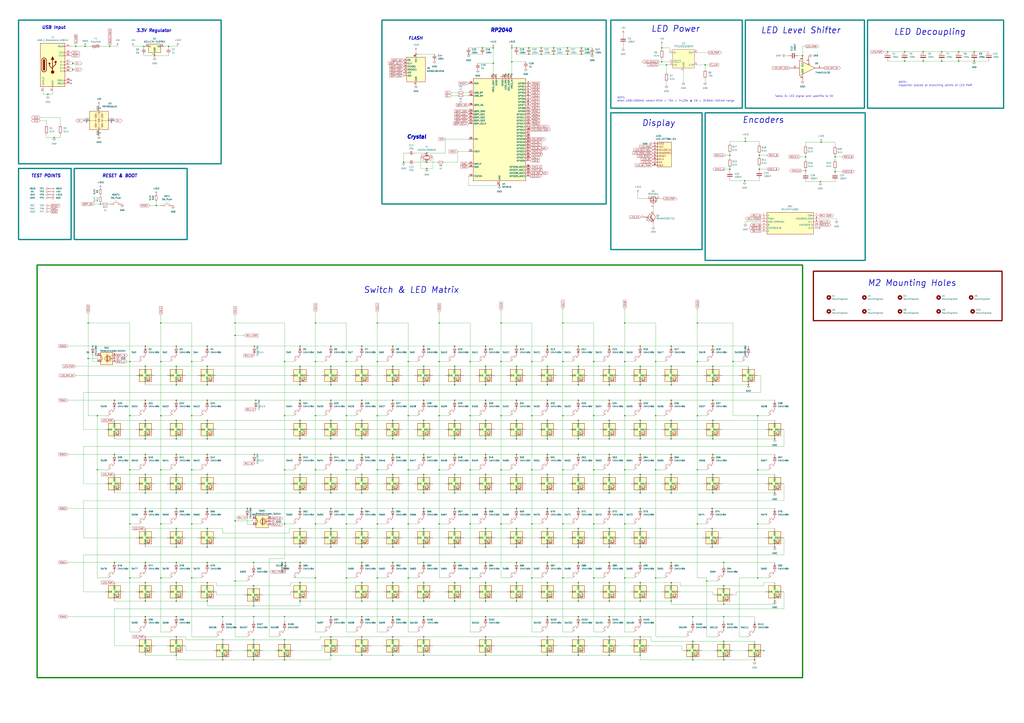
<source format=kicad_sch>
(kicad_sch (version 20230121) (generator eeschema)
  (paper "A1")
  (junction (at 233.68 430.53))
  (junction (at 673.735 149.225))
  (junction (at 144.78 417.83))
  (junction (at 538.48 474.98))
  (junction (at 551.18 478.79))
  (junction (at 525.78 417.83))
  (junction (at 132.08 341.63))
  (junction (at 106.68 430.53))
  (junction (at 297.18 478.79))
  (junction (at 322.58 462.28))
  (junction (at 144.78 494.03))
  (junction (at 373.38 417.83))
  (junction (at 500.38 345.44))
  (junction (at 398.78 328.93))
  (junction (at 144.78 316.23))
  (junction (at 449.58 300.99))
  (junction (at 233.68 542.29))
  (junction (at 193.04 477.52))
  (junction (at 284.48 341.63))
  (junction (at 513.08 474.98))
  (junction (at 424.18 300.99))
  (junction (at 500.38 360.68))
  (junction (at 487.68 297.18))
  (junction (at 398.78 449.58))
  (junction (at 462.28 474.98))
  (junction (at 454.66 44.45))
  (junction (at 297.18 373.38))
  (junction (at 322.58 417.83))
  (junction (at 138.43 38.1))
  (junction (at 500.38 523.24))
  (junction (at 118.11 38.1))
  (junction (at 157.48 341.63))
  (junction (at 297.18 538.48))
  (junction (at 622.3 341.63))
  (junction (at 297.18 494.03))
  (junction (at 513.08 341.63))
  (junction (at 297.18 462.28))
  (junction (at 106.68 341.63))
  (junction (at 386.08 341.63))
  (junction (at 347.98 478.79))
  (junction (at 246.38 462.28))
  (junction (at 685.8 140.97))
  (junction (at 347.98 389.89))
  (junction (at 500.38 389.89))
  (junction (at 271.78 360.68))
  (junction (at 551.18 284.48))
  (junction (at 271.78 316.23))
  (junction (at 398.78 494.03))
  (junction (at 434.34 39.37))
  (junction (at 487.68 341.63))
  (junction (at 599.44 139.065))
  (junction (at 758.19 50.165))
  (junction (at 449.58 434.34))
  (junction (at 436.88 430.53))
  (junction (at 246.38 300.99))
  (junction (at 594.36 542.29))
  (junction (at 233.68 297.18))
  (junction (at 144.78 373.38))
  (junction (at 674.37 116.84))
  (junction (at 203.2 417.83))
  (junction (at 424.18 373.38))
  (junction (at 444.5 44.45))
  (junction (at 500.38 373.38))
  (junction (at 486.41 44.45))
  (junction (at 742.95 50.165))
  (junction (at 386.08 297.18))
  (junction (at 271.78 373.38))
  (junction (at 551.18 373.38))
  (junction (at 411.48 297.18))
  (junction (at 773.43 42.545))
  (junction (at 335.28 386.08))
  (junction (at 424.18 360.68))
  (junction (at 284.48 430.53))
  (junction (at 309.88 474.98))
  (junction (at 661.67 140.335))
  (junction (at 424.18 434.34))
  (junction (at 182.88 542.29))
  (junction (at 297.18 405.13))
  (junction (at 322.58 494.03))
  (junction (at 271.78 449.58))
  (junction (at 246.38 434.34))
  (junction (at 297.18 284.48))
  (junction (at 551.18 494.03))
  (junction (at 347.98 373.38))
  (junction (at 405.13 52.07))
  (junction (at 132.08 265.43))
  (junction (at 360.68 265.43))
  (junction (at 335.28 474.98))
  (junction (at 170.18 328.93))
  (junction (at 424.18 494.03))
  (junction (at 454.66 39.37))
  (junction (at 309.88 265.43))
  (junction (at 297.18 316.23))
  (junction (at 396.24 39.37))
  (junction (at 787.4 42.545))
  (junction (at 487.68 474.98))
  (junction (at 170.18 316.23))
  (junction (at 500.38 462.28))
  (junction (at 208.28 462.28))
  (junction (at 144.78 506.73))
  (junction (at 347.98 300.99))
  (junction (at 449.58 373.38))
  (junction (at 144.78 300.99))
  (junction (at 398.78 360.68))
  (junction (at 398.78 389.89))
  (junction (at 525.78 284.48))
  (junction (at 271.78 345.44))
  (junction (at 474.98 373.38))
  (junction (at 119.38 389.89))
  (junction (at 246.38 389.89))
  (junction (at 322.58 389.89))
  (junction (at 525.78 405.13))
  (junction (at 170.18 449.58))
  (junction (at 132.08 297.18))
  (junction (at 568.96 527.05))
  (junction (at 208.28 497.84))
  (junction (at 800.1 42.545))
  (junction (at 386.08 430.53))
  (junction (at 144.78 449.58))
  (junction (at 350.52 138.43))
  (junction (at 347.98 316.23))
  (junction (at 614.68 316.23))
  (junction (at 415.29 60.96))
  (junction (at 119.38 417.83))
  (junction (at 525.78 360.68))
  (junction (at 80.01 386.08))
  (junction (at 611.505 148.59))
  (junction (at 525.78 300.99))
  (junction (at 436.88 341.63))
  (junction (at 449.58 478.79))
  (junction (at 182.88 525.78))
  (junction (at 259.08 265.43))
  (junction (at 246.38 478.79))
  (junction (at 347.98 434.34))
  (junction (at 170.18 478.79))
  (junction (at 420.37 50.8))
  (junction (at 44.45 113.03))
  (junction (at 170.18 494.03))
  (junction (at 500.38 434.34))
  (junction (at 525.78 316.23))
  (junction (at 386.08 386.08))
  (junction (at 551.18 360.68))
  (junction (at 271.78 300.99))
  (junction (at 424.18 462.28))
  (junction (at 144.78 284.48))
  (junction (at 246.38 328.93))
  (junction (at 322.58 449.58))
  (junction (at 424.18 389.89))
  (junction (at 474.98 417.83))
  (junction (at 585.47 360.68))
  (junction (at 297.18 300.99))
  (junction (at 297.18 523.24))
  (junction (at 543.56 39.37))
  (junction (at 119.38 360.68))
  (junction (at 347.98 506.73))
  (junction (at 373.38 405.13))
  (junction (at 271.78 506.73))
  (junction (at 500.38 478.79))
  (junction (at 322.58 284.48))
  (junction (at 594.36 481.33))
  (junction (at 474.98 345.44))
  (junction (at 405.13 39.37))
  (junction (at 742.95 42.545))
  (junction (at 284.48 474.98))
  (junction (at 500.38 449.58))
  (junction (at 474.98 494.03))
  (junction (at 420.37 60.96))
  (junction (at 585.47 300.99))
  (junction (at 144.78 462.28))
  (junction (at 398.78 538.48))
  (junction (at 170.18 434.34))
  (junction (at 424.18 316.23))
  (junction (at 584.835 417.83))
  (junction (at 513.08 265.43))
  (junction (at 538.48 386.08))
  (junction (at 373.38 462.28))
  (junction (at 474.98 478.79))
  (junction (at 398.78 284.48))
  (junction (at 246.38 405.13))
  (junction (at 271.78 284.48))
  (junction (at 297.18 389.89))
  (junction (at 246.38 316.23))
  (junction (at 449.58 462.28))
  (junction (at 594.36 496.57))
  (junction (at 584.835 434.34))
  (junction (at 144.78 345.44))
  (junction (at 119.38 328.93))
  (junction (at 585.47 389.89))
  (junction (at 405.13 60.96))
  (junction (at 449.58 389.89))
  (junction (at 398.78 434.34))
  (junction (at 271.78 417.83))
  (junction (at 106.68 386.08))
  (junction (at 386.08 474.98))
  (junction (at 525.78 538.48))
  (junction (at 132.08 474.98))
  (junction (at 208.28 525.78))
  (junction (at 449.58 360.68))
  (junction (at 373.38 328.93))
  (junction (at 594.36 527.05))
  (junction (at 449.58 328.93))
  (junction (at 449.58 538.48))
  (junction (at 568.96 542.29))
  (junction (at 500.38 284.48))
  (junction (at 157.48 474.98))
  (junction (at 572.77 386.08))
  (junction (at 424.18 284.48))
  (junction (at 500.38 494.03))
  (junction (at 284.48 386.08))
  (junction (at 398.78 417.83))
  (junction (at 538.48 341.63))
  (junction (at 449.58 506.73))
  (junction (at 373.38 494.03))
  (junction (at 322.58 328.93))
  (junction (at 462.28 341.63))
  (junction (at 585.47 284.48))
  (junction (at 585.47 373.38))
  (junction (at 350.52 133.35))
  (junction (at 477.52 44.45))
  (junction (at 322.58 478.79))
  (junction (at 309.88 341.63))
  (junction (at 572.77 341.63))
  (junction (at 619.76 542.29))
  (junction (at 398.78 462.28))
  (junction (at 170.18 405.13))
  (junction (at 373.38 345.44))
  (junction (at 360.68 430.53))
  (junction (at 477.52 39.37))
  (junction (at 170.18 417.83))
  (junction (at 233.68 341.63))
  (junction (at 411.48 341.63))
  (junction (at 170.18 284.48))
  (junction (at 360.68 297.18))
  (junction (at 284.48 297.18))
  (junction (at 360.68 341.63))
  (junction (at 424.18 405.13))
  (junction (at 487.68 430.53))
  (junction (at 271.78 389.89))
  (junction (at 449.58 405.13))
  (junction (at 462.28 386.08))
  (junction (at 411.48 386.08))
  (junction (at 119.38 345.44))
  (junction (at 297.18 328.93))
  (junction (at 594.36 462.28))
  (junction (at 398.78 405.13))
  (junction (at 547.37 53.34))
  (junction (at 322.58 360.68))
  (junction (at 157.48 430.53))
  (junction (at 208.915 373.38))
  (junction (at 193.04 427.99))
  (junction (at 335.28 341.63))
  (junction (at 462.28 430.53))
  (junction (at 347.98 417.83))
  (junction (at 572.77 297.18))
  (junction (at 271.78 523.24))
  (junction (at 271.78 328.93))
  (junction (at 347.98 449.58))
  (junction (at 525.78 373.38))
  (junction (at 335.28 430.53))
  (junction (at 584.835 449.58))
  (junction (at 309.88 430.53))
  (junction (at 347.98 405.13))
  (junction (at 436.88 386.08))
  (junction (at 297.18 360.68))
  (junction (at 513.08 430.53))
  (junction (at 572.77 430.53))
  (junction (at 474.98 328.93))
  (junction (at 69.85 38.1))
  (junction (at 39.37 77.47))
  (junction (at 500.38 300.99))
  (junction (at 157.48 386.08))
  (junction (at 259.08 341.63))
  (junction (at 246.38 284.48))
  (junction (at 636.27 405.13))
  (junction (at 234.315 462.28))
  (junction (at 246.38 373.38))
  (junction (at 90.17 38.1))
  (junction (at 444.5 39.37))
  (junction (at 350.52 125.73))
  (junction (at 474.98 360.68))
  (junction (at 170.18 300.99))
  (junction (at 636.27 449.58))
  (junction (at 758.19 42.545))
  (junction (at 661.67 128.905))
  (junction (at 347.98 328.93))
  (junction (at 487.68 386.08))
  (junction (at 373.38 389.89))
  (junction (at 410.21 152.4))
  (junction (at 259.08 386.08))
  (junction (at 398.78 373.38))
  (junction (at 436.88 297.18))
  (junction (at 525.78 328.93))
  (junction (at 93.98 328.93))
  (junction (at 106.68 474.98))
  (junction (at 398.78 316.23))
  (junction (at 384.81 44.45))
  (junction (at 449.58 345.44))
  (junction (at 335.28 297.18))
  (junction (at 398.78 345.44))
  (junction (at 271.78 434.34))
  (junction (at 259.08 297.18))
  (junction (at 297.18 434.34))
  (junction (at 773.43 50.165))
  (junction (at 525.78 434.34))
  (junction (at 585.47 328.93))
  (junction (at 398.78 523.24))
  (junction (at 322.58 538.48))
  (junction (at 474.98 538.48))
  (junction (at 106.68 297.18))
  (junction (at 331.47 133.35))
  (junction (at 449.58 449.58))
  (junction (at 449.58 494.03))
  (junction (at 424.18 345.44))
  (junction (at 144.78 328.93))
  (junction (at 322.58 506.73))
  (junction (at 599.44 127.635))
  (junction (at 434.34 44.45))
  (junction (at 132.08 430.53))
  (junction (at 601.98 297.18))
  (junction (at 59.69 52.07))
  (junction (at 208.28 542.29))
  (junction (at 525.78 449.58))
  (junction (at 474.98 389.89))
  (junction (at 271.78 405.13))
  (junction (at 347.98 284.48))
  (junction (at 538.48 297.18))
  (junction (at 119.38 494.03))
  (junction (at 585.47 345.44))
  (junction (at 568.96 506.73))
  (junction (at 309.88 386.08))
  (junction (at 297.18 449.58))
  (junction (at 322.58 345.44))
  (junction (at 500.38 506.73))
  (junction (at 449.58 523.24))
  (junction (at 551.18 328.93))
  (junction (at 525.78 478.79))
  (junction (at 466.09 44.45))
  (junction (at 551.18 462.28))
  (junction (at 411.48 265.43))
  (junction (at 424.18 417.83))
  (junction (at 622.3 474.98))
  (junction (at 119.38 284.48))
  (junction (at 398.78 478.79))
  (junction (at 144.78 538.48))
  (junction (at 525.78 389.89))
  (junction (at 246.38 345.44))
  (junction (at 170.18 360.68))
  (junction (at 436.88 474.98))
  (junction (at 525.78 523.24))
  (junction (at 322.58 316.23))
  (junction (at 246.38 417.83))
  (junction (at 72.39 294.64))
  (junction (at 170.18 389.89))
  (junction (at 513.08 297.18))
  (junction (at 500.38 328.93))
  (junction (at 373.38 434.34))
  (junction (at 119.38 300.99))
  (junction (at 449.58 417.83))
  (junction (at 208.28 481.33))
  (junction (at 144.78 523.24))
  (junction (at 347.98 345.44))
  (junction (at 417.83 60.96))
  (junction (at 500.38 538.48))
  (junction (at 474.98 506.73))
  (junction (at 259.08 474.98))
  (junction (at 322.58 300.99))
  (junction (at 787.4 50.165))
  (junction (at 373.38 300.99))
  (junction (at 398.78 506.73))
  (junction (at 62.23 38.1))
  (junction (at 182.88 506.73))
  (junction (at 636.27 494.03))
  (junction (at 72.39 265.43))
  (junction (at 157.48 297.18))
  (junction (at 144.78 389.89))
  (junction (at 322.58 434.34))
  (junction (at 474.98 300.99))
  (junction (at 551.18 389.89))
  (junction (at 119.38 405.13))
  (junction (at 525.78 494.03))
  (junction (at 622.3 386.08))
  (junction (at 474.98 449.58))
  (junction (at 309.88 297.18))
  (junction (at 398.78 300.99))
  (junction (at 297.18 345.44))
  (junction (at 525.78 506.73))
  (junction (at 233.68 506.73))
  (junction (at 623.57 127.635))
  (junction (at 347.98 538.48))
  (junction (at 572.77 265.43))
  (junction (at 622.3 430.53))
  (junction (at 347.98 360.68))
  (junction (at 373.38 360.68))
  (junction (at 636.27 360.68))
  (junction (at 474.98 523.24))
  (junction (at 119.38 373.38))
  (junction (at 259.08 430.53))
  (junction (at 297.18 506.73))
  (junction (at 424.18 328.93))
  (junction (at 543.56 50.8))
  (junction (at 347.98 523.24))
  (junction (at 551.18 300.99))
  (junction (at 579.12 53.34))
  (junction (at 144.78 434.34))
  (junction (at 424.18 449.58))
  (junction (at 513.08 386.08))
  (junction (at 500.38 316.23))
  (junction (at 322.58 523.24))
  (junction (at 728.98 42.545))
  (junction (at 474.98 405.13))
  (junction (at 449.58 284.48))
  (junction (at 210.185 328.93))
  (junction (at 322.58 373.38))
  (junction (at 466.09 39.37))
  (junction (at 449.58 316.23))
  (junction (at 144.78 478.79))
  (junction (at 800.1 50.165))
  (junction (at 659.13 45.72))
  (junction (at 580.39 477.52))
  (junction (at 119.38 462.28))
  (junction (at 360.68 386.08))
  (junction (at 373.38 478.79))
  (junction (at 59.69 57.15))
  (junction (at 82.55 167.64))
  (junction (at 144.78 405.13))
  (junction (at 424.18 478.79))
  (junction (at 525.78 462.28))
  (junction (at 500.38 417.83))
  (junction (at 373.38 316.23))
  (junction (at 373.38 449.58))
  (junction (at 170.18 345.44))
  (junction (at 551.18 316.23))
  (junction (at 551.18 405.13))
  (junction (at 525.78 345.44))
  (junction (at 373.38 284.48))
  (junction (at 119.38 478.79))
  (junction (at 585.47 405.13))
  (junction (at 193.04 275.59))
  (junction (at 93.98 462.28))
  (junction (at 233.68 386.08))
  (junction (at 233.68 525.78))
  (junction (at 424.18 39.37))
  (junction (at 462.28 265.43))
  (junction (at 128.27 168.91))
  (junction (at 594.36 506.73))
  (junction (at 208.28 506.73))
  (junction (at 474.98 434.34))
  (junction (at 623.57 139.065))
  (junction (at 132.08 386.08))
  (junction (at 76.2 284.48))
  (junction (at 474.98 316.23))
  (junction (at 612.14 116.205))
  (junction (at 208.915 284.48))
  (junction (at 347.98 494.03))
  (junction (at 341.63 44.45))
  (junction (at 322.58 405.13))
  (junction (at 127 45.72))
  (junction (at 246.38 360.68))
  (junction (at 411.48 430.53))
  (junction (at 119.38 506.73))
  (junction (at 685.8 128.905))
  (junction (at 585.47 316.23))
  (junction (at 462.28 297.18))
  (junction (at 246.38 494.03))
  (junction (at 297.18 417.83))
  (junction (at 373.38 373.38))
  (junction (at 500.38 405.13))
  (junction (at 193.04 265.43))
  (junction (at 271.78 538.48))
  (junction (at 474.98 462.28))
  (junction (at 474.98 284.48))
  (junction (at 170.18 373.38))
  (junction (at 93.98 373.38))
  (junction (at 246.38 449.58))
  (junction (at 420.37 39.37))
  (junction (at 144.78 360.68))
  (junction (at 170.18 462.28))
  (junction (at 80.01 341.63))
  (junction (at 347.98 462.28))
  (junction (at 551.18 345.44))
  (no_connect (at 673.1 187.325))
  (no_connect (at 58.42 68.58))
  (no_connect (at 627.38 534.67))
  (no_connect (at 58.42 66.04))
  (wire (pts (xy 500.38 328.93) (xy 525.78 328.93)))
  (wire (pts (xy 182.88 438.15) (xy 237.49 438.15)))
  (wire (pts (xy 360.68 256.54) (xy 360.68 265.43)))
  (wire (pts (xy 297.18 462.28) (xy 322.58 462.28)))
  (wire (pts (xy 322.58 316.23) (xy 347.98 316.23)))
  (wire (pts (xy 500.38 523.24) (xy 525.78 523.24)))
  (wire (pts (xy 513.08 254) (xy 513.08 265.43)))
  (wire (pts (xy 132.08 259.08) (xy 132.08 265.43)))
  (wire (pts (xy 373.38 328.93) (xy 398.78 328.93)))
  (wire (pts (xy 322.58 345.44) (xy 347.98 345.44)))
  (wire (pts (xy 500.38 284.48) (xy 525.78 284.48)))
  (wire (pts (xy 462.28 430.53) (xy 469.9 430.53)))
  (wire (pts (xy 594.36 542.29) (xy 619.76 542.29)))
  (wire (pts (xy 297.18 506.73) (xy 322.58 506.73)))
  (wire (pts (xy 580.39 477.52) (xy 589.28 477.52)))
  (wire (pts (xy 373.38 449.58) (xy 398.78 449.58)))
  (wire (pts (xy 134.62 38.1) (xy 138.43 38.1)))
  (wire (pts (xy 119.38 328.93) (xy 144.78 328.93)))
  (wire (pts (xy 284.48 386.08) (xy 292.1 386.08)))
  (wire (pts (xy 259.08 341.63) (xy 266.7 341.63)))
  (wire (pts (xy 69.85 38.1) (xy 74.93 38.1)))
  (wire (pts (xy 322.58 478.79) (xy 347.98 478.79)))
  (wire (pts (xy 558.8 478.79) (xy 551.18 478.79)))
  (wire (pts (xy 284.48 430.53) (xy 284.48 474.98)))
  (wire (pts (xy 424.18 417.83) (xy 449.58 417.83)))
  (wire (pts (xy 386.08 341.63) (xy 386.08 386.08)))
  (wire (pts (xy 477.52 44.45) (xy 486.41 44.45)))
  (wire (pts (xy 177.8 353.06) (xy 238.76 353.06)))
  (wire (pts (xy 482.6 308.61) (xy 492.76 308.61)))
  (wire (pts (xy 584.835 434.34) (xy 636.27 434.34)))
  (wire (pts (xy 630.555 139.065) (xy 623.57 139.065)))
  (wire (pts (xy 655.32 45.72) (xy 659.13 45.72)))
  (wire (pts (xy 208.915 373.38) (xy 246.38 373.38)))
  (wire (pts (xy 436.88 474.98) (xy 444.5 474.98)))
  (wire (pts (xy 599.44 116.205) (xy 612.14 116.205)))
  (wire (pts (xy 322.58 300.99) (xy 347.98 300.99)))
  (wire (pts (xy 386.08 386.08) (xy 393.7 386.08)))
  (wire (pts (xy 62.23 300.99) (xy 119.38 300.99)))
  (wire (pts (xy 335.28 430.53) (xy 335.28 474.98)))
  (wire (pts (xy 572.77 430.53) (xy 572.77 474.98)))
  (wire (pts (xy 322.58 284.48) (xy 347.98 284.48)))
  (wire (pts (xy 462.28 386.08) (xy 462.28 430.53)))
  (wire (pts (xy 246.38 417.83) (xy 271.78 417.83)))
  (wire (pts (xy 551.18 300.99) (xy 585.47 300.99)))
  (wire (pts (xy 449.58 360.68) (xy 474.98 360.68)))
  (wire (pts (xy 525.78 300.99) (xy 551.18 300.99)))
  (wire (pts (xy 238.76 481.33) (xy 238.76 478.79)))
  (wire (pts (xy 572.77 297.18) (xy 572.77 341.63)))
  (wire (pts (xy 144.78 542.29) (xy 144.78 538.48)))
  (wire (pts (xy 417.83 60.96) (xy 420.37 60.96)))
  (wire (pts (xy 462.28 474.98) (xy 469.9 474.98)))
  (wire (pts (xy 132.08 341.63) (xy 132.08 386.08)))
  (wire (pts (xy 558.8 397.51) (xy 577.85 397.51)))
  (wire (pts (xy 585.47 316.23) (xy 614.68 316.23)))
  (wire (pts (xy 72.39 265.43) (xy 72.39 294.64)))
  (wire (pts (xy 157.48 474.98) (xy 157.48 523.24)))
  (wire (pts (xy 622.3 341.63) (xy 631.19 341.63)))
  (wire (pts (xy 93.98 360.68) (xy 119.38 360.68)))
  (wire (pts (xy 513.08 519.43) (xy 520.7 519.43)))
  (wire (pts (xy 360.68 297.18) (xy 360.68 341.63)))
  (wire (pts (xy 534.67 527.05) (xy 568.96 527.05)))
  (wire (pts (xy 405.13 39.37) (xy 405.13 52.07)))
  (wire (pts (xy 495.3 297.18) (xy 487.68 297.18)))
  (wire (pts (xy 297.18 449.58) (xy 322.58 449.58)))
  (wire (pts (xy 474.98 405.13) (xy 500.38 405.13)))
  (wire (pts (xy 208.28 481.33) (xy 238.76 481.33)))
  (wire (pts (xy 90.17 38.1) (xy 96.52 38.1)))
  (wire (pts (xy 424.18 345.44) (xy 449.58 345.44)))
  (wire (pts (xy 551.18 284.48) (xy 585.47 284.48)))
  (wire (pts (xy 500.38 478.79) (xy 525.78 478.79)))
  (wire (pts (xy 193.04 427.99) (xy 193.04 477.52)))
  (wire (pts (xy 80.01 294.64) (xy 72.39 294.64)))
  (wire (pts (xy 454.66 44.45) (xy 466.09 44.45)))
  (wire (pts (xy 246.38 497.84) (xy 246.38 494.03)))
  (wire (pts (xy 601.98 265.43) (xy 601.98 297.18)))
  (wire (pts (xy 157.48 523.24) (xy 177.8 523.24)))
  (wire (pts (xy 297.18 316.23) (xy 322.58 316.23)))
  (wire (pts (xy 341.63 41.91) (xy 341.63 44.45)))
  (wire (pts (xy 474.98 284.48) (xy 500.38 284.48)))
  (wire (pts (xy 800.1 50.165) (xy 812.165 50.165)))
  (wire (pts (xy 398.78 449.58) (xy 424.18 449.58)))
  (wire (pts (xy 431.8 441.96) (xy 441.96 441.96)))
  (wire (pts (xy 687.07 179.705) (xy 687.07 180.975)))
  (wire (pts (xy 182.88 527.05) (xy 182.88 525.78)))
  (wire (pts (xy 347.98 523.24) (xy 398.78 523.24)))
  (wire (pts (xy 347.98 462.28) (xy 373.38 462.28)))
  (wire (pts (xy 335.28 430.53) (xy 342.9 430.53)))
  (wire (pts (xy 551.18 360.68) (xy 585.47 360.68)))
  (wire (pts (xy 152.4 523.24) (xy 144.78 523.24)))
  (wire (pts (xy 622.3 386.08) (xy 622.3 430.53)))
  (wire (pts (xy 572.77 341.63) (xy 572.77 386.08)))
  (wire (pts (xy 237.49 434.34) (xy 246.38 434.34)))
  (wire (pts (xy 661.67 140.335) (xy 661.67 139.065)))
  (wire (pts (xy 146.05 38.1) (xy 138.43 38.1)))
  (wire (pts (xy 335.28 474.98) (xy 342.9 474.98)))
  (wire (pts (xy 297.18 434.34) (xy 322.58 434.34)))
  (wire (pts (xy 622.3 430.53) (xy 622.3 474.98)))
  (wire (pts (xy 685.8 120.015) (xy 685.8 116.84)))
  (wire (pts (xy 144.78 542.29) (xy 182.88 542.29)))
  (wire (pts (xy 436.88 430.53) (xy 444.5 430.53)))
  (wire (pts (xy 599.44 137.795) (xy 599.44 139.065)))
  (wire (pts (xy 627.38 478.79) (xy 636.27 478.79)))
  (wire (pts (xy 309.88 474.98) (xy 309.88 519.43)))
  (wire (pts (xy 424.18 389.89) (xy 449.58 389.89)))
  (wire (pts (xy 341.63 44.45) (xy 356.87 44.45)))
  (wire (pts (xy 347.98 373.38) (xy 373.38 373.38)))
  (wire (pts (xy 360.68 386.08) (xy 360.68 430.53)))
  (wire (pts (xy 322.58 405.13) (xy 347.98 405.13)))
  (wire (pts (xy 331.47 125.73) (xy 335.28 125.73)))
  (wire (pts (xy 500.38 389.89) (xy 525.78 389.89)))
  (wire (pts (xy 208.915 284.48) (xy 246.38 284.48)))
  (wire (pts (xy 170.18 328.93) (xy 210.185 328.93)))
  (wire (pts (xy 262.89 523.24) (xy 271.78 523.24)))
  (wire (pts (xy 424.18 328.93) (xy 449.58 328.93)))
  (wire (pts (xy 398.78 506.73) (xy 449.58 506.73)))
  (wire (pts (xy 309.88 519.43) (xy 317.5 519.43)))
  (wire (pts (xy 297.18 373.38) (xy 322.58 373.38)))
  (wire (pts (xy 152.4 525.78) (xy 182.88 525.78)))
  (wire (pts (xy 800.1 42.545) (xy 812.165 42.545)))
  (wire (pts (xy 68.58 322.58) (xy 68.58 353.06)))
  (wire (pts (xy 474.98 449.58) (xy 500.38 449.58)))
  (wire (pts (xy 623.57 136.525) (xy 623.57 139.065)))
  (wire (pts (xy 76.2 292.1) (xy 76.2 297.18)))
  (wire (pts (xy 322.58 373.38) (xy 347.98 373.38)))
  (wire (pts (xy 207.645 427.99) (xy 207.645 426.085)))
  (wire (pts (xy 144.78 300.99) (xy 170.18 300.99)))
  (wire (pts (xy 170.18 405.13) (xy 246.38 405.13)))
  (wire (pts (xy 627.38 481.33) (xy 627.38 478.79)))
  (wire (pts (xy 259.08 474.98) (xy 259.08 519.43)))
  (wire (pts (xy 673.1 179.705) (xy 687.07 179.705)))
  (wire (pts (xy 601.98 341.63) (xy 622.3 341.63)))
  (wire (pts (xy 508 308.61) (xy 518.16 308.61)))
  (wire (pts (xy 474.98 345.44) (xy 500.38 345.44)))
  (wire (pts (xy 72.39 294.64) (xy 72.39 341.63)))
  (wire (pts (xy 572.77 386.08) (xy 572.77 430.53)))
  (wire (pts (xy 593.09 308.61) (xy 607.06 308.61)))
  (wire (pts (xy 271.78 434.34) (xy 297.18 434.34)))
  (wire (pts (xy 152.4 308.61) (xy 162.56 308.61)))
  (wire (pts (xy 33.02 96.52) (xy 49.53 96.52)))
  (wire (pts (xy 381 441.96) (xy 391.16 441.96)))
  (wire (pts (xy 106.68 265.43) (xy 106.68 297.18)))
  (wire (pts (xy 685.8 116.84) (xy 674.37 116.84)))
  (wire (pts (xy 661.67 140.335) (xy 661.67 141.605)))
  (wire (pts (xy 411.48 386.08) (xy 411.48 430.53)))
  (wire (pts (xy 500.38 449.58) (xy 525.78 449.58)))
  (wire (pts (xy 386.08 474.98) (xy 393.7 474.98)))
  (wire (pts (xy 533.4 441.96) (xy 577.215 441.96)))
  (wire (pts (xy 457.2 308.61) (xy 467.36 308.61)))
  (wire (pts (xy 449.58 328.93) (xy 474.98 328.93)))
  (wire (pts (xy 233.68 506.73) (xy 271.78 506.73)))
  (wire (pts (xy 474.98 328.93) (xy 500.38 328.93)))
  (wire (pts (xy 68.58 441.96) (xy 111.76 441.96)))
  (wire (pts (xy 68.58 367.03) (xy 643.89 367.03)))
  (wire (pts (xy 246.38 284.48) (xy 271.78 284.48)))
  (wire (pts (xy 157.48 265.43) (xy 157.48 297.18)))
  (wire (pts (xy 38.1 99.06) (xy 38.1 102.87)))
  (wire (pts (xy 487.68 386.08) (xy 487.68 430.53)))
  (wire (pts (xy 106.68 474.98) (xy 114.3 474.98)))
  (wire (pts (xy 436.88 519.43) (xy 444.5 519.43)))
  (wire (pts (xy 355.6 486.41) (xy 365.76 486.41)))
  (wire (pts (xy 304.8 353.06) (xy 314.96 353.06)))
  (wire (pts (xy 508 353.06) (xy 518.16 353.06)))
  (wire (pts (xy 398.78 478.79) (xy 424.18 478.79)))
  (wire (pts (xy 525.78 373.38) (xy 551.18 373.38)))
  (wire (pts (xy 420.37 50.8) (xy 420.37 60.96)))
  (wire (pts (xy 398.78 462.28) (xy 424.18 462.28)))
  (wire (pts (xy 585.47 300.99) (xy 614.68 300.99)))
  (wire (pts (xy 93.98 494.03) (xy 119.38 494.03)))
  (wire (pts (xy 538.48 474.98) (xy 538.48 523.24)))
  (wire (pts (xy 508 441.96) (xy 518.16 441.96)))
  (wire (pts (xy 551.18 316.23) (xy 585.47 316.23)))
  (wire (pts (xy 309.88 265.43) (xy 335.28 265.43)))
  (wire (pts (xy 355.6 138.43) (xy 350.52 138.43)))
  (wire (pts (xy 436.88 430.53) (xy 436.88 474.98)))
  (wire (pts (xy 487.68 265.43) (xy 462.28 265.43)))
  (wire (pts (xy 434.34 39.37) (xy 444.5 39.37)))
  (wire (pts (xy 101.6 486.41) (xy 111.76 486.41)))
  (wire (pts (xy 297.18 538.48) (xy 322.58 538.48)))
  (wire (pts (xy 106.68 474.98) (xy 106.68 519.43)))
  (wire (pts (xy 157.48 474.98) (xy 165.1 474.98)))
  (wire (pts (xy 264.16 534.67) (xy 264.16 530.86)))
  (wire (pts (xy 373.38 389.89) (xy 398.78 389.89)))
  (wire (pts (xy 373.38 345.44) (xy 398.78 345.44)))
  (wire (pts (xy 360.68 265.43) (xy 386.08 265.43)))
  (wire (pts (xy 742.95 42.545) (xy 758.19 42.545)))
  (wire (pts (xy 259.08 430.53) (xy 266.7 430.53)))
  (wire (pts (xy 49.53 113.03) (xy 44.45 113.03)))
  (wire (pts (xy 132.08 265.43) (xy 132.08 297.18)))
  (wire (pts (xy 572.77 297.18) (xy 580.39 297.18)))
  (wire (pts (xy 58.42 50.8) (xy 59.69 50.8)))
  (wire (pts (xy 193.04 427.99) (xy 207.645 427.99)))
  (wire (pts (xy 208.28 510.54) (xy 208.28 506.73)))
  (wire (pts (xy 685.8 140.97) (xy 685.8 141.605)))
  (wire (pts (xy 157.48 386.08) (xy 165.1 386.08)))
  (wire (pts (xy 551.18 328.93) (xy 585.47 328.93)))
  (wire (pts (xy 643.89 397.51) (xy 643.89 411.48)))
  (wire (pts (xy 411.48 265.43) (xy 411.48 297.18)))
  (wire (pts (xy 457.2 486.41) (xy 467.36 486.41)))
  (wire (pts (xy 132.08 265.43) (xy 157.48 265.43)))
  (wire (pts (xy 594.36 462.28) (xy 636.27 462.28)))
  (wire (pts (xy 411.48 265.43) (xy 436.88 265.43)))
  (wire (pts (xy 474.98 389.89) (xy 500.38 389.89)))
  (wire (pts (xy 170.18 434.34) (xy 182.88 434.34)))
  (wire (pts (xy 304.8 441.96) (xy 314.96 441.96)))
  (wire (pts (xy 411.48 297.18) (xy 411.48 341.63)))
  (wire (pts (xy 661.67 119.38) (xy 661.67 116.84)))
  (wire (pts (xy 254 441.96) (xy 264.16 441.96)))
  (wire (pts (xy 157.48 430.53) (xy 165.1 430.53)))
  (wire (pts (xy 127 308.61) (xy 137.16 308.61)))
  (wire (pts (xy 118.11 45.72) (xy 127 45.72)))
  (wire (pts (xy 431.8 397.51) (xy 441.96 397.51)))
  (wire (pts (xy 106.68 297.18) (xy 114.3 297.18)))
  (wire (pts (xy 144.78 373.38) (xy 170.18 373.38)))
  (wire (pts (xy 396.24 39.37) (xy 405.13 39.37)))
  (wire (pts (xy 365.76 125.73) (xy 350.52 125.73)))
  (wire (pts (xy 436.88 386.08) (xy 444.5 386.08)))
  (wire (pts (xy 233.68 265.43) (xy 233.68 297.18)))
  (wire (pts (xy 304.8 397.51) (xy 314.96 397.51)))
  (wire (pts (xy 392.43 52.07) (xy 405.13 52.07)))
  (wire (pts (xy 623.57 116.205) (xy 612.14 116.205)))
  (wire (pts (xy 322.58 389.89) (xy 347.98 389.89)))
  (wire (pts (xy 661.67 116.84) (xy 674.37 116.84)))
  (wire (pts (xy 685.8 140.97) (xy 692.15 140.97)))
  (wire (pts (xy 68.58 455.93) (xy 68.58 486.41)))
  (wire (pts (xy 246.38 449.58) (xy 271.78 449.58)))
  (wire (pts (xy 549.91 39.37) (xy 549.91 43.18)))
  (wire (pts (xy 513.08 265.43) (xy 513.08 297.18)))
  (wire (pts (xy 415.29 60.96) (xy 412.75 60.96)))
  (wire (pts (xy 624.84 308.61) (xy 622.3 308.61)))
  (wire (pts (xy 62.23 308.61) (xy 111.76 308.61)))
  (wire (pts (xy 322.58 523.24) (xy 347.98 523.24)))
  (wire (pts (xy 449.58 405.13) (xy 474.98 405.13)))
  (wire (pts (xy 398.78 345.44) (xy 424.18 345.44)))
  (wire (pts (xy 59.69 58.42) (xy 59.69 57.15)))
  (wire (pts (xy 233.68 386.08) (xy 233.68 430.53)))
  (wire (pts (xy 271.78 538.48) (xy 297.18 538.48)))
  (wire (pts (xy 80.01 292.1) (xy 80.01 294.64)))
  (wire (pts (xy 538.48 265.43) (xy 538.48 297.18)))
  (wire (pts (xy 43.18 77.47) (xy 43.18 76.2)))
  (wire (pts (xy 259.08 341.63) (xy 259.08 386.08)))
  (wire (pts (xy 193.04 265.43) (xy 233.68 265.43)))
  (wire (pts (xy 500.38 405.13) (xy 525.78 405.13)))
  (wire (pts (xy 347.98 316.23) (xy 373.38 316.23)))
  (wire (pts (xy 284.48 341.63) (xy 292.1 341.63)))
  (wire (pts (xy 622.3 430.53) (xy 631.19 430.53)))
  (wire (pts (xy 787.4 42.545) (xy 800.1 42.545)))
  (wire (pts (xy 398.78 389.89) (xy 424.18 389.89)))
  (wire (pts (xy 119.38 405.13) (xy 144.78 405.13)))
  (wire (pts (xy 237.49 438.15) (xy 237.49 434.34)))
  (wire (pts (xy 132.08 474.98) (xy 139.7 474.98)))
  (wire (pts (xy 758.19 50.165) (xy 773.43 50.165)))
  (wire (pts (xy 80.01 341.63) (xy 80.01 386.08)))
  (wire (pts (xy 68.58 411.48) (xy 68.58 441.96)))
  (wire (pts (xy 500.38 345.44) (xy 525.78 345.44)))
  (wire (pts (xy 449.58 494.03) (xy 474.98 494.03)))
  (wire (pts (xy 444.5 39.37) (xy 454.66 39.37)))
  (wire (pts (xy 787.4 50.165) (xy 800.1 50.165)))
  (wire (pts (xy 170.18 300.99) (xy 246.38 300.99)))
  (wire (pts (xy 599.44 148.59) (xy 599.44 147.955)))
  (wire (pts (xy 152.4 534.67) (xy 175.26 534.67)))
  (wire (pts (xy 347.98 538.48) (xy 398.78 538.48)))
  (wire (pts (xy 88.9 167.64) (xy 90.17 167.64)))
  (wire (pts (xy 487.68 341.63) (xy 495.3 341.63)))
  (wire (pts (xy 604.52 488.95) (xy 604.52 486.41)))
  (wire (pts (xy 568.96 506.73) (xy 594.36 506.73)))
  (wire (pts (xy 525.78 462.28) (xy 551.18 462.28)))
  (wire (pts (xy 449.58 284.48) (xy 474.98 284.48)))
  (wire (pts (xy 55.88 284.48) (xy 76.2 284.48)))
  (wire (pts (xy 500.38 538.48) (xy 525.78 538.48)))
  (wire (pts (xy 525.78 389.89) (xy 551.18 389.89)))
  (wire (pts (xy 177.8 488.95) (xy 177.8 486.41)))
  (wire (pts (xy 525.78 449.58) (xy 584.835 449.58)))
  (wire (pts (xy 500.38 417.83) (xy 525.78 417.83)))
  (wire (pts (xy 541.02 53.34) (xy 547.37 53.34)))
  (wire (pts (xy 80.01 386.08) (xy 80.01 474.98)))
  (wire (pts (xy 246.38 478.79) (xy 297.18 478.79)))
  (wire (pts (xy 127 45.72) (xy 138.43 45.72)))
  (wire (pts (xy 33.02 99.06) (xy 38.1 99.06)))
  (wire (pts (xy 560.07 534.67) (xy 560.07 530.86)))
  (wire (pts (xy 144.78 434.34) (xy 170.18 434.34)))
  (wire (pts (xy 93.98 389.89) (xy 119.38 389.89)))
  (wire (pts (xy 381 78.74) (xy 384.81 78.74)))
  (wire (pts (xy 594.36 481.33) (xy 627.38 481.33)))
  (wire (pts (xy 547.37 53.34) (xy 549.91 53.34)))
  (wire (pts (xy 375.92 133.35) (xy 364.49 133.35)))
  (wire (pts (xy 284.48 297.18) (xy 284.48 341.63)))
  (wire (pts (xy 233.68 430.53) (xy 241.3 430.53)))
  (wire (pts (xy 284.48 474.98) (xy 284.48 519.43)))
  (wire (pts (xy 449.58 434.34) (xy 474.98 434.34)))
  (wire (pts (xy 585.47 405.13) (xy 636.27 405.13)))
  (wire (pts (xy 259.08 430.53) (xy 259.08 474.98)))
  (wire (pts (xy 525.78 417.83) (xy 584.835 417.83)))
  (wire (pts (xy 551.18 462.28) (xy 594.36 462.28)))
  (wire (pts (xy 375.92 133.35) (xy 375.92 124.46)))
  (wire (pts (xy 579.12 64.77) (xy 579.12 67.31)))
  (wire (pts (xy 39.37 77.47) (xy 43.18 77.47)))
  (wire (pts (xy 152.4 525.78) (xy 152.4 523.24)))
  (wire (pts (xy 58.42 55.88) (xy 59.69 55.88)))
  (wire (pts (xy 93.98 500.38) (xy 643.89 500.38)))
  (wire (pts (xy 594.36 527.05) (xy 619.76 527.05)))
  (wire (pts (xy 254 486.41) (xy 289.56 486.41)))
  (wire (pts (xy 436.88 297.18) (xy 444.5 297.18)))
  (wire (pts (xy 585.47 486.41) (xy 558.8 486.41)))
  (wire (pts (xy 93.98 405.13) (xy 119.38 405.13)))
  (wire (pts (xy 330.2 308.61) (xy 340.36 308.61)))
  (wire (pts (xy 657.225 128.905) (xy 661.67 128.905)))
  (wire (pts (xy 309.88 297.18) (xy 317.5 297.18)))
  (wire (pts (xy 297.18 417.83) (xy 322.58 417.83)))
  (wire (pts (xy 406.4 441.96) (xy 416.56 441.96)))
  (wire (pts (xy 623.57 148.59) (xy 611.505 148.59)))
  (wire (pts (xy 360.68 430.53) (xy 368.3 430.53)))
  (wire (pts (xy 49.53 96.52) (xy 49.53 102.87)))
  (wire (pts (xy 271.78 389.89) (xy 297.18 389.89)))
  (wire (pts (xy 585.47 373.38) (xy 636.27 373.38)))
  (wire (pts (xy 594.36 496.57) (xy 636.27 496.57)))
  (wire (pts (xy 177.8 481.33) (xy 177.8 478.79)))
  (wire (pts (xy 431.8 353.06) (xy 441.96 353.06)))
  (wire (pts (xy 508 530.86) (xy 518.16 530.86)))
  (wire (pts (xy 284.48 430.53) (xy 292.1 430.53)))
  (wire (pts (xy 381 353.06) (xy 391.16 353.06)))
  (wire (pts (xy 685.8 128.905) (xy 685.8 131.445)))
  (wire (pts (xy 132.08 386.08) (xy 139.7 386.08)))
  (wire (pts (xy 93.98 345.44) (xy 119.38 345.44)))
  (wire (pts (xy 347.98 506.73) (xy 398.78 506.73)))
  (wire (pts (xy 373.38 284.48) (xy 398.78 284.48)))
  (wire (pts (xy 457.2 397.51) (xy 467.36 397.51)))
  (wire (pts (xy 594.36 506.73) (xy 594.36 510.54)))
  (wire (pts (xy 551.18 389.89) (xy 585.47 389.89)))
  (wire (pts (xy 119.38 434.34) (xy 144.78 434.34)))
  (wire (pts (xy 127 441.96) (xy 137.16 441.96)))
  (wire (pts (xy 457.2 530.86) (xy 467.36 530.86)))
  (wire (pts (xy 572.77 265.43) (xy 601.98 265.43)))
  (wire (pts (xy 543.56 39.37) (xy 549.91 39.37)))
  (wire (pts (xy 68.58 486.41) (xy 86.36 486.41)))
  (wire (pts (xy 386.08 265.43) (xy 386.08 297.18)))
  (wire (pts (xy 434.34 44.45) (xy 444.5 44.45)))
  (wire (pts (xy 623.57 118.745) (xy 623.57 116.205)))
  (wire (pts (xy 330.2 441.96) (xy 340.36 441.96)))
  (wire (pts (xy 271.78 373.38) (xy 297.18 373.38)))
  (wire (pts (xy 157.48 297.18) (xy 165.1 297.18)))
  (wire (pts (xy 758.19 42.545) (xy 773.43 42.545)))
  (wire (pts (xy 534.67 523.24) (xy 525.78 523.24)))
  (wire (pts (xy 538.48 341.63) (xy 546.1 341.63)))
  (wire (pts (xy 513.08 341.63) (xy 520.7 341.63)))
  (wire (pts (xy 592.455 441.96) (xy 628.65 441.96)))
  (wire (pts (xy 335.28 474.98) (xy 335.28 519.43)))
  (wire (pts (xy 449.58 417.83) (xy 474.98 417.83)))
  (wire (pts (xy 411.48 386.08) (xy 419.1 386.08)))
  (wire (pts (xy 449.58 478.79) (xy 474.98 478.79)))
  (wire (pts (xy 585.47 360.68) (xy 636.27 360.68)))
  (wire (pts (xy 127 46.99) (xy 127 45.72)))
  (wire (pts (xy 322.58 538.48) (xy 347.98 538.48)))
  (wire (pts (xy 551.18 496.57) (xy 594.36 496.57)))
  (wire (pts (xy 424.18 462.28) (xy 449.58 462.28)))
  (wire (pts (xy 322.58 462.28) (xy 347.98 462.28)))
  (wire (pts (xy 170.18 360.68) (xy 246.38 360.68)))
  (wire (pts (xy 525.78 478.79) (xy 551.18 478.79)))
  (wire (pts (xy 259.08 297.18) (xy 259.08 341.63)))
  (wire (pts (xy 487.68 297.18) (xy 487.68 265.43)))
  (wire (pts (xy 500.38 494.03) (xy 525.78 494.03)))
  (wire (pts (xy 513.08 341.63) (xy 513.08 386.08)))
  (wire (pts (xy 398.78 316.23) (xy 424.18 316.23)))
  (wire (pts (xy 474.98 316.23) (xy 500.38 316.23)))
  (wire (pts (xy 128.27 165.1) (xy 128.27 168.91)))
  (wire (pts (xy 182.88 434.34) (xy 182.88 438.15)))
  (wire (pts (xy 725.805 42.545) (xy 728.98 42.545)))
  (wire (pts (xy 411.48 255.27) (xy 411.48 265.43)))
  (wire (pts (xy 594.36 464.82) (xy 594.36 462.28)))
  (wire (pts (xy 462.28 265.43) (xy 462.28 297.18)))
  (wire (pts (xy 297.18 345.44) (xy 322.58 345.44)))
  (wire (pts (xy 619.76 506.73) (xy 594.36 506.73)))
  (wire (pts (xy 381 76.2) (xy 384.81 76.2)))
  (wire (pts (xy 525.78 345.44) (xy 551.18 345.44)))
  (wire (pts (xy 487.68 474.98) (xy 495.3 474.98)))
  (wire (pts (xy 398.78 300.99) (xy 424.18 300.99)))
  (wire (pts (xy 246.38 462.28) (xy 297.18 462.28)))
  (wire (pts (xy 513.08 474.98) (xy 513.08 519.43)))
  (wire (pts (xy 411.48 430.53) (xy 419.1 430.53)))
  (wire (pts (xy 436.88 341.63) (xy 444.5 341.63)))
  (wire (pts (xy 297.18 478.79) (xy 322.58 478.79)))
  (wire (pts (xy 449.58 389.89) (xy 474.98 389.89)))
  (wire (pts (xy 568.96 542.29) (xy 594.36 542.29)))
  (wire (pts (xy 513.08 430.53) (xy 520.7 430.53)))
  (wire (pts (xy 373.38 462.28) (xy 398.78 462.28)))
  (wire (pts (xy 558.8 353.06) (xy 577.85 353.06)))
  (wire (pts (xy 208.28 462.28) (xy 234.315 462.28)))
  (wire (pts (xy 246.38 328.93) (xy 271.78 328.93)))
  (wire (pts (xy 335.28 341.63) (xy 335.28 386.08)))
  (wire (pts (xy 297.18 360.68) (xy 322.58 360.68)))
  (wire (pts (xy 513.08 430.53) (xy 513.08 474.98)))
  (wire (pts (xy 525.78 506.73) (xy 568.96 506.73)))
  (wire (pts (xy 525.78 316.23) (xy 551.18 316.23)))
  (wire (pts (xy 128.27 168.91) (xy 132.08 168.91)))
  (wire (pts (xy 585.47 328.93) (xy 636.27 328.93)))
  (wire (pts (xy 309.88 386.08) (xy 309.88 430.53)))
  (wire (pts (xy 271.78 300.99) (xy 297.18 300.99)))
  (wire (pts (xy 436.88 341.63) (xy 436.88 386.08)))
  (wire (pts (xy 462.28 474.98) (xy 462.28 519.43)))
  (wire (pts (xy 68.58 411.48) (xy 643.89 411.48)))
  (wire (pts (xy 582.93 53.34) (xy 579.12 53.34)))
  (wire (pts (xy 119.38 478.79) (xy 144.78 478.79)))
  (wire (pts (xy 561.34 67.31) (xy 561.34 58.42)))
  (wire (pts (xy 411.48 297.18) (xy 419.1 297.18)))
  (wire (pts (xy 386.08 341.63) (xy 393.7 341.63)))
  (wire (pts (xy 386.08 474.98) (xy 386.08 519.43)))
  (wire (pts (xy 525.78 328.93) (xy 551.18 328.93)))
  (wire (pts (xy 525.78 494.03) (xy 551.18 494.03)))
  (wire (pts (xy 558.8 481.33) (xy 558.8 478.79)))
  (wire (pts (xy 55.88 417.83) (xy 119.38 417.83)))
  (wire (pts (xy 612.14 182.245) (xy 624.84 182.245)))
  (wire (pts (xy 58.42 58.42) (xy 59.69 58.42)))
  (wire (pts (xy 297.18 523.24) (xy 322.58 523.24)))
  (wire (pts (xy 215.9 534.67) (xy 226.06 534.67)))
  (wire (pts (xy 386.08 297.18) (xy 386.08 341.63)))
  (wire (pts (xy 657.86 140.335) (xy 661.67 140.335)))
  (wire (pts (xy 511.81 36.83) (xy 511.81 39.37)))
  (wire (pts (xy 144.78 316.23) (xy 170.18 316.23)))
  (wire (pts (xy 611.505 148.59) (xy 599.44 148.59)))
  (wire (pts (xy 659.13 38.1) (xy 659.13 45.72)))
  (wire (pts (xy 297.18 328.93) (xy 322.58 328.93)))
  (wire (pts (xy 347.98 284.48) (xy 373.38 284.48)))
  (wire (pts (xy 538.48 386.08) (xy 538.48 474.98)))
  (wire (pts (xy 170.18 449.58) (xy 246.38 449.58)))
  (wire (pts (xy 462.28 297.18) (xy 462.28 341.63)))
  (wire (pts (xy 241.3 534.67) (xy 264.16 534.67)))
  (wire (pts (xy 177.8 481.33) (xy 208.28 481.33)))
  (wire (pts (xy 612.14 182.245) (xy 612.14 183.515)))
  (wire (pts (xy 580.39 477.52) (xy 580.39 523.24)))
  (wire (pts (xy 38.1 110.49) (xy 38.1 113.03)))
  (wire (pts (xy 500.38 360.68) (xy 525.78 360.68)))
  (wire (pts (xy 80.01 341.63) (xy 88.9 341.63)))
  (wire (pts (xy 340.36 125.73) (xy 350.52 125.73)))
  (wire (pts (xy 132.08 341.63) (xy 139.7 341.63)))
  (wire (pts (xy 335.28 265.43) (xy 335.28 297.18)))
  (wire (pts (xy 259.08 386.08) (xy 266.7 386.08)))
  (wire (pts (xy 118.11 38.1) (xy 119.38 38.1)))
  (wire (pts (xy 536.575 186.055) (xy 536.575 183.515)))
  (wire (pts (xy 345.44 129.54) (xy 345.44 138.43)))
  (wire (pts (xy 215.9 488.95) (xy 238.76 488.95)))
  (wire (pts (xy 271.78 405.13) (xy 297.18 405.13)))
  (wire (pts (xy 80.01 474.98) (xy 88.9 474.98)))
  (wire (pts (xy 594.36 530.86) (xy 594.36 527.05)))
  (wire (pts (xy 622.3 386.08) (xy 631.19 386.08)))
  (wire (pts (xy 93.98 328.93) (xy 119.38 328.93)))
  (wire (pts (xy 599.44 116.205) (xy 599.44 118.11)))
  (wire (pts (xy 595.63 127.635) (xy 599.44 127.635)))
  (wire (pts (xy 123.19 168.91) (xy 128.27 168.91)))
  (wire (pts (xy 398.78 538.48) (xy 449.58 538.48)))
  (wire (pts (xy 373.38 373.38) (xy 398.78 373.38)))
  (wire (pts (xy 398.78 360.68) (xy 424.18 360.68)))
  (wire (pts (xy 330.2 530.86) (xy 340.36 530.86)))
  (wire (pts (xy 322.58 494.03) (xy 347.98 494.03)))
  (wire (pts (xy 68.58 322.58) (xy 624.84 322.58)))
  (wire (pts (xy 210.185 328.93) (xy 246.38 328.93)))
  (wire (pts (xy 177.8 308.61) (xy 238.76 308.61)))
  (wire (pts (xy 420.37 50.8) (xy 431.8 50.8)))
  (wire (pts (xy 72.39 257.81) (xy 72.39 265.43)))
  (wire (pts (xy 384.81 144.78) (xy 384.81 152.4)))
  (wire (pts (xy 335.28 519.43) (xy 342.9 519.43)))
  (wire (pts (xy 82.55 167.64) (xy 83.82 167.64)))
  (wire (pts (xy 645.16 45.72) (xy 647.7 45.72)))
  (wire (pts (xy 347.98 405.13) (xy 373.38 405.13)))
  (wire (pts (xy 543.56 50.8) (xy 549.91 50.8)))
  (wire (pts (xy 381 397.51) (xy 391.16 397.51)))
  (wire (pts (xy 347.98 300.99) (xy 373.38 300.99)))
  (wire (pts (xy 82.55 38.1) (xy 90.17 38.1)))
  (wire (pts (xy 331.47 133.35) (xy 331.47 125.73)))
  (wire (pts (xy 773.43 50.165) (xy 787.4 50.165)))
  (wire (pts (xy 220.98 523.24) (xy 228.6 523.24)))
  (wire (pts (xy 279.4 530.86) (xy 289.56 530.86)))
  (wire (pts (xy 623.57 127.635) (xy 629.92 127.635)))
  (wire (pts (xy 304.8 486.41) (xy 314.96 486.41)))
  (wire (pts (xy 547.37 67.31) (xy 547.37 69.85)))
  (wire (pts (xy 424.18 300.99) (xy 449.58 300.99)))
  (wire (pts (xy 482.6 441.96) (xy 492.76 441.96)))
  (wire (pts (xy 457.2 353.06) (xy 467.36 353.06)))
  (wire (pts (xy 584.835 417.83) (xy 636.27 417.83)))
  (wire (pts (xy 157.48 341.63) (xy 157.48 386.08)))
  (wire (pts (xy 233.68 510.54) (xy 233.68 506.73)))
  (wire (pts (xy 449.58 373.38) (xy 474.98 373.38)))
  (wire (pts (xy 373.38 417.83) (xy 398.78 417.83)))
  (wire (pts (xy 728.98 42.545) (xy 742.95 42.545)))
  (wire (pts (xy 513.08 386.08) (xy 513.08 430.53)))
  (wire (pts (xy 271.78 417.83) (xy 297.18 417.83)))
  (wire (pts (xy 38.1 113.03) (xy 44.45 113.03)))
  (wire (pts (xy 309.88 341.63) (xy 309.88 386.08)))
  (wire (pts (xy 144.78 405.13) (xy 170.18 405.13)))
  (wire (pts (xy 238.76 478.79) (xy 246.38 478.79)))
  (wire (pts (xy 386.08 519.43) (xy 393.7 519.43)))
  (wire (pts (xy 55.88 506.73) (xy 119.38 506.73)))
  (wire (pts (xy 580.39 474.98) (xy 572.77 474.98)))
  (wire (pts (xy 119.38 523.24) (xy 144.78 523.24)))
  (wire (pts (xy 93.98 500.38) (xy 93.98 530.86)))
  (wire (pts (xy 572.77 265.43) (xy 572.77 297.18)))
  (wire (pts (xy 220.98 459.105) (xy 220.98 523.24)))
  (wire (pts (xy 420.37 39.37) (xy 420.37 50.8)))
  (wire (pts (xy 271.78 328.93) (xy 297.18 328.93)))
  (wire (pts (xy 500.38 462.28) (xy 525.78 462.28)))
  (wire (pts (xy 279.4 397.51) (xy 289.56 397.51)))
  (wire (pts (xy 742.95 50.165) (xy 758.19 50.165)))
  (wire (pts (xy 144.78 389.89) (xy 170.18 389.89)))
  (wire (pts (xy 386.08 430.53) (xy 393.7 430.53)))
  (wire (pts (xy 525.78 284.48) (xy 551.18 284.48)))
  (wire (pts (xy 119.38 449.58) (xy 144.78 449.58)))
  (wire (pts (xy 193.04 259.08) (xy 193.04 265.43)))
  (wire (pts (xy 284.48 341.63) (xy 284.48 386.08)))
  (wire (pts (xy 365.76 114.3) (xy 365.76 125.73)))
  (wire (pts (xy 59.69 55.88) (xy 59.69 57.15)))
  (wire (pts (xy 203.2 425.45) (xy 203.2 431.165)))
  (wire (pts (xy 347.98 389.89) (xy 373.38 389.89)))
  (wire (pts (xy 612.14 115.57) (xy 612.14 116.205)))
  (wire (pts (xy 424.18 373.38) (xy 449.58 373.38)))
  (wire (pts (xy 80.01 386.08) (xy 88.9 386.08)))
  (wire (pts (xy 233.68 341.63) (xy 241.3 341.63)))
  (wire (pts (xy 309.88 386.08) (xy 317.5 386.08)))
  (wire (pts (xy 449.58 449.58) (xy 474.98 449.58)))
  (wire (pts (xy 152.4 353.06) (xy 162.56 353.06)))
  (wire (pts (xy 347.98 417.83) (xy 373.38 417.83)))
  (wire (pts (xy 424.18 284.48) (xy 449.58 284.48)))
  (wire (pts (xy 477.52 39.37) (xy 486.41 39.37)))
  (wire (pts (xy 523.875 158.75) (xy 523.875 163.195)))
  (wire (pts (xy 330.2 397.51) (xy 340.36 397.51)))
  (wire (pts (xy 35.56 77.47) (xy 39.37 77.47)))
  (wire (pts (xy 355.6 308.61) (xy 365.76 308.61)))
  (wire (pts (xy 513.08 297.18) (xy 513.08 341.63)))
  (wire (pts (xy 144.78 417.83) (xy 170.18 417.83)))
  (wire (pts (xy 347.98 449.58) (xy 373.38 449.58)))
  (wire (pts (xy 331.47 133.35) (xy 335.28 133.35)))
  (wire (pts (xy 406.4 397.51) (xy 416.56 397.51)))
  (wire (pts (xy 233.68 297.18) (xy 241.3 297.18)))
  (wire (pts (xy 208.28 527.05) (xy 208.28 525.78)))
  (wire (pts (xy 182.88 525.78) (xy 208.28 525.78)))
  (wire (pts (xy 271.78 345.44) (xy 297.18 345.44)))
  (wire (pts (xy 513.08 386.08) (xy 520.7 386.08)))
  (wire (pts (xy 203.2 417.83) (xy 246.38 417.83)))
  (wire (pts (xy 585.47 345.44) (xy 636.27 345.44)))
  (wire (pts (xy 82.55 160.02) (xy 82.55 161.29)))
  (wire (pts (xy 322.58 417.83) (xy 347.98 417.83)))
  (wire (pts (xy 76.2 284.48) (xy 119.38 284.48)))
  (wire (pts (xy 233.68 459.105) (xy 233.68 430.53)))
  (wire (pts (xy 466.09 39.37) (xy 477.52 39.37)))
  (wire (pts (xy 157.48 297.18) (xy 157.48 341.63)))
  (wire (pts (xy 601.98 534.67) (xy 612.14 534.67)))
  (wire (pts (xy 193.04 523.24) (xy 203.2 523.24)))
  (wire (pts (xy 355.6 530.86) (xy 391.16 530.86)))
  (wire (pts (xy 350.52 133.35) (xy 359.41 133.35)))
  (wire (pts (xy 487.68 297.18) (xy 487.68 341.63)))
  (wire (pts (xy 462.28 254) (xy 462.28 265.43)))
  (wire (pts (xy 254 397.51) (xy 264.16 397.51)))
  (wire (pts (xy 360.68 265.43) (xy 360.68 297.18)))
  (wire (pts (xy 558.8 481.33) (xy 594.36 481.33)))
  (wire (pts (xy 622.3 474.98) (xy 631.19 474.98)))
  (wire (pts (xy 335.28 386.08) (xy 342.9 386.08)))
  (wire (pts (xy 636.27 496.57) (xy 636.27 494.03)))
  (wire (pts (xy 190.5 534.67) (xy 200.66 534.67)))
  (wire (pts (xy 335.28 341.63) (xy 342.9 341.63)))
  (wire (pts (xy 482.6 353.06) (xy 492.76 353.06)))
  (wire (pts (xy 106.68 519.43) (xy 114.3 519.43)))
  (wire (pts (xy 182.88 542.29) (xy 208.28 542.29)))
  (wire (pts (xy 487.68 430.53) (xy 487.68 474.98)))
  (wire (pts (xy 144.78 345.44) (xy 170.18 345.44)))
  (wire (pts (xy 119.38 494.03) (xy 144.78 494.03)))
  (wire (pts (xy 462.28 430.53) (xy 462.28 474.98)))
  (wire (pts (xy 474.98 417.83) (xy 500.38 417.83)))
  (wire (pts (xy 259.08 256.54) (xy 259.08 265.43)))
  (wire (pts (xy 246.38 494.03) (xy 297.18 494.03)))
  (wire (pts (xy 538.48 523.24) (xy 563.88 523.24)))
  (wire (pts (xy 132.08 386.08) (xy 132.08 430.53)))
  (wire (pts (xy 271.78 360.68) (xy 297.18 360.68)))
  (wire (pts (xy 384.81 152.4) (xy 410.21 152.4)))
  (wire (pts (xy 170.18 284.48) (xy 208.915 284.48)))
  (wire (pts (xy 623.57 126.365) (xy 623.57 127.635)))
  (wire (pts (xy 474.98 506.73) (xy 500.38 506.73)))
  (wire (pts (xy 238.76 488.95) (xy 238.76 486.41)))
  (wire (pts (xy 284.48 265.43) (xy 284.48 297.18)))
  (wire (pts (xy 619.76 510.54) (xy 619.76 506.73)))
  (wire (pts (xy 386.08 297.18) (xy 393.7 297.18)))
  (wire (pts (xy 601.98 297.18) (xy 601.98 341.63)))
  (wire (pts (xy 193.04 275.59) (xy 200.66 275.59)))
  (wire (pts (xy 661.67 128.905) (xy 661.67 131.445)))
  (wire (pts (xy 599.44 127.635) (xy 599.44 130.175)))
  (wire (pts (xy 132.08 297.18) (xy 132.08 341.63)))
  (wire (pts (xy 585.47 488.95) (xy 585.47 486.41)))
  (wire (pts (xy 533.4 397.51) (xy 543.56 397.51)))
  (wire (pts (xy 138.43 39.37) (xy 138.43 38.1)))
  (wire (pts (xy 576.58 534.67) (xy 586.74 534.67)))
  (wire (pts (xy 607.06 523.24) (xy 607.06 474.98)))
  (wire (pts (xy 233.68 542.29) (xy 271.78 542.29)))
  (wire (pts (xy 487.68 430.53) (xy 495.3 430.53)))
  (wire (pts (xy 482.6 397.51) (xy 492.76 397.51)))
  (wire (pts (xy 208.28 506.73) (xy 233.68 506.73)))
  (wire (pts (xy 614.68 523.24) (xy 607.06 523.24)))
  (wire (pts (xy 454.66 39.37) (xy 466.09 39.37)))
  (wire (pts (xy 474.98 373.38) (xy 500.38 373.38)))
  (wire (pts (xy 579.755 430.53) (xy 572.77 430.53)))
  (wire (pts (xy 623.57 127.635) (xy 623.57 128.905)))
  (wire (pts (xy 208.28 525.78) (xy 233.68 525.78)))
  (wire (pts (xy 208.28 496.57) (xy 208.28 497.84)))
  (wire (pts (xy 322.58 328.93) (xy 347.98 328.93)))
  (wire (pts (xy 572.77 53.34) (xy 579.12 53.34)))
  (wire (pts (xy 533.4 308.61) (xy 543.56 308.61)))
  (wire (pts (xy 474.98 360.68) (xy 500.38 360.68)))
  (wire (pts (xy 127 353.06) (xy 137.16 353.06)))
  (wire (pts (xy 424.18 316.23) (xy 449.58 316.23)))
  (wire (pts (xy 462.28 341.63) (xy 462.28 386.08)))
  (wire (pts (xy 381 308.61) (xy 391.16 308.61)))
  (wire (pts (xy 604.52 486.41) (xy 628.65 486.41)))
  (wire (pts (xy 177.8 478.79) (xy 170.18 478.79)))
  (wire (pts (xy 370.84 76.2) (xy 375.92 76.2)))
  (wire (pts (xy 233.68 527.05) (xy 233.68 525.78)))
  (wire (pts (xy 543.56 50.8) (xy 543.56 48.26)))
  (wire (pts (xy 309.88 430.53) (xy 309.88 474.98)))
  (wire (pts (xy 436.88 297.18) (xy 436.88 341.63)))
  (wire (pts (xy 534.67 527.05) (xy 534.67 523.24)))
  (wire (pts (xy 106.68 341.63) (xy 106.68 386.08)))
  (wire (pts (xy 585.47 284.48) (xy 614.68 284.48)))
  (wire (pts (xy 132.08 430.53) (xy 132.08 474.98)))
  (wire (pts (xy 347.98 494.03) (xy 373.38 494.03)))
  (wire (pts (xy 35.56 76.2) (xy 35.56 77.47)))
  (wire (pts (xy 330.2 486.41) (xy 340.36 486.41)))
  (wire (pts (xy 304.8 308.61) (xy 314.96 308.61)))
  (wire (pts (xy 444.5 44.45) (xy 454.66 44.45)))
  (wire (pts (xy 568.96 510.54) (xy 568.96 506.73)))
  (wire (pts (xy 585.47 389.89) (xy 636.27 389.89)))
  (wire (pts (xy 259.08 265.43) (xy 284.48 265.43)))
  (wire (pts (xy 551.18 373.38) (xy 585.47 373.38)))
  (wire (pts (xy 49.53 110.49) (xy 49.53 113.03)))
  (wire (pts (xy 594.995 139.065) (xy 599.44 139.065)))
  (wire (pts (xy 424.18 405.13) (xy 449.58 405.13)))
  (wire (pts (xy 462.28 386.08) (xy 469.9 386.08)))
  (wire (pts (xy 580.39 523.24) (xy 589.28 523.24)))
  (wire (pts (xy 55.88 373.38) (xy 93.98 373.38)))
  (wire (pts (xy 152.4 534.67) (xy 152.4 530.86)))
  (wire (pts (xy 60.96 52.07) (xy 59.69 52.07)))
  (wire (pts (xy 398.78 434.34) (xy 424.18 434.34)))
  (wire (pts (xy 500.38 300.99) (xy 525.78 300.99)))
  (wire (pts (xy 62.23 35.56) (xy 62.23 38.1)))
  (wire (pts (xy 673.735 149.86) (xy 673.735 149.225)))
  (wire (pts (xy 284.48 474.98) (xy 292.1 474.98)))
  (wire (pts (xy 424.18 449.58) (xy 449.58 449.58)))
  (wire (pts (xy 93.98 373.38) (xy 119.38 373.38)))
  (wire (pts (xy 543.56 36.83) (xy 543.56 39.37)))
  (wire (pts (xy 406.4 353.06) (xy 416.56 353.06)))
  (wire (pts (xy 360.68 430.53) (xy 360.68 474.98)))
  (wire (pts (xy 76.2 297.18) (xy 80.01 297.18)))
  (wire (pts (xy 424.18 434.34) (xy 449.58 434.34)))
  (wire (pts (xy 59.69 50.8) (xy 59.69 52.07)))
  (wire (pts (xy 558.8 308.61) (xy 577.85 308.61)))
  (wire (pts (xy 93.98 478.79) (xy 119.38 478.79)))
  (wire (pts (xy 119.38 300.99) (xy 144.78 300.99)))
  (wire (pts (xy 297.18 494.03) (xy 322.58 494.03)))
  (wire (pts (xy 691.515 128.905) (xy 685.8 128.905)))
  (wire (pts (xy 541.02 50.8) (xy 543.56 50.8)))
  (wire (pts (xy 599.44 139.065) (xy 599.44 140.335)))
  (wire (pts (xy 127 530.86) (xy 137.16 530.86)))
  (wire (pts (xy 355.6 397.51) (xy 365.76 397.51)))
  (wire (pts (xy 157.48 430.53) (xy 157.48 474.98)))
  (wire (pts (xy 119.38 506.73) (xy 144.78 506.73)))
  (wire (pts (xy 373.38 360.68) (xy 398.78 360.68)))
  (wire (pts (xy 360.68 386.08) (xy 368.3 386.08)))
  (wire (pts (xy 572.77 341.63) (xy 580.39 341.63)))
  (wire (pts (xy 59.69 52.07) (xy 59.69 53.34)))
  (wire (pts (xy 508 486.41) (xy 518.16 486.41)))
  (wire (pts (xy 449.58 300.99) (xy 474.98 300.99)))
  (wire (pts (xy 487.68 519.43) (xy 495.3 519.43)))
  (wire (pts (xy 170.18 316.23) (xy 246.38 316.23)))
  (wire (pts (xy 538.48 474.98) (xy 546.1 474.98)))
  (wire (pts (xy 466.09 44.45) (xy 477.52 44.45)))
  (wire (pts (xy 411.48 430.53) (xy 411.48 474.98)))
  (wire (pts (xy 508 397.51) (xy 518.16 397.51)))
  (wire (pts (xy 246.38 434.34) (xy 271.78 434.34)))
  (wire (pts (xy 144.78 328.93) (xy 170.18 328.93)))
  (wire (pts (xy 411.48 474.98) (xy 419.1 474.98)))
  (wire (pts (xy 170.18 373.38) (xy 208.915 373.38)))
  (wire (pts (xy 482.6 486.41) (xy 492.76 486.41)))
  (wire (pts (xy 487.68 474.98) (xy 487.68 519.43)))
  (wire (pts (xy 384.81 39.37) (xy 396.24 39.37)))
  (wire (pts (xy 297.18 284.48) (xy 322.58 284.48)))
  (wire (pts (xy 398.78 523.24) (xy 449.58 523.24)))
  (wire (pts (xy 457.2 441.96) (xy 467.36 441.96)))
  (wire (pts (xy 424.18 44.45) (xy 434.34 44.45)))
  (wire (pts (xy 373.38 434.34) (xy 398.78 434.34)))
  (wire (pts (xy 622.3 341.63) (xy 622.3 386.08)))
  (wire (pts (xy 370.84 78.74) (xy 375.92 78.74)))
  (wire (pts (xy 560.07 530.86) (xy 533.4 530.86)))
  (wire (pts (xy 449.58 316.23) (xy 474.98 316.23)))
  (wire (pts (xy 601.98 488.95) (xy 604.52 488.95)))
  (wire (pts (xy 436.88 386.08) (xy 436.88 430.53)))
  (wire (pts (xy 513.08 474.98) (xy 520.7 474.98)))
  (wire (pts (xy 355.6 129.54) (xy 355.6 138.43)))
  (wire (pts (xy 406.4 530.86) (xy 441.96 530.86)))
  (wire (pts (xy 579.12 53.34) (xy 579.12 57.15)))
  (wire (pts (xy 55.88 462.28) (xy 93.98 462.28)))
  (wire (pts (xy 449.58 523.24) (xy 474.98 523.24)))
  (wire (pts (xy 611.505 149.225) (xy 611.505 148.59)))
  (wire (pts (xy 106.68 430.53) (xy 106.68 474.98)))
  (wire (pts (xy 297.18 405.13) (xy 322.58 405.13)))
  (wire (pts (xy 322.58 506.73) (xy 347.98 506.73)))
  (wire (pts (xy 170.18 462.28) (xy 208.28 462.28)))
  (wire (pts (xy 297.18 389.89) (xy 322.58 389.89)))
  (wire (pts (xy 182.88 510.54) (xy 182.88 506.73)))
  (wire (pts (xy 284.48 297.18) (xy 292.1 297.18)))
  (wire (pts (xy 373.38 316.23) (xy 398.78 316.23)))
  (wire (pts (xy 177.8 488.95) (xy 200.66 488.95)))
  (wire (pts (xy 386.08 386.08) (xy 386.08 430.53)))
  (wire (pts (xy 254 308.61) (xy 264.16 308.61)))
  (wire (pts (xy 398.78 284.48) (xy 424.18 284.48)))
  (wire (pts (xy 297.18 300.99) (xy 322.58 300.99)))
  (wire (pts (xy 119.38 284.48) (xy 144.78 284.48)))
  (wire (pts (xy 233.68 386.08) (xy 241.3 386.08)))
  (wire (pts (xy 607.06 474.98) (xy 622.3 474.98)))
  (wire (pts (xy 347.98 434.34) (xy 373.38 434.34)))
  (wire (pts (xy 279.4 353.06) (xy 289.56 353.06)))
  (wire (pts (xy 365.76 114.3) (xy 384.81 114.3)))
  (wire (pts (xy 533.4 353.06) (xy 543.56 353.06)))
  (wire (pts (xy 109.22 38.1) (xy 118.11 38.1)))
  (wire (pts (xy 538.48 297.18) (xy 546.1 297.18)))
  (wire (pts (xy 262.89 525.78) (xy 262.89 523.24)))
  (wire (pts (xy 138.43 45.72) (xy 138.43 44.45)))
  (wire (pts (xy 405.13 60.96) (xy 407.67 60.96)))
  (wire (pts (xy 233.68 297.18) (xy 233.68 341.63)))
  (wire (pts (xy 106.68 341.63) (xy 114.3 341.63)))
  (wire (pts (xy 193.04 477.52) (xy 193.04 523.24)))
  (wire (pts (xy 661.67 127) (xy 661.67 128.905)))
  (wire (pts (xy 132.08 519.43) (xy 139.7 519.43)))
  (wire (pts (xy 284.48 386.08) (xy 284.48 430.53)))
  (wire (pts (xy 106.68 386.08) (xy 106.68 430.53)))
  (wire (pts (xy 241.3 474.98) (xy 259.08 474.98)))
  (wire (pts (xy 500.38 373.38) (xy 525.78 373.38)))
  (wire (pts (xy 599.44 125.73) (xy 599.44 127.635)))
  (wire (pts (xy 335.28 386.08) (xy 335.28 430.53)))
  (wire (pts (xy 170.18 497.84) (xy 170.18 494.03)))
  (wire (pts (xy 538.48 386.08) (xy 546.1 386.08)))
  (wire (pts (xy 118.11 44.45) (xy 118.11 45.72)))
  (wire (pts (xy 624.84 308.61) (xy 624.84 322.58)))
  (wire (pts (xy 449.58 462.28) (xy 474.98 462.28)))
  (wire (pts (xy 373.38 494.03) (xy 398.78 494.03)))
  (wire (pts (xy 525.78 434.34) (xy 584.835 434.34)))
  (wire (pts (xy 345.44 138.43) (xy 350.52 138.43)))
  (wire (pts (xy 271.78 316.23) (xy 297.18 316.23)))
  (wire (pts (xy 536.575 170.815) (xy 536.575 173.355)))
  (wire (pts (xy 39.37 78.74) (xy 39.37 77.47)))
  (wire (pts (xy 322.58 360.68) (xy 347.98 360.68)))
  (wire (pts (xy 381 486.41) (xy 391.16 486.41)))
  (wire (pts (xy 59.69 53.34) (xy 58.42 53.34)))
  (wire (pts (xy 533.4 486.41) (xy 543.56 486.41)))
  (wire (pts (xy 309.88 265.43) (xy 309.88 297.18)))
  (wire (pts (xy 246.38 300.99) (xy 271.78 300.99)))
  (wire (pts (xy 474.98 478.79) (xy 500.38 478.79)))
  (wire (pts (xy 513.08 297.18) (xy 520.7 297.18)))
  (wire (pts (xy 424.18 478.79) (xy 449.58 478.79)))
  (wire (pts (xy 449.58 506.73) (xy 474.98 506.73)))
  (wire (pts (xy 309.88 341.63) (xy 317.5 341.63)))
  (wire (pts (xy 355.6 353.06) (xy 365.76 353.06)))
  (wire (pts (xy 119.38 345.44) (xy 144.78 345.44)))
  (wire (pts (xy 525.78 542.29) (xy 568.96 542.29)))
  (wire (pts (xy 360.68 341.63) (xy 368.3 341.63)))
  (wire (pts (xy 398.78 405.13) (xy 424.18 405.13)))
  (wire (pts (xy 304.8 530.86) (xy 314.96 530.86)))
  (wire (pts (xy 436.88 474.98) (xy 436.88 519.43)))
  (wire (pts (xy 560.07 534.67) (xy 561.34 534.67)))
  (wire (pts (xy 246.38 373.38) (xy 271.78 373.38)))
  (wire (pts (xy 144.78 494.03) (xy 170.18 494.03)))
  (wire (pts (xy 233.68 525.78) (xy 262.89 525.78)))
  (wire (pts (xy 119.38 462.28) (xy 144.78 462.28)))
  (wire (pts (xy 309.88 256.54) (xy 309.88 265.43)))
  (wire (pts (xy 106.68 386.08) (xy 114.3 386.08)))
  (wire (pts (xy 193.04 275.59) (xy 193.04 427.99)))
  (wire (pts (xy 152.4 397.51) (xy 162.56 397.51)))
  (wire (pts (xy 500.38 434.34) (xy 525.78 434.34)))
  (wire (pts (xy 462.28 297.18) (xy 469.9 297.18)))
  (wire (pts (xy 271.78 449.58) (xy 297.18 449.58)))
  (wire (pts (xy 309.88 430.53) (xy 317.5 430.53)))
  (wire (pts (xy 424.18 39.37) (xy 434.34 39.37)))
  (wire (pts (xy 551.18 405.13) (xy 585.47 405.13)))
  (wire (pts (xy 547.37 53.34) (xy 547.37 59.69)))
  (wire (pts (xy 643.89 500.38) (xy 643.89 486.41)))
  (wire (pts (xy 593.09 353.06) (xy 628.65 353.06)))
  (wire (pts (xy 347.98 345.44) (xy 373.38 345.44)))
  (wire (pts (xy 685.8 139.065) (xy 685.8 140.97)))
  (wire (pts (xy 101.6 353.06) (xy 111.76 353.06)))
  (wire (pts (xy 482.6 530.86) (xy 492.76 530.86)))
  (wire (pts (xy 279.4 308.61) (xy 289.56 308.61)))
  (wire (pts (xy 72.39 341.63) (xy 80.01 341.63)))
  (wire (pts (xy 132.08 474.98) (xy 132.08 519.43)))
  (wire (pts (xy 551.18 496.57) (xy 551.18 494.03)))
  (wire (pts (xy 623.57 148.59) (xy 623.57 147.32)))
  (wire (pts (xy 474.98 462.28) (xy 500.38 462.28)))
  (wire (pts (xy 572.77 386.08) (xy 580.39 386.08)))
  (wire (pts (xy 449.58 345.44) (xy 474.98 345.44)))
  (wire (pts (xy 259.08 386.08) (xy 259.08 430.53)))
  (wire (pts (xy 68.58 353.06) (xy 86.36 353.06)))
  (wire (pts (xy 673.735 149.225) (xy 685.8 149.225)))
  (wire (pts (xy 593.09 397.51) (xy 628.65 397.51)))
  (wire (pts (xy 170.18 497.84) (xy 208.28 497.84)))
  (wire (pts (xy 511.81 27.94) (xy 511.81 29.21)))
  (wire (pts (xy 474.98 300.99) (xy 500.38 300.99)))
  (wire (pts (xy 233.68 459.105) (xy 220.98 459.105)))
  (wire (pts (xy 259.08 297.18) (xy 266.7 297.18)))
  (wire (pts (xy 373.38 300.99) (xy 398.78 300.99)))
  (wire (pts (xy 193.04 265.43) (xy 193.04 275.59)))
  (wire (pts (xy 132.08 430.53) (xy 139.7 430.53)))
  (wire (pts (xy 77.47 167.64) (xy 82.55 167.64)))
  (wire (pts (xy 152.4 486.41) (xy 162.56 486.41)))
  (wire (pts (xy 398.78 373.38) (xy 424.18 373.38)))
  (wire (pts (xy 233.68 341.63) (xy 233.68 386.08)))
  (wire (pts (xy 543.56 39.37) (xy 543.56 40.64)))
  (wire (pts (xy 384.81 44.45) (xy 396.24 44.45)))
  (wire (pts (xy 619.76 542.29) (xy 619.76 543.56)))
  (wire (pts (xy 106.68 430.53) (xy 114.3 430.53)))
  (wire (pts (xy 541.655 163.195) (xy 544.83 163.195)))
  (wire (pts (xy 551.18 345.44) (xy 585.47 345.44)))
  (wire (pts (xy 405.13 52.07) (xy 405.13 60.96)))
  (wire (pts (xy 572.77 254) (xy 572.77 265.43)))
  (wire (pts (xy 462.28 341.63) (xy 469.9 341.63)))
  (wire (pts (xy 424.18 360.68) (xy 449.58 360.68)))
  (wire (pts (xy 68.58 367.03) (xy 68.58 397.51)))
  (wire (pts (xy 271.78 523.24) (xy 297.18 523.24)))
  (wire (pts (xy 144.78 360.68) (xy 170.18 360.68)))
  (wire (pts (xy 119.38 417.83) (xy 144.78 417.83)))
  (wire (pts (xy 424.18 494.03) (xy 449.58 494.03)))
  (wire (pts (xy 157.48 341.63) (xy 165.1 341.63)))
  (wire (pts (xy 500.38 506.73) (xy 525.78 506.73)))
  (wire (pts (xy 208.28 542.29) (xy 233.68 542.29)))
  (wire (pts (xy 82.55 166.37) (xy 82.55 167.64)))
  (wire (pts (xy 127 486.41) (xy 137.16 486.41)))
  (wire (pts (xy 355.6 441.96) (xy 365.76 441.96)))
  (wire (pts (xy 259.08 265.43) (xy 259.08 297.18)))
  (wire (pts (xy 58.42 38.1) (xy 62.23 38.1)))
  (wire (pts (xy 411.48 341.63) (xy 419.1 341.63)))
  (wire (pts (xy 685.8 127.635) (xy 685.8 128.905)))
  (wire (pts (xy 170.18 345.44) (xy 246.38 345.44)))
  (wire (pts (xy 431.8 486.41) (xy 441.96 486.41)))
  (wire (pts (xy 93.98 462.28) (xy 119.38 462.28)))
  (wire (pts (xy 436.88 265.43) (xy 436.88 297.18)))
  (wire (pts (xy 234.315 462.28) (xy 246.38 462.28)))
  (wire (pts (xy 474.98 523.24) (xy 500.38 523.24)))
  (wire (pts (xy 525.78 542.29) (xy 525.78 538.48)))
  (wire (pts (xy 119.38 316.23) (xy 144.78 316.23)))
  (wire (pts (xy 347.98 360.68) (xy 373.38 360.68)))
  (wire (pts (xy 193.04 477.52) (xy 203.2 477.52)))
  (wire (pts (xy 246.38 389.89) (xy 271.78 389.89)))
  (wire (pts (xy 406.4 308.61) (xy 416.56 308.61)))
  (wire (pts (xy 659.13 38.1) (xy 661.67 38.1)))
  (wire (pts (xy 93.98 530.86) (xy 111.76 530.86)))
  (wire (pts (xy 279.4 441.96) (xy 289.56 441.96)))
  (wire (pts (xy 474.98 494.03) (xy 500.38 494.03)))
  (wire (pts (xy 119.38 373.38) (xy 144.78 373.38)))
  (wire (pts (xy 144.78 506.73) (xy 182.88 506.73)))
  (wire (pts (xy 68.58 397.51) (xy 86.36 397.51)))
  (wire (pts (xy 347.98 478.79) (xy 373.38 478.79)))
  (wire (pts (xy 309.88 474.98) (xy 317.5 474.98)))
  (wire (pts (xy 572.77 43.18) (xy 581.66 43.18)))
  (wire (pts (xy 119.38 360.68) (xy 144.78 360.68)))
  (wire (pts (xy 118.11 39.37) (xy 118.11 38.1)))
  (wire (pts (xy 132.08 297.18) (xy 139.7 297.18)))
  (wire (pts (xy 449.58 538.48) (xy 474.98 538.48)))
  (wire (pts (xy 59.69 57.15) (xy 60.96 57.15)))
  (wire (pts (xy 177.8 441.96) (xy 238.76 441.96)))
  (wire (pts (xy 347.98 328.93) (xy 373.38 328.93)))
  (wire (pts (xy 271.78 506.73) (xy 297.18 506.73)))
  (wire (pts (xy 411.48 341.63) (xy 411.48 386.08)))
  (wire (pts (xy 500.38 316.23) (xy 525.78 316.23)))
  (wire (pts (xy 144.78 449.58) (xy 170.18 449.58)))
  (wire (pts (xy 643.89 455.93) (xy 643.89 441.96)))
  (wire (pts (xy 119.38 389.89) (xy 144.78 389.89)))
  (wire (pts (xy 340.36 133.35) (xy 350.52 133.35)))
  (wire (pts (xy 271.78 542.29) (xy 271.78 538.48)))
  (wire (pts (xy 584.835 449.58) (xy 636.27 449.58)))
  (wire (pts (xy 474.98 434.34) (xy 500.38 434.34)))
  (wire (pts (xy 375.92 124.46) (xy 384.81 124.46)))
  (wire (pts (xy 386.08 430.53) (xy 386.08 474.98)))
  (wire (pts (xy 246.38 405.13) (xy 271.78 405.13)))
  (wire (pts (xy 525.78 360.68) (xy 551.18 360.68)))
  (wire (pts (xy 623.57 139.065) (xy 623.57 139.7)))
  (wire (pts (xy 90.17 36.83) (xy 90.17 38.1)))
  (wire (pts (xy 170.18 417.83) (xy 203.2 417.83)))
  (wire (pts (xy 523.875 163.195) (xy 531.495 163.195)))
  (wire (pts (xy 373.38 478.79) (xy 398.78 478.79)))
  (wire (pts (xy 254 353.06) (xy 264.16 353.06)))
  (wire (pts (xy 322.58 449.58) (xy 347.98 449.58)))
  (wire (pts (xy 673.735 149.225) (xy 661.67 149.225)))
  (wire (pts (xy 462.28 519.43) (xy 469.9 519.43)))
  (wire (pts (xy 415.29 60.96) (xy 417.83 60.96)))
  (wire (pts (xy 68.58 455.93) (xy 643.89 455.93)))
  (wire (pts (xy 144.78 284.48) (xy 170.18 284.48)))
  (wire (pts (xy 398.78 417.83) (xy 424.18 417.83)))
  (wire (pts (xy 203.2 431.165) (xy 207.645 431.165)))
  (wire (pts (xy 322.58 434.34) (xy 347.98 434.34)))
  (wire (pts (xy 538.48 341.63) (xy 538.48 386.08)))
  (wire (pts (xy 101.6 397.51) (xy 111.76 397.51)))
  (wire (pts (xy 72.39 265.43) (xy 106.68 265.43)))
  (wire (pts (xy 119.38 538.48) (xy 144.78 538.48)))
  (wire (pts (xy 170.18 389.89) (xy 246.38 389.89)))
  (wire (pts (xy 585.47 488.95) (xy 586.74 488.95)))
  (wire (pts (xy 474.98 538.48) (xy 500.38 538.48)))
  (wire (pts (xy 106.68 297.18) (xy 106.68 341.63)))
  (wire (pts (xy 157.48 386.08) (xy 157.48 430.53)))
  (wire (pts (xy 208.28 464.82) (xy 208.28 462.28)))
  (wire (pts (xy 728.98 50.165) (xy 742.95 50.165)))
  (wire (pts (xy 601.98 297.18) (xy 609.6 297.18)))
  (wire (pts (xy 271.78 284.48) (xy 297.18 284.48)))
  (wire (pts (xy 398.78 328.93) (xy 424.18 328.93)))
  (wire (pts (xy 431.8 308.61) (xy 441.96 308.61)))
  (wire (pts (xy 420.37 39.37) (xy 424.18 39.37)))
  (wire (pts (xy 513.08 265.43) (xy 538.48 265.43)))
  (wire (pts (xy 773.43 42.545) (xy 787.4 42.545)))
  (wire (pts (xy 55.88 328.93) (xy 93.98 328.93)))
  (wire (pts (xy 360.68 341.63) (xy 360.68 386.08)))
  (wire (pts (xy 360.68 297.18) (xy 368.3 297.18)))
  (wire (pts (xy 208.28 497.84) (xy 246.38 497.84)))
  (wire (pts (xy 487.68 341.63) (xy 487.68 386.08)))
  (wire (pts (xy 144.78 462.28) (xy 170.18 462.28)))
  (wire (pts (xy 360.68 474.98) (xy 368.3 474.98)))
  (wire (pts (xy 487.68 386.08) (xy 495.3 386.08)))
  (wire (pts (xy 127 397.51) (xy 137.16 397.51)))
  (wire (pts (xy 580.39 477.52) (xy 580.39 474.98)))
  (wire (pts (xy 525.78 405.13) (xy 551.18 405.13)))
  (wire (pts (xy 246.38 316.23) (xy 271.78 316.23)))
  (wire (pts (xy 246.38 360.68) (xy 271.78 360.68)))
  (wire (pts (xy 144.78 478.79) (xy 170.18 478.79)))
  (wire (pts (xy 182.88 506.73) (xy 208.28 506.73)))
  (wire (pts (xy 335.28 297.18) (xy 342.9 297.18)))
  (wire (pts (xy 568.96 527.05) (xy 594.36 527.05)))
  (wire (pts (xy 246.38 345.44) (xy 271.78 345.44)))
  (wire (pts (xy 373.38 405.13) (xy 398.78 405.13)))
  (wire (pts (xy 259.08 519.43) (xy 266.7 519.43)))
  (wire (pts (xy 538.48 297.18) (xy 538.48 341.63)))
  (wire (pts (xy 62.23 38.1) (xy 69.85 38.1)))
  (wire (pts (xy 330.2 353.06) (xy 340.36 353.06)))
  (wire (pts (xy 335.28 297.18) (xy 335.28 341.63)))
  (wire (pts (xy 284.48 519.43) (xy 292.1 519.43)))
  (wire (pts (xy 177.8 397.51) (xy 238.76 397.51)))
  (wire (pts (xy 152.4 441.96) (xy 162.56 441.96)))
  (wire (pts (xy 309.88 297.18) (xy 309.88 341.63)))
  (wire (pts (xy 398.78 494.03) (xy 424.18 494.03)))
  (wire (pts (xy 406.4 486.41) (xy 416.56 486.41)))
  (wire (pts (xy 643.89 353.06) (xy 643.89 367.03)))
  (rectangle (start 579.12 92.71) (end 710.565 213.995) (stroke (width 1) (color 0 132 132 1)))
  (rectangle (start 15.24 16.51) (end 181.61 134.62) (stroke (width 1) (color 0 132 132 1)))
  (rectangle (start 712.47 16.51) (end 824.23 88.9) (stroke (width 1) (color 0 132 132 1)))
  (rectangle (start 15.24 138.43) (end 58.42 196.85) (stroke (width 1) (color 0 132 132 1)))
  (rectangle (start 60.96 138.43) (end 153.67 196.85) (stroke (width 1) (color 0 132 132 1)))
  (rectangle (start 612.14 16.51) (end 709.93 88.9) (stroke (width 1) (color 0 132 132 1)))
  (rectangle (start 313.69 16.51) (end 497.84 167.64) (stroke (width 1) (color 0 132 132 1)))
  (rectangle (start 501.65 16.51) (end 609.6 88.9) (stroke (width 1) (color 0 132 132 1)))
  (rectangle (start 668.02 222.885) (end 822.96 263.525) (stroke (width 1) (color 132 0 0 1)))
  (rectangle (start 501.65 92.71) (end 576.58 205.105) (stroke (width 1) (color 0 132 132 1)))
  (rectangle (start 30.48 217.805) (end 659.13 556.895) (stroke (width 1) (color 0 132 0 1)))
  (text "TEST POINTS" (at 25.4 146.05 0) (effects (font (size 2.54 2.54) (thickness 0.508) bold italic) (justify left bottom)))
  (text "Encoders" (at 609.6 101.6 0) (effects (font (size 5 5) (thickness 0.508) bold italic) (justify left bottom)))
  (text "LED Decoupling\n" (at 734.06 29.21 0) (effects (font (size 5 5) (thickness 0.508) bold italic) (justify left bottom)))
  (text "Takes 3v LED signal and upshifts to 5V" (at 636.27 80.01 0) (effects (font (size 1.58 1.58)) (justify left bottom)))
  (text "Crystal" (at 334.01 114.3 0) (effects (font (size 3 3) (thickness 2) bold italic) (justify left bottom)))
  (text "FLASH" (at 335.28 33.02 0) (effects (font (size 2.54 2.54) (thickness 0.508) bold italic) (justify left bottom)))
  (text "USB Input" (at 34.29 24.13 0) (effects (font (size 2.54 2.54) (thickness 0.508) bold italic) (justify left bottom)))
  (text "LED Level Shifter" (at 624.84 27.94 0) (effects (font (size 5 5) (thickness 0.508) bold italic) (justify left bottom)))
  (text "Display" (at 527.05 104.14 0) (effects (font (size 5 5) (thickness 0.508) bold italic) (justify left bottom)))
  (text "NOTE: \nWhen USB=500mA, select Rlim = 75k = 74.25k @ 1% = 319mA-401mA range\n" (at 506.73 83.82 0) (effects (font (size 1.58 1.58)) (justify left bottom)))
  (text "M2 Mounting Holes\n" (at 712.47 235.585 0) (effects (font (size 5 5) (thickness 0.508) bold italic) (justify left bottom)))
  (text "NOTE: \nCapacitor placed at branching points of LED PWR" (at 737.87 71.12 0) (effects (font (size 1.58 1.58)) (justify left bottom)))
  (text "RP2040" (at 402.59 26.67 0) (effects (font (size 3 3) (thickness 2) bold italic) (justify left bottom)))
  (text "Switch & LED Matrix" (at 298.45 241.3 0) (effects (font (size 5 5) (thickness 0.508) bold italic) (justify left bottom)))
  (text "LED Power" (at 534.67 26.67 0) (effects (font (size 5 5) (thickness 0.508) bold italic) (justify left bottom)))
  (text "RESET & BOOT\n" (at 83.82 146.05 0) (effects (font (size 2.54 2.54) (thickness 0.508) bold italic) (justify left bottom)))
  (text "3.3V Regulator" (at 111.76 26.67 0) (effects (font (size 2.54 2.54) (thickness 0.508) bold italic) (justify left bottom)))
  (global_label "ENC2_B" (shape output) (at 692.15 140.97 0) (property "Intersheetrefs" "${INTERSHEET_REFS}" (effects hide)))
  (global_label "CC1" (shape bidirectional) (at 58.42 43.18 0) (property "Intersheetrefs" "${INTERSHEET_REFS}" (effects hide)))
  (global_label "LCD_EN" (shape input) (at 526.415 178.435 180) (property "Intersheetrefs" "${INTERSHEET_REFS}" (effects hide)))
  (global_label "COL6" (shape input) (at 411.48 255.27 90) (property "Intersheetrefs" "${INTERSHEET_REFS}" (effects hide)))
  (global_label "LED_NFAULT" (shape output) (at 541.02 50.8 180) (property "Intersheetrefs" "${INTERSHEET_REFS}" (effects hide)))
  (global_label "COL2" (shape input) (at 435.61 88.9 0) (property "Intersheetrefs" "${INTERSHEET_REFS}" (effects hide)))
  (global_label "COL7" (shape input) (at 435.61 76.2 0) (property "Intersheetrefs" "${INTERSHEET_REFS}" (effects hide)))
  (global_label "D+" (shape bidirectional) (at 60.96 57.15 0) (property "Intersheetrefs" "${INTERSHEET_REFS}" (effects hide)))
  (global_label "ROT1_B" (shape input) (at 629.92 127.635 0) (property "Intersheetrefs" "${INTERSHEET_REFS}" (effects hide)))
  (global_label "LED_DAT_3V3" (shape output) (at 435.61 142.24 0) (property "Intersheetrefs" "${INTERSHEET_REFS}" (effects hide)))
  (global_label "QSPI_SCLK" (shape input) (at 331.47 52.07 180) (property "Intersheetrefs" "${INTERSHEET_REFS}" (effects hide)))
  (global_label "COL0" (shape input) (at 72.39 257.81 90) (property "Intersheetrefs" "${INTERSHEET_REFS}" (effects hide)))
  (global_label "ROW4" (shape input) (at 435.61 99.06 0) (property "Intersheetrefs" "${INTERSHEET_REFS}" (effects hide)))
  (global_label "D-" (shape bidirectional) (at 68.58 99.06 180) (property "Intersheetrefs" "${INTERSHEET_REFS}" (effects hide)))
  (global_label "LCD_CS" (shape output) (at 435.61 119.38 0) (property "Intersheetrefs" "${INTERSHEET_REFS}" (effects hide)))
  (global_label "XIN" (shape input) (at 365.76 114.3 180) (property "Intersheetrefs" "${INTERSHEET_REFS}" (effects hide)))
  (global_label "LED_PWR" (shape input) (at 119.38 434.34 180) (property "Intersheetrefs" "${INTERSHEET_REFS}" (effects hide)))
  (global_label "RKJ-D" (shape output) (at 673.1 182.245 0) (property "Intersheetrefs" "${INTERSHEET_REFS}" (effects hide)))
  (global_label "RKJ-COM" (shape output) (at 673.1 177.165 0) (property "Intersheetrefs" "${INTERSHEET_REFS}" (effects hide)))
  (global_label "QSPI_SD3" (shape input) (at 384.81 99.06 180) (property "Intersheetrefs" "${INTERSHEET_REFS}" (effects hide)))
  (global_label "LCD_DC" (shape input) (at 535.94 130.81 180) (property "Intersheetrefs" "${INTERSHEET_REFS}" (effects hide)))
  (global_label "ENC1_A" (shape output) (at 594.995 139.065 180) (property "Intersheetrefs" "${INTERSHEET_REFS}" (effects hide)))
  (global_label "ROT2_B" (shape output) (at 624.84 187.325 180) (property "Intersheetrefs" "${INTERSHEET_REFS}" (effects hide)))
  (global_label "SWD" (shape input) (at 384.81 137.16 180) (property "Intersheetrefs" "${INTERSHEET_REFS}" (effects hide)))
  (global_label "D+" (shape bidirectional) (at 93.98 99.06 0) (property "Intersheetrefs" "${INTERSHEET_REFS}" (effects hide)))
  (global_label "LED_PWR" (shape input) (at 93.98 478.79 180) (property "Intersheetrefs" "${INTERSHEET_REFS}" (effects hide)))
  (global_label "COL8" (shape input) (at 513.08 254 90) (property "Intersheetrefs" "${INTERSHEET_REFS}" (effects hide)))
  (global_label "COL1" (shape input) (at 132.08 259.08 90) (property "Intersheetrefs" "${INTERSHEET_REFS}" (effects hide)))
  (global_label "COL4" (shape input) (at 309.88 256.54 90) (property "Intersheetrefs" "${INTERSHEET_REFS}" (effects hide)))
  (global_label "LCD_BL_PWM" (shape output) (at 435.61 121.92 0) (property "Intersheetrefs" "${INTERSHEET_REFS}" (effects hide)))
  (global_label "ROW5" (shape input) (at 55.88 506.73 180) (property "Intersheetrefs" "${INTERSHEET_REFS}" (effects hide)))
  (global_label "QSPI_SD1" (shape input) (at 384.81 93.98 180) (property "Intersheetrefs" "${INTERSHEET_REFS}" (effects hide)))
  (global_label "LED_DAT_3V3" (shape input) (at 648.97 55.88 180) (property "Intersheetrefs" "${INTERSHEET_REFS}" (effects hide)))
  (global_label "LED_PWR" (shape input) (at 725.805 42.545 180) (property "Intersheetrefs" "${INTERSHEET_REFS}" (effects hide)))
  (global_label "RESET" (shape passive) (at 41.91 168.91 0) (property "Intersheetrefs" "${INTERSHEET_REFS}" (effects hide)))
  (global_label "ROW0" (shape input) (at 435.61 68.58 0) (property "Intersheetrefs" "${INTERSHEET_REFS}" (effects hide)))
  (global_label "ROT2_B" (shape output) (at 222.885 426.085 0) (property "Intersheetrefs" "${INTERSHEET_REFS}" (effects hide)))
  (global_label "ROW2" (shape input) (at 435.61 93.98 0) (property "Intersheetrefs" "${INTERSHEET_REFS}" (effects hide)))
  (global_label "D+" (shape input) (at 370.84 76.2 180) (property "Intersheetrefs" "${INTERSHEET_REFS}" (effects hide)))
  (global_label "COL1" (shape input) (at 435.61 129.54 0) (property "Intersheetrefs" "${INTERSHEET_REFS}" (effects hide)))
  (global_label "ROW3" (shape input) (at 55.88 417.83 180) (property "Intersheetrefs" "${INTERSHEET_REFS}" (effects hide)))
  (global_label "VBUS_FUSED" (shape passive) (at 90.17 36.83 90) (property "Intersheetrefs" "${INTERSHEET_REFS}" (effects hide)))
  (global_label "LCD_SCK{slash}SCL" (shape input) (at 535.94 123.19 180) (property "Intersheetrefs" "${INTERSHEET_REFS}" (effects hide)))
  (global_label "COL9" (shape input) (at 435.61 71.12 0) (property "Intersheetrefs" "${INTERSHEET_REFS}" (effects hide)))
  (global_label "LCD_PWR" (shape output) (at 544.83 163.195 0) (property "Intersheetrefs" "${INTERSHEET_REFS}" (effects hide)))
  (global_label "ROW2" (shape input) (at 55.88 373.38 180) (property "Intersheetrefs" "${INTERSHEET_REFS}" (effects hide)))
  (global_label "RKJ-C" (shape output) (at 624.84 189.865 180) (property "Intersheetrefs" "${INTERSHEET_REFS}" (effects hide)))
  (global_label "ROW5" (shape input) (at 435.61 101.6 0) (property "Intersheetrefs" "${INTERSHEET_REFS}" (effects hide)))
  (global_label "COL6" (shape input) (at 435.61 78.74 0) (property "Intersheetrefs" "${INTERSHEET_REFS}" (effects hide)))
  (global_label "ROT1_B" (shape output) (at 95.25 292.1 0) (property "Intersheetrefs" "${INTERSHEET_REFS}" (effects hide)))
  (global_label "ROT2_A" (shape output) (at 222.885 431.165 0) (property "Intersheetrefs" "${INTERSHEET_REFS}" (effects hide)))
  (global_label "LCD_CS" (shape input) (at 535.94 133.35 180) (property "Intersheetrefs" "${INTERSHEET_REFS}" (effects hide)))
  (global_label "ROT2_B" (shape input) (at 691.515 128.905 0) (property "Intersheetrefs" "${INTERSHEET_REFS}" (effects hide)))
  (global_label "LED_PWR" (shape output) (at 661.67 38.1 0) (property "Intersheetrefs" "${INTERSHEET_REFS}" (effects hide)))
  (global_label "LED_EN" (shape input) (at 541.02 53.34 180) (property "Intersheetrefs" "${INTERSHEET_REFS}" (effects hide)))
  (global_label "LED_PWR" (shape input) (at 93.98 389.89 180) (property "Intersheetrefs" "${INTERSHEET_REFS}" (effects hide)))
  (global_label "RKJ-B" (shape output) (at 624.84 184.785 180) (property "Intersheetrefs" "${INTERSHEET_REFS}" (effects hide)))
  (global_label "LED_PWR" (shape output) (at 581.66 43.18 0) (property "Intersheetrefs" "${INTERSHEET_REFS}" (effects hide)))
  (global_label "ROW0" (shape input) (at 55.88 284.48 180) (property "Intersheetrefs" "${INTERSHEET_REFS}" (effects hide)))
  (global_label "CC2" (shape bidirectional) (at 58.42 45.72 0) (property "Intersheetrefs" "${INTERSHEET_REFS}" (effects hide)))
  (global_label "COL7" (shape input) (at 462.28 254 90) (property "Intersheetrefs" "${INTERSHEET_REFS}" (effects hide)))
  (global_label "RKJ-C" (shape input) (at 210.185 336.55 180) (property "Intersheetrefs" "${INTERSHEET_REFS}" (effects hide)))
  (global_label "ROT1_A" (shape input) (at 595.63 127.635 180) (property "Intersheetrefs" "${INTERSHEET_REFS}" (effects hide)))
  (global_label "LCD_PWR" (shape input) (at 535.94 120.65 180) (property "Intersheetrefs" "${INTERSHEET_REFS}" (effects hide)))
  (global_label "LCD_MOSI{slash}SDA" (shape input) (at 535.94 125.73 180) (property "Intersheetrefs" "${INTERSHEET_REFS}" (effects hide)))
  (global_label "COL8" (shape input) (at 435.61 73.66 0) (property "Intersheetrefs" "${INTERSHEET_REFS}" (effects hide)))
  (global_label "COL5" (shape input) (at 435.61 81.28 0) (property "Intersheetrefs" "${INTERSHEET_REFS}" (effects hide)))
  (global_label "ENC2_A" (shape output) (at 657.86 140.335 180) (property "Intersheetrefs" "${INTERSHEET_REFS}" (effects hide)))
  (global_label "COL0" (shape input) (at 435.61 132.08 0) (property "Intersheetrefs" "${INTERSHEET_REFS}" (effects hide)))
  (global_label "ENC2_A" (shape input) (at 435.61 124.46 0) (property "Intersheetrefs" "${INTERSHEET_REFS}" (effects hide)))
  (global_label "RKJ-A" (shape output) (at 624.84 177.165 180) (property "Intersheetrefs" "${INTERSHEET_REFS}" (effects hide)))
  (global_label "LED_PWR" (shape input) (at 93.98 345.44 180) (property "Intersheetrefs" "${INTERSHEET_REFS}" (effects hide)))
  (global_label "RESET" (shape input) (at 384.81 68.58 180) (property "Intersheetrefs" "${INTERSHEET_REFS}" (effects hide)))
  (global_label "ROW1" (shape input) (at 435.61 91.44 0) (property "Intersheetrefs" "${INTERSHEET_REFS}" (effects hide)))
  (global_label "ENC2_B" (shape input) (at 435.61 127 0) (property "Intersheetrefs" "${INTERSHEET_REFS}" (effects hide)))
  (global_label "ROW1" (shape input) (at 55.88 328.93 180) (property "Intersheetrefs" "${INTERSHEET_REFS}" (effects hide)))
  (global_label "COL5" (shape input) (at 360.68 256.54 90) (property "Intersheetrefs" "${INTERSHEET_REFS}" (effects hide)))
  (global_label "QSPI_SD3" (shape input) (at 331.47 62.23 180) (property "Intersheetrefs" "${INTERSHEET_REFS}" (effects hide)))
  (global_label "ROW4" (shape input) (at 55.88 462.28 180) (property "Intersheetrefs" "${INTERSHEET_REFS}" (effects hide)))
  (global_label "RKJ-A" (shape input) (at 203.2 425.45 180) (property "Intersheetrefs" "${INTERSHEET_REFS}" (effects hide)))
  (global_label "LED_PWR" (shape input) (at 119.38 523.24 180) (property "Intersheetrefs" "${INTERSHEET_REFS}" (effects hide)))
  (global_label "LCD_RESET" (shape input) (at 535.94 128.27 180) (property "Intersheetrefs" "${INTERSHEET_REFS}" (effects hide)))
  (global_label "LCD_SCK{slash}SCL" (shape output) (at 435.61 104.14 0) (property "Intersheetrefs" "${INTERSHEET_REFS}" (effects hide)))
  (global_label "QSPI_SD1" (shape input) (at 331.47 57.15 180) (property "Intersheetrefs" "${INTERSHEET_REFS}" (effects hide)))
  (global_label "COL3" (shape input) (at 435.61 86.36 0) (property "Intersheetrefs" "${INTERSHEET_REFS}" (effects hide)))
  (global_label "SWC" (shape passive) (at 41.91 171.45 0) (property "Intersheetrefs" "${INTERSHEET_REFS}" (effects hide)))
  (global_label "ENC1_A" (shape input) (at 435.61 137.16 0) (property "Intersheetrefs" "${INTERSHEET_REFS}" (effects hide)))
  (global_label "QSPI_SD0" (shape input) (at 384.81 91.44 180) (property "Intersheetrefs" "${INTERSHEET_REFS}" (effects hide)))
  (global_label "LCD_BL_PWM" (shape input) (at 535.94 135.89 180) (property "Intersheetrefs" "${INTERSHEET_REFS}" (effects hide)))
  (global_label "LCD_DC" (shape output) (at 435.61 116.84 0) (property "Intersheetrefs" "${INTERSHEET_REFS}" (effects hide)))
  (global_label "QSPI_SS" (shape input) (at 331.47 49.53 180) (property "Intersheetrefs" "${INTERSHEET_REFS}" (effects hide)))
  (global_label "COL3" (shape input) (at 259.08 256.54 90) (property "Intersheetrefs" "${INTERSHEET_REFS}" (effects hide)))
  (global_label "LCD_MOSI{slash}SDA" (shape output) (at 435.61 106.68 0) (property "Intersheetrefs" "${INTERSHEET_REFS}" (effects hide)))
  (global_label "LCD_RESET" (shape output) (at 435.61 114.3 0) (property "Intersheetrefs" "${INTERSHEET_REFS}" (effects hide)))
  (global_label "LED_EN" (shape output) (at 435.61 144.78 0) (property "Intersheetrefs" "${INTERSHEET_REFS}" (effects hide)))
  (global_label "QSPI_SCLK" (shape input) (at 384.81 101.6 180) (property "Intersheetrefs" "${INTERSHEET_REFS}" (effects hide)))
  (global_label "ROT1_A" (shape output) (at 95.25 297.18 0) (property "Intersheetrefs" "${INTERSHEET_REFS}" (effects hide)))
  (global_label "RKJ-COM" (shape input) (at 200.66 275.59 0) (property "Intersheetrefs" "${INTERSHEET_REFS}" (effects hide)))
  (global_label "QSPI_SS" (shape input) (at 77.47 167.64 180) (property "Intersheetrefs" "${INTERSHEET_REFS}" (effects hide)))
  (global_label "ROT2_A" (shape output) (at 673.1 184.785 0) (property "Intersheetrefs" "${INTERSHEET_REFS}" (effects hide)))
  (global_label "ROW3" (shape input) (at 435.61 96.52 0) (property "Intersheetrefs" "${INTERSHEET_REFS}" (effects hide)))
  (global_label "QSPI_SD2" (shape input) (at 331.47 59.69 180) (property "Intersheetrefs" "${INTERSHEET_REFS}" (effects hide)))
  (global_label "LED_DAT_5V" (shape output) (at 676.91 55.88 0) (property "Intersheetrefs" "${INTERSHEET_REFS}" (effects hide)))
  (global_label "RKJ-B" (shape input) (at 208.915 381 180) (property "Intersheetrefs" "${INTERSHEET_REFS}" (effects hide)))
  (global_label "QSPI_SD2" (shape input) (at 384.81 96.52 180) (property "Intersheetrefs" "${INTERSHEET_REFS}" (effects hide)))
  (global_label "D-" (shape input) (at 370.84 78.74 180) (property "Intersheetrefs" "${INTERSHEET_REFS}" (effects hide)))
  (global_label "COL2" (shape input) (at 193.04 259.08 90) (property "Intersheetrefs" "${INTERSHEET_REFS}" (effects hide)))
  (global_label "ENC1_B" (shape input) (at 435.61 139.7 0) (property "Intersheetrefs" "${INTERSHEET_REFS}" (effects hide)))
  (global_label "V_USB" (shape passive) (at 62.23 35.56 90) (property "Intersheetrefs" "${INTERSHEET_REFS}" (effects hide)))
  (global_label "RESET" (shape input) (at 123.19 168.91 180) (property "Intersheetrefs" "${INTERSHEET_REFS}" (effects hide)))
  (global_label "SWC" (shape input) (at 384.81 134.62 180) (property "Intersheetrefs" "${INTERSHEET_REFS}" (effects hide)))
  (global_label "LED_DAT_5V" (shape input) (at 62.23 308.61 180) (property "Intersheetrefs" "${INTERSHEET_REFS}" (effects hide)))
  (global_label "XOUT" (shape input) (at 375.92 124.46 180) (property "Intersheetrefs" "${INTERSHEET_REFS}" (effects hide)))
  (global_label "ROT2_A" (shape input) (at 657.225 128.905 180) (property "Intersheetrefs" "${INTERSHEET_REFS}" (effects hide)))
  (global_label "RKJ-D" (shape input) (at 208.915 292.1 180) (property "Intersheetrefs" "${INTERSHEET_REFS}" (effects hide)))
  (global_label "CC2" (shape bidirectional) (at 33.02 99.06 180) (property "Intersheetrefs" "${INTERSHEET_REFS}" (effects hide)))
  (global_label "CC1" (shape bidirectional) (at 33.02 96.52 180) (property "Intersheetrefs" "${INTERSHEET_REFS}" (effects hide)))
  (global_label "RKJ-PUSH" (shape output) (at 624.84 179.705 180) (property "Intersheetrefs" "${INTERSHEET_REFS}" (effects hide)))
  (global_label "QSPI_SD0" (shape input) (at 331.47 54.61 180) (property "Intersheetrefs" "${INTERSHEET_REFS}" (effects hide)))
  (global_label "QSPI_SS" (shape input) (at 384.81 86.36 180) (property "Intersheetrefs" "${INTERSHEET_REFS}" (effects hide)))
  (global_label "SWD" (shape passive) (at 41.91 173.99 0) (property "Intersheetrefs" "${INTERSHEET_REFS}" (effects hide)))
  (global_label "COL4" (shape input) (at 435.61 83.82 0) (property "Intersheetrefs" "${INTERSHEET_REFS}" (effects hide)))
  (global_label "ENC1_B" (shape output) (at 630.555 139.065 0) (property "Intersheetrefs" "${INTERSHEET_REFS}" (effects hide)))
  (global_label "LED_PWR" (shape input) (at 62.23 300.99 180) (property "Intersheetrefs" "${INTERSHEET_REFS}" (effects hide)))
  (global_label "C_ILIM" (shape passive) (at 582.93 53.34 0) (property "Intersheetrefs" "${INTERSHEET_REFS}" (effects hide)))
  (global_label "COL9" (shape input) (at 572.77 254 90) (property "Intersheetrefs" "${INTERSHEET_REFS}" (effects hide)))
  (global_label "RKJ-PUSH" (shape output) (at 234.315 469.9 180) (property "Intersheetrefs" "${INTERSHEET_REFS}" (effects hide)))
  (global_label "D-" (shape bidirectional) (at 60.96 52.07 0) (property "Intersheetrefs" "${INTERSHEET_REFS}" (effects hide)))
  (symbol (lib_id "power:GND") (at 579.12 67.31 0) (unit 1)
    (property "Reference" "#PWR017" (effects hide))
    (property "Value" "GND" (at 579.12 72.39 0))
  )
  (symbol (lib_id "power:+3V3") (at 420.37 39.37 0) (unit 1)
    (property "Reference" "#PWR06" (effects hide))
    (property "Value" "+3V3" (at 420.37 34.29 0))
  )
  (symbol (lib_id "Device:C") (at 623.57 143.51 180) (unit 1)
    (property "Reference" "C23" (at 627.38 142.24 0) (effects (justify right)))
    (property "Value" "100nF" (at 627.38 144.78 0) (effects (justify right)))
    (property "Footprint" "Capacitor_SMD:C_0805_2012Metric" (effects hide))
  )
  (symbol (lib_id "KeebLib:Switch w/LED") (at 636.27 469.9 0) (unit 1)
    (property "Reference" "SW92" (at 624.84 467.36 0) (effects (justify left)))
    (property "Value" "Switch w/LED" (effects hide))
    (property "Footprint" "KeebLib:Hotswap_MX_Plated_LED_1u" (effects hide))
  )
  (symbol (lib_id "Device:C_Small") (at 424.18 41.91 0) (unit 1)
    (property "Reference" "C19" (at 426.72 40.6463 0) (effects (justify left)))
    (property "Value" "100n" (at 426.72 43.1863 0) (effects (justify left)))
    (property "Footprint" "Capacitor_SMD:C_0402_1005Metric" (effects hide))
  )
  (symbol (lib_id "power:+3V3") (at 341.63 41.91 0) (unit 1)
    (property "Reference" "#PWR033" (effects hide))
    (property "Value" "+3V3" (at 341.63 36.83 0))
  )
  (symbol (lib_id "Diode:1N4148W") (at 449.58 332.74 270) (unit 1)
    (property "Reference" "D32" (at 452.12 331.47 90) (effects (justify left)))
    (property "Value" "1N4148W" (at 452.12 334.01 90) (effects (justify left)))
    (property "Footprint" "KeebLib:D_SOD-123" (effects hide))
    (property "Datasheet" "https://www.vishay.com/docs/85748/1n4148w.pdf" (effects hide))
    (property "Sim.Device" "D" (effects hide))
    (property "Sim.Pins" "1=K 2=A" (effects hide))
  )
  (symbol (lib_id "Device:C_Polarized") (at 787.4 46.355 0) (unit 1)
    (property "Reference" "C8" (at 791.21 44.196 0) (effects (justify left)))
    (property "Value" "100u" (at 791.21 46.736 0) (effects (justify left)))
    (property "Footprint" "Capacitor_Tantalum_SMD:CP_EIA-6032-15_Kemet-U" (effects hide))
  )
  (symbol (lib_id "power:GND") (at 100.33 167.64 0) (unit 1)
    (property "Reference" "#PWR027" (effects hide))
    (property "Value" "GND" (at 100.33 172.72 0))
  )
  (symbol (lib_id "power:GND") (at 356.87 49.53 0) (unit 1)
    (property "Reference" "#PWR034" (effects hide))
    (property "Value" "GND" (at 356.87 54.61 0))
  )
  (symbol (lib_id "Diode:1N4148W") (at 568.96 514.35 270) (unit 1)
    (property "Reference" "D109" (at 571.5 513.08 90) (effects (justify left)))
    (property "Value" "1N4148W" (at 571.5 515.62 90) (effects (justify left)))
    (property "Footprint" "KeebLib:D_SOD-123" (effects hide))
    (property "Datasheet" "https://www.vishay.com/docs/85748/1n4148w.pdf" (effects hide))
    (property "Sim.Device" "D" (effects hide))
    (property "Sim.Pins" "1=K 2=A" (effects hide))
  )
  (symbol (lib_id "Device:Q_NPN_BEC_BRT") (at 535.305 178.435 0) (unit 1)
    (property "Reference" "Q2" (at 538.8864 177.2666 0) (effects (justify left)))
    (property "Value" "MMUN2233LT1G" (at 538.8864 179.578 0) (effects (justify left)))
    (property "Footprint" "Package_TO_SOT_SMD:SOT-23-3" (effects hide))
  )
  (symbol (lib_id "Diode:1N4148W") (at 449.58 288.29 270) (unit 1)
    (property "Reference" "D13" (at 452.12 287.02 90) (effects (justify left)))
    (property "Value" "1N4148W" (at 452.12 289.56 90) (effects (justify left)))
    (property "Footprint" "KeebLib:D_SOD-123" (effects hide))
    (property "Datasheet" "https://www.vishay.com/docs/85748/1n4148w.pdf" (effects hide))
    (property "Sim.Device" "D" (effects hide))
    (property "Sim.Pins" "1=K 2=A" (effects hide))
  )
  (symbol (lib_id "KeebLib:Switch w/LED") (at 144.78 336.55 0) (unit 1)
    (property "Reference" "SW22" (at 133.35 334.01 0) (effects (justify left)))
    (property "Value" "Switch w/LED" (effects hide))
    (property "Footprint" "KeebLib:Hotswap_MX_Plated_LED_1u" (effects hide))
  )
  (symbol (lib_id "Device:C_Polarized") (at 812.165 46.355 0) (unit 1)
    (property "Reference" "C10" (at 815.34 44.196 0) (effects (justify left)))
    (property "Value" "100u" (at 815.34 46.736 0) (effects (justify left)))
    (property "Footprint" "Capacitor_Tantalum_SMD:CP_EIA-6032-15_Kemet-U" (effects hide))
  )
  (symbol (lib_id "KeebLib:Switch w/LED") (at 246.38 469.9 0) (unit 1)
    (property "Reference" "SW80" (at 232.41 467.36 0) (effects (justify left)))
    (property "Value" "Switch w/LED" (effects hide))
    (property "Footprint" "KeebLib:Hotswap_MX_Plated_LED_2.25u" (effects hide))
  )
  (symbol (lib_id "KeebLib:Switch w/LED") (at 551.18 292.1 0) (unit 1)
    (property "Reference" "SW17" (at 539.75 289.56 0) (effects (justify left)))
    (property "Value" "Switch w/LED" (effects hide))
    (property "Footprint" "KeebLib:Hotswap_MX_Plated_LED_1u" (effects hide))
  )
  (symbol (lib_id "KeebLib:Switch w/LED") (at 449.58 514.35 0) (unit 1)
    (property "Reference" "SW102" (at 438.15 511.81 0) (effects (justify left)))
    (property "Value" "Switch w/LED" (effects hide))
    (property "Footprint" "KeebLib:Hotswap_MX_Plated_LED_2.25u" (effects hide))
  )
  (symbol (lib_id "KeebLib:Switch w/LED") (at 636.27 425.45 0) (unit 1)
    (property "Reference" "SW75" (at 624.84 422.91 0) (effects (justify left)))
    (property "Value" "Switch w/LED" (effects hide))
    (property "Footprint" "KeebLib:Hotswap_MX_Plated_LED_1u" (effects hide))
  )
  (symbol (lib_id "Diode:1N4148W") (at 322.58 377.19 90) (unit 1)
    (property "Reference" "D46" (at 325.12 375.92 90) (effects (justify right)))
    (property "Value" "1N4148W" (at 325.12 378.46 90) (effects (justify right)))
    (property "Footprint" "KeebLib:D_SOD-123" (effects hide))
    (property "Datasheet" "https://www.vishay.com/docs/85748/1n4148w.pdf" (effects hide))
    (property "Sim.Device" "D" (effects hide))
    (property "Sim.Pins" "1=K 2=A" (effects hide))
  )
  (symbol (lib_id "KeebLib:Switch w/LED") (at 322.58 469.9 0) (unit 1)
    (property "Reference" "SW82" (at 311.15 467.36 0) (effects (justify left)))
    (property "Value" "Switch w/LED" (effects hide))
    (property "Footprint" "KeebLib:Hotswap_MX_Plated_LED_1u" (effects hide))
  )
  (symbol (lib_id "Diode:1N4148W") (at 373.38 421.64 90) (unit 1)
    (property "Reference" "D67" (at 375.92 420.37 90) (effects (justify right)))
    (property "Value" "1N4148W" (at 375.92 422.91 90) (effects (justify right)))
    (property "Footprint" "KeebLib:D_SOD-123" (effects hide))
    (property "Datasheet" "https://www.vishay.com/docs/85748/1n4148w.pdf" (effects hide))
    (property "Sim.Device" "D" (effects hide))
    (property "Sim.Pins" "1=K 2=A" (effects hide))
  )
  (symbol (lib_id "KeebLib:Switch w/LED") (at 93.98 469.9 0) (unit 1)
    (property "Reference" "SW76" (at 82.55 467.36 0) (effects (justify left)))
    (property "Value" "Switch w/LED" (effects hide))
    (property "Footprint" "KeebLib:Hotswap_MX_Plated_LED_2u_90deg" (effects hide))
  )
  (symbol (lib_id "KeebLib:Switch w/LED") (at 119.38 381 0) (unit 1)
    (property "Reference" "SW40" (at 107.95 378.46 0) (effects (justify left)))
    (property "Value" "Switch w/LED" (effects hide))
    (property "Footprint" "KeebLib:Hotswap_MX_Plated_LED_1u" (effects hide))
  )
  (symbol (lib_id "power:GND") (at 673.735 149.86 0) (unit 1)
    (property "Reference" "#PWR052" (effects hide))
    (property "Value" "GND" (at 673.735 154.94 0))
  )
  (symbol (lib_id "KeebLib:Switch w/LED") (at 449.58 292.1 0) (unit 1)
    (property "Reference" "SW13" (at 438.15 289.56 0) (effects (justify left)))
    (property "Value" "Switch w/LED" (effects hide))
    (property "Footprint" "KeebLib:Hotswap_MX_Plated_LED_1u" (effects hide))
  )
  (symbol (lib_id "Diode:1N4148W") (at 474.98 288.29 90) (unit 1)
    (property "Reference" "D14" (at 477.52 287.02 90) (effects (justify right)))
    (property "Value" "1N4148W" (at 477.52 289.56 90) (effects (justify right)))
    (property "Footprint" "KeebLib:D_SOD-123" (effects hide))
    (property "Datasheet" "https://www.vishay.com/docs/85748/1n4148w.pdf" (effects hide))
    (property "Sim.Device" "D" (effects hide))
    (property "Sim.Pins" "1=K 2=A" (effects hide))
  )
  (symbol (lib_id "power:+5V") (at 96.52 38.1 0) (unit 1)
    (property "Reference" "#PWR014" (effects hide))
    (property "Value" "+5V" (at 96.52 33.02 0))
  )
  (symbol (lib_id "Device:R_Small") (at 82.55 157.48 180) (unit 1)
    (property "Reference" "R9" (at 80.01 157.48 90))
    (property "Value" "5.1K" (at 77.47 157.48 90))
    (property "Footprint" "Resistor_SMD:R_0402_1005Metric" (effects hide))
  )
  (symbol (lib_id "Diode:1N4148W") (at 119.38 288.29 270) (unit 1)
    (property "Reference" "D2" (at 121.92 287.02 90) (effects (justify left)))
    (property "Value" "1N4148W" (at 121.92 289.56 90) (effects (justify left)))
    (property "Footprint" "KeebLib:D_SOD-123" (effects hide))
    (property "Datasheet" "https://www.vishay.com/docs/85748/1n4148w.pdf" (effects hide))
    (property "Sim.Device" "D" (effects hide))
    (property "Sim.Pins" "1=K 2=A" (effects hide))
  )
  (symbol (lib_id "Diode:1N4148W") (at 347.98 421.64 270) (unit 1)
    (property "Reference" "D66" (at 350.52 420.37 90) (effects (justify left)))
    (property "Value" "1N4148W" (at 350.52 422.91 90) (effects (justify left)))
    (property "Footprint" "KeebLib:D_SOD-123" (effects hide))
    (property "Datasheet" "https://www.vishay.com/docs/85748/1n4148w.pdf" (effects hide))
    (property "Sim.Device" "D" (effects hide))
    (property "Sim.Pins" "1=K 2=A" (effects hide))
  )
  (symbol (lib_id "Diode:1N4148W") (at 144.78 377.19 90) (unit 1)
    (property "Reference" "D41" (at 147.32 375.92 90) (effects (justify right)))
    (property "Value" "1N4148W" (at 147.32 378.46 90) (effects (justify right)))
    (property "Footprint" "KeebLib:D_SOD-123" (effects hide))
    (property "Datasheet" "https://www.vishay.com/docs/85748/1n4148w.pdf" (effects hide))
    (property "Sim.Device" "D" (effects hide))
    (property "Sim.Pins" "1=K 2=A" (effects hide))
  )
  (symbol (lib_id "power:GND") (at 619.76 543.56 0) (unit 1)
    (property "Reference" "#PWR048" (effects hide))
    (property "Value" "GND" (at 619.76 548.64 0))
  )
  (symbol (lib_id "KeebLib:Switch w/LED") (at 170.18 469.9 0) (unit 1)
    (property "Reference" "SW79" (at 158.75 467.36 0) (effects (justify left)))
    (property "Value" "Switch w/LED" (effects hide))
    (property "Footprint" "KeebLib:Hotswap_MX_Plated_LED_1u" (effects hide))
  )
  (symbol (lib_id "KeebLib:Switch w/LED") (at 208.28 472.44 0) (unit 1)
    (property "Reference" "SW93" (at 196.85 469.9 0) (effects (justify left)))
    (property "Value" "Switch w/LED" (effects hide))
    (property "Footprint" "KeebLib:Hotswap_MX_Plated_LED_1u" (effects hide))
  )
  (symbol (lib_id "KeebLib:Switch w/LED") (at 297.18 381 0) (unit 1)
    (property "Reference" "SW45" (at 285.75 378.46 0) (effects (justify left)))
    (property "Value" "Switch w/LED" (effects hide))
    (property "Footprint" "KeebLib:Hotswap_MX_Plated_LED_1u" (effects hide))
  )
  (symbol (lib_id "power:GND") (at 636.27 405.13 0) (unit 1)
    (property "Reference" "#PWR044" (effects hide))
    (property "Value" "GND" (at 636.27 410.21 0))
  )
  (symbol (lib_id "Diode:1N4148W") (at 398.78 288.29 270) (unit 1)
    (property "Reference" "D11" (at 401.32 287.02 90) (effects (justify left)))
    (property "Value" "1N4148W" (at 401.32 289.56 90) (effects (justify left)))
    (property "Footprint" "KeebLib:D_SOD-123" (effects hide))
    (property "Datasheet" "https://www.vishay.com/docs/85748/1n4148w.pdf" (effects hide))
    (property "Sim.Device" "D" (effects hide))
    (property "Sim.Pins" "1=K 2=A" (effects hide))
  )
  (symbol (lib_id "KeebLib:Switch w/LED") (at 347.98 514.35 0) (unit 1)
    (property "Reference" "SW100" (at 336.55 511.81 0) (effects (justify left)))
    (property "Value" "Switch w/LED" (effects hide))
    (property "Footprint" "KeebLib:Hotswap_MX_Plated_LED_2.75u" (effects hide))
  )
  (symbol (lib_id "Diode:1N4148W") (at 474.98 421.64 90) (unit 1)
    (property "Reference" "D71" (at 477.52 420.37 90) (effects (justify right)))
    (property "Value" "1N4148W" (at 477.52 422.91 90) (effects (justify right)))
    (property "Footprint" "KeebLib:D_SOD-123" (effects hide))
    (property "Datasheet" "https://www.vishay.com/docs/85748/1n4148w.pdf" (effects hide))
    (property "Sim.Device" "D" (effects hide))
    (property "Sim.Pins" "1=K 2=A" (effects hide))
  )
  (symbol (lib_id "Device:Crystal_GND24") (at 350.52 129.54 90) (unit 1)
    (property "Reference" "Y1" (at 350.52 120.65 90))
    (property "Value" "X322512MSB4SI" (at 350.52 123.19 90))
    (property "Footprint" "Crystal:Crystal_SMD_3225-4Pin_3.2x2.5mm" (effects hide))
    (property "Datasheet" "https://datasheet.lcsc.com/lcsc/2304140030_YXC-X322512MSB4SI_C9002.pdf" (effects hide))
  )
  (symbol (lib_id "KeebLib:Switch w/LED") (at 144.78 514.35 0) (unit 1)
    (property "Reference" "SW96" (at 133.35 511.81 0) (effects (justify left)))
    (property "Value" "Switch w/LED" (effects hide))
    (property "Footprint" "KeebLib:Hotswap_MX_Plated_LED_2u" (effects hide))
  )
  (symbol (lib_id "Connector:TestPoint") (at 41.91 157.48 90) (unit 1)
    (property "Reference" "TP2" (at 34.29 157.48 90))
    (property "Value" "5V" (at 26.67 157.48 90))
    (property "Footprint" "Ghoul:TestPoint" (effects hide))
  )
  (symbol (lib_id "KeebLib:Switch w/LED") (at 322.58 425.45 0) (unit 1)
    (property "Reference" "SW65" (at 311.15 422.91 0) (effects (justify left)))
    (property "Value" "Switch w/LED" (effects hide))
    (property "Footprint" "KeebLib:Hotswap_MX_Plated_LED_1u" (effects hide))
  )
  (symbol (lib_id "Diode:1N4148W") (at 636.27 377.19 270) (unit 1)
    (property "Reference" "D57" (at 638.81 375.92 90) (effects (justify left)))
    (property "Value" "1N4148W" (at 638.81 378.46 90) (effects (justify left)))
    (property "Footprint" "KeebLib:D_SOD-123" (effects hide))
    (property "Datasheet" "https://www.vishay.com/docs/85748/1n4148w.pdf" (effects hide))
    (property "Sim.Device" "D" (effects hide))
    (property "Sim.Pins" "1=K 2=A" (effects hide))
  )
  (symbol (lib_id "Device:C") (at 651.51 45.72 270) (unit 1)
    (property "Reference" "C13" (at 650.24 41.91 0) (effects (justify right)))
    (property "Value" "100nF" (at 652.78 41.91 0) (effects (justify right)))
    (property "Footprint" "Capacitor_SMD:C_0402_1005Metric" (effects hide))
  )
  (symbol (lib_id "Mechanical:MountingHole") (at 680.72 255.905 0) (unit 1)
    (property "Reference" "H6" (at 683.26 254.635 0) (effects (justify left)))
    (property "Value" "MountingHole" (at 683.26 257.175 0) (effects (justify left)))
    (property "Footprint" "MountingHole:MountingHole_2.2mm_M2_DIN965_Pad" (effects hide))
  )
  (symbol (lib_id "Diode:1N4148W") (at 271.78 332.74 90) (unit 1)
    (property "Reference" "D25" (at 274.32 331.47 90) (effects (justify right)))
    (property "Value" "1N4148W" (at 274.32 334.01 90) (effects (justify right)))
    (property "Footprint" "KeebLib:D_SOD-123" (effects hide))
    (property "Datasheet" "https://www.vishay.com/docs/85748/1n4148w.pdf" (effects hide))
    (property "Sim.Device" "D" (effects hide))
    (property "Sim.Pins" "1=K 2=A" (effects hide))
  )
  (symbol (lib_id "Device:C_Small") (at 434.34 41.91 0) (unit 1)
    (property "Reference" "C20" (at 436.88 40.6463 0) (effects (justify left)))
    (property "Value" "100n" (at 436.88 43.1863 0) (effects (justify left)))
    (property "Footprint" "Capacitor_SMD:C_0402_1005Metric" (effects hide))
  )
  (symbol (lib_id "Diode:1N4148W") (at 119.38 466.09 270) (unit 1)
    (property "Reference" "D77" (at 121.92 464.82 90) (effects (justify left)))
    (property "Value" "1N4148W" (at 121.92 467.36 90) (effects (justify left)))
    (property "Footprint" "KeebLib:D_SOD-123" (effects hide))
    (property "Datasheet" "https://www.vishay.com/docs/85748/1n4148w.pdf" (effects hide))
    (property "Sim.Device" "D" (effects hide))
    (property "Sim.Pins" "1=K 2=A" (effects hide))
  )
  (symbol (lib_id "Diode:1N4148W") (at 170.18 288.29 270) (unit 1)
    (property "Reference" "D4" (at 172.72 287.02 90) (effects (justify left)))
    (property "Value" "1N4148W" (at 172.72 289.56 90) (effects (justify left)))
    (property "Footprint" "KeebLib:D_SOD-123" (effects hide))
    (property "Datasheet" "https://www.vishay.com/docs/85748/1n4148w.pdf" (effects hide))
    (property "Sim.Device" "D" (effects hide))
    (property "Sim.Pins" "1=K 2=A" (effects hide))
  )
  (symbol (lib_id "Device:R") (at 661.67 135.255 180) (unit 1)
    (property "Reference" "R16" (at 663.575 133.985 0) (effects (justify right)))
    (property "Value" "5.1k" (at 663.575 136.525 0) (effects (justify right)))
    (property "Footprint" "Resistor_SMD:R_0805_2012Metric" (effects hide))
  )
  (symbol (lib_id "KeebLib:Switch w/LED") (at 170.18 425.45 0) (unit 1)
    (property "Reference" "SW60" (at 158.75 422.91 0) (effects (justify left)))
    (property "Value" "Switch w/LED" (effects hide))
    (property "Footprint" "KeebLib:Hotswap_MX_Plated_LED_1u" (effects hide))
  )
  (symbol (lib_id "power:GND") (at 611.505 149.225 0) (unit 1)
    (property "Reference" "#PWR040" (effects hide))
    (property "Value" "GND" (at 611.505 154.305 0))
  )
  (symbol (lib_id "SP110DUO:LCD-ST7789-2in") (at 541.02 128.27 0) (unit 1)
    (property "Reference" "LCD1" (at 538.48 111.76 0) (effects (justify left)))
    (property "Value" "LCD-ST7789-2in" (at 538.48 114.3 0) (effects (justify left)))
    (property "Footprint" "SP110Duo:LCD-ST7789-2in" (effects hide))
  )
  (symbol (lib_id "KeebLib:Switch w/LED") (at 551.18 336.55 0) (unit 1)
    (property "Reference" "SW36" (at 539.75 334.01 0) (effects (justify left)))
    (property "Value" "Switch w/LED" (effects hide))
    (property "Footprint" "KeebLib:Hotswap_MX_Plated_LED_1u" (effects hide))
  )
  (symbol (lib_id "KeebLib:Switch w/LED") (at 297.18 469.9 0) (unit 1)
    (property "Reference" "SW81" (at 285.75 467.36 0) (effects (justify left)))
    (property "Value" "Switch w/LED" (effects hide))
    (property "Footprint" "KeebLib:Hotswap_MX_Plated_LED_1u" (effects hide))
  )
  (symbol (lib_id "Diode:1N4148W") (at 449.58 421.64 270) (unit 1)
    (property "Reference" "D70" (at 452.12 420.37 90) (effects (justify left)))
    (property "Value" "1N4148W" (at 452.12 422.91 90) (effects (justify left)))
    (property "Footprint" "KeebLib:D_SOD-123" (effects hide))
    (property "Datasheet" "https://www.vishay.com/docs/85748/1n4148w.pdf" (effects hide))
    (property "Sim.Device" "D" (effects hide))
    (property "Sim.Pins" "1=K 2=A" (effects hide))
  )
  (symbol (lib_id "KeebLib:Switch w/LED") (at 449.58 469.9 0) (unit 1)
    (property "Reference" "SW87" (at 438.15 467.36 0) (effects (justify left)))
    (property "Value" "Switch w/LED" (effects hide))
    (property "Footprint" "KeebLib:Hotswap_MX_Plated_LED_1u" (effects hide))
  )
  (symbol (lib_id "KeebLib:Switch w/LED") (at 119.38 514.35 0) (unit 1)
    (property "Reference" "SW95" (at 107.95 511.81 0) (effects (justify left)))
    (property "Value" "Switch w/LED" (effects hide))
    (property "Footprint" "KeebLib:Hotswap_MX_Plated_LED_1u" (effects hide))
  )
  (symbol (lib_id "KeebLib:Switch w/LED") (at 373.38 381 0) (unit 1)
    (property "Reference" "SW48" (at 361.95 378.46 0) (effects (justify left)))
    (property "Value" "Switch w/LED" (effects hide))
    (property "Footprint" "KeebLib:Hotswap_MX_Plated_LED_1u" (effects hide))
  )
  (symbol (lib_id "KeebLib:Switch w/LED") (at 119.38 292.1 0) (unit 1)
    (property "Reference" "SW2" (at 107.95 289.56 0) (effects (justify left)))
    (property "Value" "Switch w/LED" (effects hide))
    (property "Footprint" "KeebLib:Hotswap_MX_Plated_LED_1u" (effects hide))
  )
  (symbol (lib_id "power:+3V3") (at 612.14 115.57 0) (unit 1)
    (property "Reference" "#PWR045" (effects hide))
    (property "Value" "+3V3" (at 612.14 110.49 0))
  )
  (symbol (lib_id "KeebLib:Switch w/LED") (at 347.98 469.9 0) (unit 1)
    (property "Reference" "SW83" (at 336.55 467.36 0) (effects (justify left)))
    (property "Value" "Switch w/LED" (effects hide))
    (property "Footprint" "KeebLib:Hotswap_MX_Plated_LED_1u" (effects hide))
  )
  (symbol (lib_id "Device:R") (at 599.44 121.92 180) (unit 1)
    (property "Reference" "R17" (at 601.345 120.65 0) (effects (justify right)))
    (property "Value" "5.1k" (at 601.345 123.19 0) (effects (justify right)))
    (property "Footprint" "Resistor_SMD:R_0805_2012Metric" (effects hide))
  )
  (symbol (lib_id "KeebLib:Switch w/LED") (at 474.98 381 0) (unit 1)
    (property "Reference" "SW52" (at 463.55 378.46 0) (effects (justify left)))
    (property "Value" "Switch w/LED" (effects hide))
    (property "Footprint" "KeebLib:Hotswap_MX_Plated_LED_1u" (effects hide))
  )
  (symbol (lib_id "Mechanical:MountingHole") (at 770.89 244.475 0) (unit 1)
    (property "Reference" "H4" (at 773.43 243.205 0) (effects (justify left)))
    (property "Value" "MountingHole" (at 773.43 245.745 0) (effects (justify left)))
    (property "Footprint" "MountingHole:MountingHole_2.2mm_M2_DIN965_Pad" (effects hide))
  )
  (symbol (lib_id "KeebLib:Switch w/LED") (at 398.78 425.45 0) (unit 1)
    (property "Reference" "SW68" (at 387.35 422.91 0) (effects (justify left)))
    (property "Value" "Switch w/LED" (effects hide))
    (property "Footprint" "KeebLib:Hotswap_MX_Plated_LED_1u" (effects hide))
  )
  (symbol (lib_id "KeebLib:Switch w/LED") (at 233.68 518.16 0) (unit 1)
    (property "Reference" "SW108" (at 222.25 515.62 0) (effects (justify left)))
    (property "Value" "Switch w/LED" (effects hide))
    (property "Footprint" "KeebLib:Hotswap_MX_Plated_LED_1u" (effects hide))
  )
  (symbol (lib_id "KeebLib:Switch w/LED") (at 585.47 381 0) (unit 1)
    (property "Reference" "SW56" (at 574.04 378.46 0) (effects (justify left)))
    (property "Value" "Switch w/LED" (effects hide))
    (property "Footprint" "KeebLib:Hotswap_MX_Plated_LED_1.5u" (effects hide))
  )
  (symbol (lib_id "KeebLib:Switch w/LED") (at 93.98 381 0) (unit 1)
    (property "Reference" "SW39" (at 82.55 378.46 0) (effects (justify left)))
    (property "Value" "Switch w/LED" (effects hide))
    (property "Footprint" "KeebLib:Hotswap_MX_Plated_LED_2u_90deg" (effects hide))
  )
  (symbol (lib_id "KeebLib:Switch w/LED") (at 449.58 425.45 0) (unit 1)
    (property "Reference" "SW70" (at 438.15 422.91 0) (effects (justify left)))
    (property "Value" "Switch w/LED" (effects hide))
    (property "Footprint" "KeebLib:Hotswap_MX_Plated_LED_1u" (effects hide))
  )
  (symbol (lib_id "Diode:1N4148W") (at 474.98 377.19 90) (unit 1)
    (property "Reference" "D52" (at 477.52 375.92 90) (effects (justify right)))
    (property "Value" "1N4148W" (at 477.52 378.46 90) (effects (justify right)))
    (property "Footprint" "KeebLib:D_SOD-123" (effects hide))
    (property "Datasheet" "https://www.vishay.com/docs/85748/1n4148w.pdf" (effects hide))
    (property "Sim.Device" "D" (effects hide))
    (property "Sim.Pins" "1=K 2=A" (effects hide))
  )
  (symbol (lib_id "KeebLib:Switch w/LED") (at 119.38 336.55 0) (unit 1)
    (property "Reference" "SW21" (at 107.95 334.01 0) (effects (justify left)))
    (property "Value" "Switch w/LED" (effects hide))
    (property "Footprint" "KeebLib:Hotswap_MX_Plated_LED_1u" (effects hide))
  )
  (symbol (lib_id "Device:C_Polarized") (at 800.1 46.355 0) (unit 1)
    (property "Reference" "C9" (at 803.91 44.196 0) (effects (justify left)))
    (property "Value" "100u" (at 803.91 46.736 0) (effects (justify left)))
    (property "Footprint" "Capacitor_Tantalum_SMD:CP_EIA-6032-15_Kemet-U" (effects hide))
  )
  (symbol (lib_id "Diode:1N4148W") (at 119.38 332.74 270) (unit 1)
    (property "Reference" "D21" (at 121.92 331.47 90) (effects (justify left)))
    (property "Value" "1N4148W" (at 121.92 334.01 90) (effects (justify left)))
    (property "Footprint" "KeebLib:D_SOD-123" (effects hide))
    (property "Datasheet" "https://www.vishay.com/docs/85748/1n4148w.pdf" (effects hide))
    (property "Sim.Device" "D" (effects hide))
    (property "Sim.Pins" "1=K 2=A" (effects hide))
  )
  (symbol (lib_id "power:+5V") (at 511.81 27.94 0) (unit 1)
    (property "Reference" "#PWR012" (effects hide))
    (property "Value" "+5V" (at 511.81 22.86 0))
  )
  (symbol (lib_id "Diode:1N4148W") (at 594.36 468.63 90) (unit 1)
    (property "Reference" "D94" (at 596.9 467.36 90) (effects (justify right)))
    (property "Value" "1N4148W" (at 596.9 469.9 90) (effects (justify right)))
    (property "Footprint" "KeebLib:D_SOD-123" (effects hide))
    (property "Datasheet" "https://www.vishay.com/docs/85748/1n4148w.pdf" (effects hide))
    (property "Sim.Device" "D" (effects hide))
    (property "Sim.Pins" "1=K 2=A" (effects hide))
  )
  (symbol (lib_id "Device:C_Polarized") (at 728.98 46.355 0) (unit 1)
    (property "Reference" "C4" (at 732.79 44.196 0) (effects (justify left)))
    (property "Value" "100u" (at 732.79 46.736 0) (effects (justify left)))
    (property "Footprint" "Capacitor_Tantalum_SMD:CP_EIA-6032-15_Kemet-U" (effects hide))
  )
  (symbol (lib_id "KeebLib:Switch w/LED") (at 584.835 425.45 0) (unit 1)
    (property "Reference" "SW74" (at 573.405 422.91 0) (effects (justify left)))
    (property "Value" "Switch w/LED" (effects hide))
    (property "Footprint" "KeebLib:Hotswap_MX_Plated_LED_2.25u" (effects hide))
  )
  (symbol (lib_id "Diode:1N4148W") (at 500.38 421.64 270) (unit 1)
    (property "Reference" "D72" (at 502.92 420.37 90) (effects (justify left)))
    (property "Value" "1N4148W" (at 502.92 422.91 90) (effects (justify left)))
    (property "Footprint" "KeebLib:D_SOD-123" (effects hide))
    (property "Datasheet" "https://www.vishay.com/docs/85748/1n4148w.pdf" (effects hide))
    (property "Sim.Device" "D" (effects hide))
    (property "Sim.Pins" "1=K 2=A" (effects hide))
  )
  (symbol (lib_id "Diode:1N4148W") (at 170.18 466.09 270) (unit 1)
    (property "Reference" "D79" (at 172.72 464.82 90) (effects (justify left)))
    (property "Value" "1N4148W" (at 172.72 467.36 90) (effects (justify left)))
    (property "Footprint" "KeebLib:D_SOD-123" (effects hide))
    (property "Datasheet" "https://www.vishay.com/docs/85748/1n4148w.pdf" (effects hide))
    (property "Sim.Device" "D" (effects hide))
    (property "Sim.Pins" "1=K 2=A" (effects hide))
  )
  (symbol (lib_id "MCU_RaspberryPi:RP2040") (at 410.21 106.68 0) (unit 1)
    (property "Reference" "U4" (at 412.4041 151.13 0) (effects (justify left)))
    (property "Value" "RP2040" (at 412.4041 153.67 0) (effects (justify left)))
    (property "Footprint" "Package_DFN_QFN:QFN-56-1EP_7x7mm_P0.4mm_EP3.2x3.2mm" (effects hide))
    (property "Datasheet" "https://datasheets.raspberrypi.com/rp2040/rp2040-datasheet.pdf" (effects hide))
  )
  (symbol (lib_id "power:GND") (at 41.91 162.56 90) (unit 1)
    (property "Reference" "#PWR032" (effects hide))
    (property "Value" "GND" (at 45.72 162.56 90) (effects (justify right)))
  )
  (symbol (lib_id "power:GND") (at 636.27 449.58 0) (unit 1)
    (property "Reference" "#PWR046" (effects hide))
    (property "Value" "GND" (at 636.27 454.66 0))
  )
  (symbol (lib_id "Device:C_Small") (at 138.43 41.91 180) (unit 1)
    (property "Reference" "C2" (at 140.97 40.6336 0) (effects (justify right)))
    (property "Value" "1u" (at 140.97 43.1736 0) (effects (justify right)))
    (property "Footprint" "Capacitor_SMD:C_0402_1005Metric" (effects hide))
  )
  (symbol (lib_id "Device:R") (at 661.67 123.19 180) (unit 1)
    (property "Reference" "R19" (at 663.575 121.92 0) (effects (justify right)))
    (property "Value" "5.1k" (at 663.575 124.46 0) (effects (justify right)))
    (property "Footprint" "Resistor_SMD:R_0805_2012Metric" (effects hide))
  )
  (symbol (lib_id "power:GND") (at 350.52 138.43 0) (unit 1)
    (property "Reference" "#PWR021" (effects hide))
    (property "Value" "GND" (at 350.52 143.51 0))
  )
  (symbol (lib_id "KeebLib:Switch w/LED") (at 271.78 381 0) (unit 1)
    (property "Reference" "SW44" (at 260.35 378.46 0) (effects (justify left)))
    (property "Value" "Switch w/LED" (effects hide))
    (property "Footprint" "KeebLib:Hotswap_MX_Plated_LED_1u" (effects hide))
  )
  (symbol (lib_id "Regulator_Linear:XC6206PxxxMR") (at 127 38.1 0) (unit 1)
    (property "Reference" "U1" (at 127 31.75 0))
    (property "Value" "AZ1117H-3.3TRE1" (at 127 34.29 0))
    (property "Footprint" "Package_TO_SOT_SMD:SOT-223-3_TabPin2" (effects hide))
    (property "Datasheet" "https://www.torexsemi.com/file/xc6206/XC6206.pdf" (effects hide))
  )
  (symbol (lib_id "power:GND") (at 341.63 69.85 0) (unit 1)
    (property "Reference" "#PWR039" (effects hide))
    (property "Value" "GND" (at 341.63 74.93 0))
  )
  (symbol (lib_id "Diode:1N4148W") (at 525.78 332.74 90) (unit 1)
    (property "Reference" "D35" (at 528.32 331.47 90) (effects (justify right)))
    (property "Value" "1N4148W" (at 528.32 334.01 90) (effects (justify right)))
    (property "Footprint" "KeebLib:D_SOD-123" (effects hide))
    (property "Datasheet" "https://www.vishay.com/docs/85748/1n4148w.pdf" (effects hide))
    (property "Sim.Device" "D" (effects hide))
    (property "Sim.Pins" "1=K 2=A" (effects hide))
  )
  (symbol (lib_id "KeebLib:Switch w/LED") (at 271.78 292.1 0) (unit 1)
    (property "Reference" "SW6" (at 260.35 289.56 0) (effects (justify left)))
    (property "Value" "Switch w/LED" (effects hide))
    (property "Footprint" "KeebLib:Hotswap_MX_Plated_LED_1u" (effects hide))
  )
  (symbol (lib_id "KeebLib:Switch w/LED") (at 500.38 292.1 0) (unit 1)
    (property "Reference" "SW15" (at 488.95 289.56 0) (effects (justify left)))
    (property "Value" "Switch w/LED" (effects hide))
    (property "Footprint" "KeebLib:Hotswap_MX_Plated_LED_1u" (effects hide))
  )
  (symbol (lib_id "Device:R") (at 543.56 44.45 180) (unit 1)
    (property "Reference" "R5" (at 537.21 43.18 0) (effects (justify right)))
    (property "Value" "5.1k" (at 537.21 45.72 0) (effects (justify right)))
    (property "Footprint" "Resistor_SMD:R_0402_1005Metric" (effects hide))
  )
  (symbol (lib_id "Diode:1N4148W") (at 144.78 288.29 90) (unit 1)
    (property "Reference" "D3" (at 147.32 287.02 90) (effects (justify right)))
    (property "Value" "1N4148W" (at 147.32 289.56 90) (effects (justify right)))
    (property "Footprint" "KeebLib:D_SOD-123" (effects hide))
    (property "Datasheet" "https://www.vishay.com/docs/85748/1n4148w.pdf" (effects hide))
    (property "Sim.Device" "D" (effects hide))
    (property "Sim.Pins" "1=K 2=A" (effects hide))
  )
  (symbol (lib_id "Diode:1N4148W") (at 208.915 288.29 90) (unit 1)
    (property "Reference" "D114" (at 216.535 289.56 90) (effects (justify left)))
    (property "Value" "1N4148W" (at 211.455 288.29 0))
    (property "Footprint" "KeebLib:D_SOD-123" (effects hide))
    (property "Datasheet" "https://www.vishay.com/docs/85748/1n4148w.pdf" (effects hide))
    (property "Sim.Device" "D" (effects hide))
    (property "Sim.Pins" "1=K 2=A" (effects hide))
  )
  (symbol (lib_id "Mechanical:MountingHole") (at 739.14 255.905 0) (unit 1)
    (property "Reference" "H8" (at 741.68 254.635 0) (effects (justify left)))
    (property "Value" "MountingHole" (at 741.68 257.175 0) (effects (justify left)))
    (property "Footprint" "MountingHole:MountingHole_2.2mm_M2_DIN965_Pad" (effects hide))
  )
  (symbol (lib_id "Diode:1N4148W") (at 619.76 514.35 270) (unit 1)
    (property "Reference" "D111" (at 622.3 513.08 90) (effects (justify left)))
    (property "Value" "1N4148W" (at 622.3 515.62 90) (effects (justify left)))
    (property "Footprint" "KeebLib:D_SOD-123" (effects hide))
    (property "Datasheet" "https://www.vishay.com/docs/85748/1n4148w.pdf" (effects hide))
    (property "Sim.Device" "D" (effects hide))
    (property "Sim.Pins" "1=K 2=A" (effects hide))
  )
  (symbol (lib_id "Diode:1N4148W") (at 474.98 332.74 90) (unit 1)
    (property "Reference" "D33" (at 477.52 331.47 90) (effects (justify right)))
    (property "Value" "1N4148W" (at 477.52 334.01 90) (effects (justify right)))
    (property "Footprint" "KeebLib:D_SOD-123" (effects hide))
    (property "Datasheet" "https://www.vishay.com/docs/85748/1n4148w.pdf" (effects hide))
    (property "Sim.Device" "D" (effects hide))
    (property "Sim.Pins" "1=K 2=A" (effects hide))
  )
  (symbol (lib_id "power:GND") (at 535.94 118.11 270) (unit 1)
    (property "Reference" "#PWR025" (effects hide))
    (property "Value" "GND" (at 531.876 118.11 90) (effects (justify right)))
  )
  (symbol (lib_id "Switch:SW_Push") (at 137.16 168.91 0) (unit 1)
    (property "Reference" "RST1" (at 137.16 161.29 0))
    (property "Value" "SW_Push" (at 137.16 163.83 0))
    (property "Footprint" "Button_Switch_SMD:SW_SPST_TL3342" (effects hide))
  )
  (symbol (lib_id "Diode:1N4148W") (at 585.47 377.19 90) (unit 1)
    (property "Reference" "D56" (at 588.01 375.92 90) (effects (justify right)))
    (property "Value" "1N4148W" (at 588.01 378.46 90) (effects (justify right)))
    (property "Footprint" "KeebLib:D_SOD-123" (effects hide))
    (property "Datasheet" "https://www.vishay.com/docs/85748/1n4148w.pdf" (effects hide))
    (property "Sim.Device" "D" (effects hide))
    (property "Sim.Pins" "1=K 2=A" (effects hide))
  )
  (symbol (lib_id "power:GND") (at 664.21 45.72 90) (unit 1)
    (property "Reference" "#PWR024" (effects hide))
    (property "Value" "GND" (at 668.02 45.72 90) (effects (justify right)))
  )
  (symbol (lib_id "Diode:1N4148W") (at 449.58 510.54 270) (unit 1)
    (property "Reference" "D102" (at 452.12 509.27 90) (effects (justify left)))
    (property "Value" "1N4148W" (at 452.12 511.81 90) (effects (justify left)))
    (property "Footprint" "KeebLib:D_SOD-123" (effects hide))
    (property "Datasheet" "https://www.vishay.com/docs/85748/1n4148w.pdf" (effects hide))
    (property "Sim.Device" "D" (effects hide))
    (property "Sim.Pins" "1=K 2=A" (effects hide))
  )
  (symbol (lib_id "74xGxx:74AHC1G125") (at 664.21 55.88 0) (unit 1)
    (property "Reference" "U5" (at 670.56 52.07 0))
    (property "Value" "74AHC1G125" (at 675.64 59.69 0))
    (property "Footprint" "Package_TO_SOT_SMD:SOT-23-5" (effects hide))
    (property "Datasheet" "http://www.ti.com/lit/sg/scyt129e/scyt129e.pdf" (effects hide))
  )
  (symbol (lib_id "Diode:1N4148W") (at 144.78 421.64 90) (unit 1)
    (property "Reference" "D59" (at 147.32 420.37 90) (effects (justify right)))
    (property "Value" "1N4148W" (at 147.32 422.91 90) (effects (justify right)))
    (property "Footprint" "KeebLib:D_SOD-123" (effects hide))
    (property "Datasheet" "https://www.vishay.com/docs/85748/1n4148w.pdf" (effects hide))
    (property "Sim.Device" "D" (effects hide))
    (property "Sim.Pins" "1=K 2=A" (effects hide))
  )
  (symbol (lib_id "Diode:1N4148W") (at 93.98 377.19 90) (unit 1)
    (property "Reference" "D39" (at 96.52 375.92 90) (effects (justify right)))
    (property "Value" "1N4148W" (at 96.52 378.46 90) (effects (justify right)))
    (property "Footprint" "KeebLib:D_SOD-123" (effects hide))
    (property "Datasheet" "https://www.vishay.com/docs/85748/1n4148w.pdf" (effects hide))
    (property "Sim.Device" "D" (effects hide))
    (property "Sim.Pins" "1=K 2=A" (effects hide))
  )
  (symbol (lib_id "Diode:1N4148W") (at 551.18 377.19 270) (unit 1)
    (property "Reference" "D55" (at 553.72 375.92 90) (effects (justify left)))
    (property "Value" "1N4148W" (at 553.72 378.46 90) (effects (justify left)))
    (property "Footprint" "KeebLib:D_SOD-123" (effects hide))
    (property "Datasheet" "https://www.vishay.com/docs/85748/1n4148w.pdf" (effects hide))
    (property "Sim.Device" "D" (effects hide))
    (property "Sim.Pins" "1=K 2=A" (effects hide))
  )
  (symbol (lib_id "Device:R") (at 685.8 123.825 180) (unit 1)
    (property "Reference" "R20" (at 687.705 122.555 0) (effects (justify right)))
    (property "Value" "5.1k" (at 687.705 125.095 0) (effects (justify right)))
    (property "Footprint" "Resistor_SMD:R_0805_2012Metric" (effects hide))
  )
  (symbol (lib_id "Diode:1N4148W") (at 208.28 468.63 90) (unit 1)
    (property "Reference" "D93" (at 210.82 467.36 90) (effects (justify right)))
    (property "Value" "1N4148W" (at 210.82 469.9 90) (effects (justify right)))
    (property "Footprint" "KeebLib:D_SOD-123" (effects hide))
    (property "Datasheet" "https://www.vishay.com/docs/85748/1n4148w.pdf" (effects hide))
    (property "Sim.Device" "D" (effects hide))
    (property "Sim.Pins" "1=K 2=A" (effects hide))
  )
  (symbol (lib_id "Device:R") (at 623.57 132.715 0) (unit 1)
    (property "Reference" "R14" (at 625.475 131.445 0) (effects (justify left)))
    (property "Value" "5.1k" (at 625.475 133.985 0) (effects (justify left)))
    (property "Footprint" "Resistor_SMD:R_0805_2012Metric" (effects hide))
  )
  (symbol (lib_id "power:GND") (at 800.1 50.165 0) (unit 1)
    (property "Reference" "#PWR011" (effects hide))
    (property "Value" "GND" (at 800.1 55.245 0))
  )
  (symbol (lib_id "Diode:1N4148W") (at 297.18 510.54 270) (unit 1)
    (property "Reference" "D98" (at 299.72 509.27 90) (effects (justify left)))
    (property "Value" "1N4148W" (at 299.72 511.81 90) (effects (justify left)))
    (property "Footprint" "KeebLib:D_SOD-123" (effects hide))
    (property "Datasheet" "https://www.vishay.com/docs/85748/1n4148w.pdf" (effects hide))
    (property "Sim.Device" "D" (effects hide))
    (property "Sim.Pins" "1=K 2=A" (effects hide))
  )
  (symbol (lib_id "Diode:1N4148W") (at 474.98 466.09 90) (unit 1)
    (property "Reference" "D88" (at 477.52 464.82 90) (effects (justify right)))
    (property "Value" "1N4148W" (at 477.52 467.36 90) (effects (justify right)))
    (property "Footprint" "KeebLib:D_SOD-123" (effects hide))
    (property "Datasheet" "https://www.vishay.com/docs/85748/1n4148w.pdf" (effects hide))
    (property "Sim.Device" "D" (effects hide))
    (property "Sim.Pins" "1=K 2=A" (effects hide))
  )
  (symbol (lib_id "power:GND") (at 636.27 494.03 0) (unit 1)
    (property "Reference" "#PWR047" (effects hide))
    (property "Value" "GND" (at 636.27 499.11 0))
  )
  (symbol (lib_id "Diode:1N4148W") (at 144.78 332.74 90) (unit 1)
    (property "Reference" "D22" (at 147.32 331.47 90) (effects (justify right)))
    (property "Value" "1N4148W" (at 147.32 334.01 90) (effects (justify right)))
    (property "Footprint" "KeebLib:D_SOD-123" (effects hide))
    (property "Datasheet" "https://www.vishay.com/docs/85748/1n4148w.pdf" (effects hide))
    (property "Sim.Device" "D" (effects hide))
    (property "Sim.Pins" "1=K 2=A" (effects hide))
  )
  (symbol (lib_id "Diode:1N4148W") (at 636.27 466.09 270) (unit 1)
    (property "Reference" "D92" (at 638.81 464.82 90) (effects (justify left)))
    (property "Value" "1N4148W" (at 638.81 467.36 90) (effects (justify left)))
    (property "Footprint" "KeebLib:D_SOD-123" (effects hide))
    (property "Datasheet" "https://www.vishay.com/docs/85748/1n4148w.pdf" (effects hide))
    (property "Sim.Device" "D" (effects hide))
    (property "Sim.Pins" "1=K 2=A" (effects hide))
  )
  (symbol (lib_id "KeebLib:Switch w/LED") (at 119.38 469.9 0) (unit 1)
    (property "Reference" "SW77" (at 107.95 467.36 0) (effects (justify left)))
    (property "Value" "Switch w/LED" (effects hide))
    (property "Footprint" "KeebLib:Hotswap_MX_Plated_LED_1u" (effects hide))
  )
  (symbol (lib_id "power:GND") (at 44.45 113.03 0) (unit 1)
    (property "Reference" "#PWR02" (effects hide))
    (property "Value" "GND" (at 44.45 118.11 0))
  )
  (symbol (lib_id "Diode:1N4148W") (at 551.18 466.09 270) (unit 1)
    (property "Reference" "D91" (at 553.72 464.82 90) (effects (justify left)))
    (property "Value" "1N4148W" (at 553.72 467.36 90) (effects (justify left)))
    (property "Footprint" "KeebLib:D_SOD-123" (effects hide))
    (property "Datasheet" "https://www.vishay.com/docs/85748/1n4148w.pdf" (effects hide))
    (property "Sim.Device" "D" (effects hide))
    (property "Sim.Pins" "1=K 2=A" (effects hide))
  )
  (symbol (lib_id "Device:R") (at 579.12 60.96 0) (unit 1)
    (property "Reference" "R6" (at 581.66 59.69 0) (effects (justify left)))
    (property "Value" "75k" (at 581.66 62.23 0) (effects (justify left)))
    (property "Footprint" "Resistor_SMD:R_0402_1005Metric" (effects hide))
  )
  (symbol (lib_id "Switch:SW_Push") (at 95.25 167.64 0) (unit 1)
    (property "Reference" "BOOT1" (at 95.25 160.02 0))
    (property "Value" "SW_Push" (at 95.25 162.56 0))
    (property "Footprint" "Button_Switch_SMD:SW_SPST_TL3342" (effects hide))
  )
  (symbol (lib_id "KeebLib:Switch w/LED") (at 144.78 469.9 0) (unit 1)
    (property "Reference" "SW78" (at 133.35 467.36 0) (effects (justify left)))
    (property "Value" "Switch w/LED" (effects hide))
    (property "Footprint" "KeebLib:Hotswap_MX_Plated_LED_1u" (effects hide))
  )
  (symbol (lib_id "Diode:1N4148W") (at 322.58 510.54 270) (unit 1)
    (property "Reference" "D99" (at 325.12 509.27 90) (effects (justify left)))
    (property "Value" "1N4148W" (at 325.12 511.81 90) (effects (justify left)))
    (property "Footprint" "KeebLib:D_SOD-123" (effects hide))
    (property "Datasheet" "https://www.vishay.com/docs/85748/1n4148w.pdf" (effects hide))
    (property "Sim.Device" "D" (effects hide))
    (property "Sim.Pins" "1=K 2=A" (effects hide))
  )
  (symbol (lib_id "KeebLib:Switch w/LED") (at 322.58 514.35 0) (unit 1)
    (property "Reference" "SW99" (at 311.15 511.81 0) (effects (justify left)))
    (property "Value" "Switch w/LED" (effects hide))
    (property "Footprint" "KeebLib:Hotswap_MX_Plated_LED_1.25u" (effects hide))
  )
  (symbol (lib_id "Diode:1N4148W") (at 449.58 466.09 270) (unit 1)
    (property "Reference" "D87" (at 452.12 464.82 90) (effects (justify left)))
    (property "Value" "1N4148W" (at 452.12 467.36 90) (effects (justify left)))
    (property "Footprint" "KeebLib:D_SOD-123" (effects hide))
    (property "Datasheet" "https://www.vishay.com/docs/85748/1n4148w.pdf" (effects hide))
    (property "Sim.Device" "D" (effects hide))
    (property "Sim.Pins" "1=K 2=A" (effects hide))
  )
  (symbol (lib_id "Diode:1N4148W") (at 398.78 421.64 270) (unit 1)
    (property "Reference" "D68" (at 401.32 420.37 90) (effects (justify left)))
    (property "Value" "1N4148W" (at 401.32 422.91 90) (effects (justify left)))
    (property "Footprint" "KeebLib:D_SOD-123" (effects hide))
    (property "Datasheet" "https://www.vishay.com/docs/85748/1n4148w.pdf" (effects hide))
    (property "Sim.Device" "D" (effects hide))
    (property "Sim.Pins" "1=K 2=A" (effects hide))
  )
  (symbol (lib_id "KeebLib:Switch w/LED") (at 93.98 336.55 0) (unit 1)
    (property "Reference" "SW20" (at 82.55 334.01 0) (effects (justify left)))
    (property "Value" "Switch w/LED" (effects hide))
    (property "Footprint" "KeebLib:Hotswap_MX_Plated_LED_1u" (effects hide))
  )
  (symbol (lib_id "Device:R_Small") (at 378.46 76.2 90) (unit 1)
    (property "Reference" "R3" (at 378.46 71.12 90))
    (property "Value" "27" (at 378.46 73.66 90))
    (property "Footprint" "Resistor_SMD:R_0402_1005Metric" (effects hide))
  )
  (symbol (lib_id "Diode:1N4148W") (at 170.18 421.64 270) (unit 1)
    (property "Reference" "D60" (at 172.72 420.37 90) (effects (justify left)))
    (property "Value" "1N4148W" (at 172.72 422.91 90) (effects (justify left)))
    (property "Footprint" "KeebLib:D_SOD-123" (effects hide))
    (property "Datasheet" "https://www.vishay.com/docs/85748/1n4148w.pdf" (effects hide))
    (property "Sim.Device" "D" (effects hide))
    (property "Sim.Pins" "1=K 2=A" (effects hide))
  )
  (symbol (lib_id "Diode:1N4148W") (at 551.18 332.74 270) (unit 1)
    (property "Reference" "D36" (at 553.72 331.47 90) (effects (justify left)))
    (property "Value" "1N4148W" (at 553.72 334.01 90) (effects (justify left)))
    (property "Footprint" "KeebLib:D_SOD-123" (effects hide))
    (property "Datasheet" "https://www.vishay.com/docs/85748/1n4148w.pdf" (effects hide))
    (property "Sim.Device" "D" (effects hide))
    (property "Sim.Pins" "1=K 2=A" (effects hide))
  )
  (symbol (lib_id "Device:C_Small") (at 477.52 41.91 0) (unit 1)
    (property "Reference" "C28" (at 480.06 40.6463 0) (effects (justify left)))
    (property "Value" "100n" (at 480.06 43.1863 0) (effects (justify left)))
    (property "Footprint" "Capacitor_SMD:C_0402_1005Metric" (effects hide))
  )
  (symbol (lib_id "Device:R") (at 38.1 106.68 180) (unit 1)
    (property "Reference" "R1" (at 40.64 105.41 0) (effects (justify right)))
    (property "Value" "5.1k" (at 40.64 107.95 0) (effects (justify right)))
    (property "Footprint" "Resistor_SMD:R_0402_1005Metric" (effects hide))
  )
  (symbol (lib_id "Diode:1N4148W") (at 170.18 377.19 270) (unit 1)
    (property "Reference" "D42" (at 172.72 375.92 90) (effects (justify left)))
    (property "Value" "1N4148W" (at 172.72 378.46 90) (effects (justify left)))
    (property "Footprint" "KeebLib:D_SOD-123" (effects hide))
    (property "Datasheet" "https://www.vishay.com/docs/85748/1n4148w.pdf" (effects hide))
    (property "Sim.Device" "D" (effects hide))
    (property "Sim.Pins" "1=K 2=A" (effects hide))
  )
  (symbol (lib_id "Device:C_Polarized") (at 773.43 46.355 0) (unit 1)
    (property "Reference" "C7" (at 777.24 44.196 0) (effects (justify left)))
    (property "Value" "100u" (at 777.24 46.736 0) (effects (justify left)))
    (property "Footprint" "Capacitor_Tantalum_SMD:CP_EIA-6032-15_Kemet-U" (effects hide))
  )
  (symbol (lib_id "Diode:1N4148W") (at 347.98 510.54 270) (unit 1)
    (property "Reference" "D100" (at 350.52 509.27 90) (effects (justify left)))
    (property "Value" "1N4148W" (at 355.6 511.81 90))
    (property "Footprint" "KeebLib:D_SOD-123" (effects hide))
    (property "Datasheet" "https://www.vishay.com/docs/85748/1n4148w.pdf" (effects hide))
    (property "Sim.Device" "D" (effects hide))
    (property "Sim.Pins" "1=K 2=A" (effects hide))
  )
  (symbol (lib_id "KeebLib:Switch w/LED") (at 636.27 381 0) (unit 1)
    (property "Reference" "SW57" (at 624.84 378.46 0) (effects (justify left)))
    (property "Value" "Switch w/LED" (effects hide))
    (property "Footprint" "KeebLib:Hotswap_MX_Plated_LED_1u" (effects hide))
  )
  (symbol (lib_id "Diode:1N4148W") (at 297.18 288.29 270) (unit 1)
    (property "Reference" "D7" (at 299.72 287.02 90) (effects (justify left)))
    (property "Value" "1N4148W" (at 299.72 289.56 90) (effects (justify left)))
    (property "Footprint" "KeebLib:D_SOD-123" (effects hide))
    (property "Datasheet" "https://www.vishay.com/docs/85748/1n4148w.pdf" (effects hide))
    (property "Sim.Device" "D" (effects hide))
    (property "Sim.Pins" "1=K 2=A" (effects hide))
  )
  (symbol (lib_id "Diode:1N4148W") (at 347.98 466.09 270) (unit 1)
    (property "Reference" "D83" (at 350.52 464.82 90) (effects (justify left)))
    (property "Value" "1N4148W" (at 350.52 467.36 90) (effects (justify left)))
    (property "Footprint" "KeebLib:D_SOD-123" (effects hide))
    (property "Datasheet" "https://www.vishay.com/docs/85748/1n4148w.pdf" (effects hide))
    (property "Sim.Device" "D" (effects hide))
    (property "Sim.Pins" "1=K 2=A" (effects hide))
  )
  (symbol (lib_id "KeebLib:Switch w/LED") (at 182.88 518.16 0) (unit 1)
    (property "Reference" "SW106" (at 171.45 515.62 0) (effects (justify left)))
    (property "Value" "Switch w/LED" (effects hide))
    (property "Footprint" "KeebLib:Hotswap_MX_Plated_LED_1u" (effects hide))
  )
  (symbol (lib_id "Diode:1N4148W") (at 246.38 377.19 270) (unit 1)
    (property "Reference" "D43" (at 248.92 375.92 90) (effects (justify left)))
    (property "Value" "1N4148W" (at 248.92 378.46 90) (effects (justify left)))
    (property "Footprint" "KeebLib:D_SOD-123" (effects hide))
    (property "Datasheet" "https://www.vishay.com/docs/85748/1n4148w.pdf" (effects hide))
    (property "Sim.Device" "D" (effects hide))
    (property "Sim.Pins" "1=K 2=A" (effects hide))
  )
  (symbol (lib_id "power:+3V3") (at 146.05 38.1 0) (unit 1)
    (property "Reference" "#PWR04" (effects hide))
    (property "Value" "+3V3" (at 146.05 33.02 0))
  )
  (symbol (lib_id "KeebLib:Switch w/LED") (at 500.38 381 0) (unit 1)
    (property "Reference" "SW53" (at 488.95 378.46 0) (effects (justify left)))
    (property "Value" "Switch w/LED" (effects hide))
    (property "Footprint" "KeebLib:Hotswap_MX_Plated_LED_1u" (effects hide))
  )
  (symbol (lib_id "KeebLib:Switch w/LED") (at 347.98 292.1 0) (unit 1)
    (property "Reference" "SW9" (at 336.55 289.56 0) (effects (justify left)))
    (property "Value" "Switch w/LED" (effects hide))
    (property "Footprint" "KeebLib:Hotswap_MX_Plated_LED_1u" (effects hide))
  )
  (symbol (lib_id "Device:R") (at 623.57 122.555 180) (unit 1)
    (property "Reference" "R18" (at 625.475 121.285 0) (effects (justify right)))
    (property "Value" "5.1k" (at 625.475 123.825 0) (effects (justify right)))
    (property "Footprint" "Resistor_SMD:R_0805_2012Metric" (effects hide))
  )
  (symbol (lib_id "KeebLib:Switch w/LED") (at 585.47 336.55 0) (unit 1)
    (property "Reference" "SW37" (at 574.04 334.01 0) (effects (justify left)))
    (property "Value" "Switch w/LED" (effects hide))
    (property "Footprint" "KeebLib:Hotswap_MX_Plated_LED_2u" (effects hide))
  )
  (symbol (lib_id "Diode:1N4148W") (at 347.98 332.74 270) (unit 1)
    (property "Reference" "D28" (at 350.52 331.47 90) (effects (justify left)))
    (property "Value" "1N4148W" (at 350.52 334.01 90) (effects (justify left)))
    (property "Footprint" "KeebLib:D_SOD-123" (effects hide))
    (property "Datasheet" "https://www.vishay.com/docs/85748/1n4148w.pdf" (effects hide))
    (property "Sim.Device" "D" (effects hide))
    (property "Sim.Pins" "1=K 2=A" (effects hide))
  )
  (symbol (lib_id "KeebLib:Switch w/LED") (at 373.38 425.45 0) (unit 1)
    (property "Reference" "SW67" (at 361.95 422.91 0) (effects (justify left)))
    (property "Value" "Switch w/LED" (effects hide))
    (property "Footprint" "KeebLib:Hotswap_MX_Plated_LED_1u" (effects hide))
  )
  (symbol (lib_id "KeebLib:Switch w/LED") (at 246.38 425.45 0) (unit 1)
    (property "Reference" "SW62" (at 234.95 422.91 0) (effects (justify left)))
    (property "Value" "Switch w/LED" (effects hide))
    (property "Footprint" "KeebLib:Hotswap_MX_Plated_LED_1.75u" (effects hide))
  )
  (symbol (lib_id "KeebLib:Switch w/LED") (at 373.38 469.9 0) (unit 1)
    (property "Reference" "SW84" (at 361.95 467.36 0) (effects (justify left)))
    (property "Value" "Switch w/LED" (effects hide))
    (property "Footprint" "KeebLib:Hotswap_MX_Plated_LED_1u" (effects hide))
  )
  (symbol (lib_id "Device:C") (at 685.8 145.415 180) (unit 1)
    (property "Reference" "C24" (at 689.61 144.145 0) (effects (justify right)))
    (property "Value" "100nF" (at 689.61 146.685 0) (effects (justify right)))
    (property "Footprint" "Capacitor_SMD:C_0805_2012Metric" (effects hide))
  )
  (symbol (lib_id "KeebLib:Switch w/LED") (at 500.38 425.45 0) (unit 1)
    (property "Reference" "SW72" (at 488.95 422.91 0) (effects (justify left)))
    (property "Value" "Switch w/LED" (effects hide))
    (property "Footprint" "KeebLib:Hotswap_MX_Plated_LED_1u" (effects hide))
  )
  (symbol (lib_id "power:GND") (at 614.68 316.23 0) (unit 1)
    (property "Reference" "#PWR042" (effects hide))
    (property "Value" "GND" (at 614.68 321.31 0))
  )
  (symbol (lib_id "power:GND") (at 384.81 44.45 0) (unit 1)
    (property "Reference" "#PWR037" (effects hide))
    (property "Value" "GND" (at 384.81 49.53 0))
  )
  (symbol (lib_id "KeebLib:Switch w/LED") (at 144.78 292.1 0) (unit 1)
    (property "Reference" "SW3" (at 133.35 289.56 0) (effects (justify left)))
    (property "Value" "Switch w/LED" (effects hide))
    (property "Footprint" "KeebLib:Hotswap_MX_Plated_LED_1u" (effects hide))
  )
  (symbol (lib_id "Diode:1N4148W") (at 373.38 377.19 90) (unit 1)
    (property "Reference" "D48" (at 375.92 375.92 90) (effects (justify right)))
    (property "Value" "1N4148W" (at 375.92 378.46 90) (effects (justify right)))
    (property "Footprint" "KeebLib:D_SOD-123" (effects hide))
    (property "Datasheet" "https://www.vishay.com/docs/85748/1n4148w.pdf" (effects hide))
    (property "Sim.Device" "D" (effects hide))
    (property "Sim.Pins" "1=K 2=A" (effects hide))
  )
  (symbol (lib_id "Diode:1N4148W") (at 322.58 288.29 90) (unit 1)
    (property "Reference" "D8" (at 325.12 287.02 90) (effects (justify right)))
    (property "Value" "1N4148W" (at 325.12 289.56 90) (effects (justify right)))
    (property "Footprint" "KeebLib:D_SOD-123" (effects hide))
    (property "Datasheet" "https://www.vishay.com/docs/85748/1n4148w.pdf" (effects hide))
    (property "Sim.Device" "D" (effects hide))
    (property "Sim.Pins" "1=K 2=A" (effects hide))
  )
  (symbol (lib_id "KeebLib:Switch w/LED") (at 297.18 336.55 0) (unit 1)
    (property "Reference" "SW26" (at 285.75 334.01 0) (effects (justify left)))
    (property "Value" "Switch w/LED" (effects hide))
    (property "Footprint" "KeebLib:Hotswap_MX_Plated_LED_1u" (effects hide))
  )
  (symbol (lib_id "Diode:1N4148W") (at 119.38 510.54 270) (unit 1)
    (property "Reference" "D95" (at 121.92 509.27 90) (effects (justify left)))
    (property "Value" "1N4148W" (at 121.92 511.81 90) (effects (justify left)))
    (property "Footprint" "KeebLib:D_SOD-123" (effects hide))
    (property "Datasheet" "https://www.vishay.com/docs/85748/1n4148w.pdf" (effects hide))
    (property "Sim.Device" "D" (effects hide))
    (property "Sim.Pins" "1=K 2=A" (effects hide))
  )
  (symbol (lib_id "Diode:1N4148W") (at 144.78 466.09 90) (unit 1)
    (property "Reference" "D78" (at 147.32 464.82 90) (effects (justify right)))
    (property "Value" "1N4148W" (at 147.32 467.36 90) (effects (justify right)))
    (property "Footprint" "KeebLib:D_SOD-123" (effects hide))
    (property "Datasheet" "https://www.vishay.com/docs/85748/1n4148w.pdf" (effects hide))
    (property "Sim.Device" "D" (effects hide))
    (property "Sim.Pins" "1=K 2=A" (effects hide))
  )
  (symbol (lib_id "power:+3V3") (at 82.55 154.94 0) (unit 1)
    (property "Reference" "#PWR020" (effects hide))
    (property "Value" "+3V3" (at 82.55 149.86 0))
  )
  (symbol (lib_id "power:GND") (at 331.47 133.35 0) (unit 1)
    (property "Reference" "#PWR019" (effects hide))
    (property "Value" "GND" (at 331.47 138.43 0))
  )
  (symbol (lib_id "Device:R") (at 49.53 106.68 180) (unit 1)
    (property "Reference" "R2" (at 52.07 105.41 0) (effects (justify right)))
    (property "Value" "5.1k" (at 52.07 107.95 0) (effects (justify right)))
    (property "Footprint" "Resistor_SMD:R_0402_1005Metric" (effects hide))
  )
  (symbol (lib_id "Diode:1N4148W") (at 585.47 288.29 90) (unit 1)
    (property "Reference" "D18" (at 588.01 287.02 90) (effects (justify right)))
    (property "Value" "1N4148W" (at 588.01 289.56 90) (effects (justify right)))
    (property "Footprint" "KeebLib:D_SOD-123" (effects hide))
    (property "Datasheet" "https://www.vishay.com/docs/85748/1n4148w.pdf" (effects hide))
    (property "Sim.Device" "D" (effects hide))
    (property "Sim.Pins" "1=K 2=A" (effects hide))
  )
  (symbol (lib_id "KeebLib:Switch w/LED") (at 271.78 514.35 0) (unit 1)
    (property "Reference" "SW97" (at 260.35 511.81 0) (effects (justify left)))
    (property "Value" "Switch w/LED" (effects hide))
    (property "Footprint" "KeebLib:Hotswap_MX_Plated_LED_1.25u" (effects hide))
  )
  (symbol (lib_id "power:VBUS") (at 41.91 154.94 270) (unit 1)
    (property "Reference" "#PWR010" (effects hide))
    (property "Value" "VBUS" (at 45.72 154.94 90) (effects (justify left)))
  )
  (symbol (lib_id "Diode:1N4148W") (at 170.18 332.74 270) (unit 1)
    (property "Reference" "D23" (at 172.72 331.47 90) (effects (justify left)))
    (property "Value" "1N4148W" (at 172.72 334.01 90) (effects (justify left)))
    (property "Footprint" "KeebLib:D_SOD-123" (effects hide))
    (property "Datasheet" "https://www.vishay.com/docs/85748/1n4148w.pdf" (effects hide))
    (property "Sim.Device" "D" (effects hide))
    (property "Sim.Pins" "1=K 2=A" (effects hide))
  )
  (symbol (lib_id "Diode:1N4148W") (at 424.18 421.64 90) (unit 1)
    (property "Reference" "D69" (at 426.72 420.37 90) (effects (justify right)))
    (property "Value" "1N4148W" (at 426.72 422.91 90) (effects (justify right)))
    (property "Footprint" "KeebLib:D_SOD-123" (effects hide))
    (property "Datasheet" "https://www.vishay.com/docs/85748/1n4148w.pdf" (effects hide))
    (property "Sim.Device" "D" (effects hide))
    (property "Sim.Pins" "1=K 2=A" (effects hide))
  )
  (symbol (lib_id "KeebLib:Switch w/LED") (at 144.78 425.45 0) (unit 1)
    (property "Reference" "SW59" (at 133.35 422.91 0) (effects (justify left)))
    (property "Value" "Switch w/LED" (effects hide))
    (property "Footprint" "KeebLib:Hotswap_MX_Plated_LED_1u" (effects hide))
  )
  (symbol (lib_id "KeebLib:Switch w/LED") (at 614.68 292.1 0) (unit 1)
    (property "Reference" "SW19" (at 603.25 289.56 0) (effects (justify left)))
    (property "Value" "Switch w/LED" (effects hide))
    (property "Footprint" "KeebLib:Hotswap_MX_Plated_LED_1u" (effects hide))
  )
  (symbol (lib_id "KeebLib:Switch w/LED") (at 474.98 514.35 0) (unit 1)
    (property "Reference" "SW103" (at 463.55 511.81 0) (effects (justify left)))
    (property "Value" "Switch w/LED" (effects hide))
    (property "Footprint" "KeebLib:Hotswap_MX_Plated_LED_1u" (effects hide))
  )
  (symbol (lib_id "KeebLib:Switch w/LED") (at 398.78 381 0) (unit 1)
    (property "Reference" "SW49" (at 387.35 378.46 0) (effects (justify left)))
    (property "Value" "Switch w/LED" (effects hide))
    (property "Footprint" "KeebLib:Hotswap_MX_Plated_LED_1u" (effects hide))
  )
  (symbol (lib_id "Device:C") (at 661.67 145.415 180) (unit 1)
    (property "Reference" "C29" (at 665.48 144.145 0) (effects (justify right)))
    (property "Value" "100nF" (at 665.48 146.685 0) (effects (justify right)))
    (property "Footprint" "Capacitor_SMD:C_0805_2012Metric" (effects hide))
  )
  (symbol (lib_id "Device:C_Polarized") (at 742.95 46.355 0) (unit 1)
    (property "Reference" "C5" (at 746.76 44.196 0) (effects (justify left)))
    (property "Value" "100u" (at 746.76 46.736 0) (effects (justify left)))
    (property "Footprint" "Capacitor_Tantalum_SMD:CP_EIA-6032-15_Kemet-U" (effects hide))
  )
  (symbol (lib_id "Diode:1N4148W") (at 500.38 377.19 270) (unit 1)
    (property "Reference" "D53" (at 502.92 375.92 90) (effects (justify left)))
    (property "Value" "1N4148W" (at 502.92 378.46 90) (effects (justify left)))
    (property "Footprint" "KeebLib:D_SOD-123" (effects hide))
    (property "Datasheet" "https://www.vishay.com/docs/85748/1n4148w.pdf" (effects hide))
    (property "Sim.Device" "D" (effects hide))
    (property "Sim.Pins" "1=K 2=A" (effects hide))
  )
  (symbol (lib_id "Device:R_Small") (at 378.46 78.74 90) (unit 1)
    (property "Reference" "R4" (at 378.46 81.28 90))
    (property "Value" "27" (at 378.46 83.82 90))
    (property "Footprint" "Resistor_SMD:R_0402_1005Metric" (effects hide))
  )
  (symbol (lib_id "Mechanical:MountingHole") (at 739.14 244.475 0) (unit 1)
    (property "Reference" "H3" (at 741.68 243.205 0) (effects (justify left)))
    (property "Value" "MountingHole" (at 741.68 245.745 0) (effects (justify left)))
    (property "Footprint" "MountingHole:MountingHole_2.2mm_M2_DIN965_Pad" (effects hide))
  )
  (symbol (lib_id "power:GND") (at 95.25 294.64 90) (unit 1)
    (property "Reference" "#PWR041" (effects hide))
    (property "Value" "GND" (at 99.06 294.64 90) (effects (justify right)))
  )
  (symbol (lib_id "Mechanical:MountingHole") (at 798.83 255.905 0) (unit 1)
    (property "Reference" "H10" (at 801.37 254.635 0) (effects (justify left)))
    (property "Value" "MountingHole" (at 801.37 257.175 0) (effects (justify left)))
    (property "Footprint" "MountingHole:MountingHole_2.2mm_M2_DIN965_Pad" (effects hide))
  )
  (symbol (lib_id "Diode:1N4148W") (at 424.18 288.29 90) (unit 1)
    (property "Reference" "D12" (at 426.72 287.02 90) (effects (justify right)))
    (property "Value" "1N4148W" (at 426.72 289.56 90) (effects (justify right)))
    (property "Footprint" "KeebLib:D_SOD-123" (effects hide))
    (property "Datasheet" "https://www.vishay.com/docs/85748/1n4148w.pdf" (effects hide))
    (property "Sim.Device" "D" (effects hide))
    (property "Sim.Pins" "1=K 2=A" (effects hide))
  )
  (symbol (lib_id "SP110DUO:RKJXT1F42001") (at 624.84 177.165 0) (unit 1)
    (property "Reference" "S61" (at 648.97 169.545 0))
    (property "Value" "RKJXT1F42001" (at 648.97 172.085 0))
    (property "Footprint" "SP110Duo:RKJXT1F42001" (effects hide))
    (property "Datasheet" "http://www.alps.com/prod/info/E/HTML/MultiControl/Switch/RKJXT/RKJXT1F42001.html" (effects hide))
    (property "Height" "17" (effects hide))
    (property "Mouser Part Number" "688-RKJXT1F42001" (effects hide))
    (property "Mouser Price/Stock" "https://www.mouser.co.uk/ProductDetail/Alps-Alpine/RKJXT1F42001?qs=6EGMNY9ZYDTsBzSTrhiL0w%3D%3D" (effects hide))
    (property "Manufacturer_Name" "ALPS Electric" (effects hide))
    (property "Manufacturer_Part_Number" "RKJXT1F42001" (effects hide))
  )
  (symbol (lib_id "power:GND") (at 645.16 45.72 270) (unit 1)
    (property "Reference" "#PWR023" (effects hide))
    (property "Value" "GND" (at 641.35 45.72 90) (effects (justify right)))
  )
  (symbol (lib_id "KeebLib:Switch w/LED") (at 398.78 469.9 0) (unit 1)
    (property "Reference" "SW85" (at 387.35 467.36 0) (effects (justify left)))
    (property "Value" "Switch w/LED" (effects hide))
    (property "Footprint" "KeebLib:Hotswap_MX_Plated_LED_1u" (effects hide))
  )
  (symbol (lib_id "Diode:1N4148W") (at 449.58 377.19 270) (unit 1)
    (property "Reference" "D51" (at 452.12 375.92 90) (effects (justify left)))
    (property "Value" "1N4148W" (at 452.12 378.46 90) (effects (justify left)))
    (property "Footprint" "KeebLib:D_SOD-123" (effects hide))
    (property "Datasheet" "https://www.vishay.com/docs/85748/1n4148w.pdf" (effects hide))
    (property "Sim.Device" "D" (effects hide))
    (property "Sim.Pins" "1=K 2=A" (effects hide))
  )
  (symbol (lib_id "Diode:1N4148W") (at 93.98 466.09 90) (unit 1)
    (property "Reference" "D76" (at 96.52 464.82 90) (effects (justify right)))
    (property "Value" "1N4148W" (at 96.52 467.36 90) (effects (justify right)))
    (property "Footprint" "KeebLib:D_SOD-123" (effects hide))
    (property "Datasheet" "https://www.vishay.com/docs/85748/1n4148w.pdf" (effects hide))
    (property "Sim.Device" "D" (effects hide))
    (property "Sim.Pins" "1=K 2=A" (effects hide))
  )
  (symbol (lib_id "Diode:1N4148W") (at 297.18 332.74 270) (unit 1)
    (property "Reference" "D26" (at 299.72 331.47 90) (effects (justify left)))
    (property "Value" "1N4148W" (at 299.72 334.01 90) (effects (justify left)))
    (property "Footprint" "KeebLib:D_SOD-123" (effects hide))
    (property "Datasheet" "https://www.vishay.com/docs/85748/1n4148w.pdf" (effects hide))
    (property "Sim.Device" "D" (effects hide))
    (property "Sim.Pins" "1=K 2=A" (effects hide))
  )
  (symbol (lib_id "KeebLib:Switch w/LED") (at 322.58 292.1 0) (unit 1)
    (property "Reference" "SW8" (at 311.15 289.56 0) (effects (justify left)))
    (property "Value" "Switch w/LED" (effects hide))
    (property "Footprint" "KeebLib:Hotswap_MX_Plated_LED_1u" (effects hide))
  )
  (symbol (lib_id "KeebLib:Switch w/LED") (at 347.98 336.55 0) (unit 1)
    (property "Reference" "SW28" (at 336.55 334.01 0) (effects (justify left)))
    (property "Value" "Switch w/LED" (effects hide))
    (property "Footprint" "KeebLib:Hotswap_MX_Plated_LED_1u" (effects hide))
  )
  (symbol (lib_id "Diode:1N4148W") (at 93.98 332.74 90) (unit 1)
    (property "Reference" "D20" (at 96.52 331.47 90) (effects (justify right)))
    (property "Value" "1N4148W" (at 96.52 334.01 90) (effects (justify right)))
    (property "Footprint" "KeebLib:D_SOD-123" (effects hide))
    (property "Datasheet" "https://www.vishay.com/docs/85748/1n4148w.pdf" (effects hide))
    (property "Sim.Device" "D" (effects hide))
    (property "Sim.Pins" "1=K 2=A" (effects hide))
  )
  (symbol (lib_id "Diode:1N4148W") (at 271.78 288.29 90) (unit 1)
    (property "Reference" "D6" (at 274.32 287.02 90) (effects (justify right)))
    (property "Value" "1N4148W" (at 274.32 289.56 90) (effects (justify right)))
    (property "Footprint" "KeebLib:D_SOD-123" (effects hide))
    (property "Datasheet" "https://www.vishay.com/docs/85748/1n4148w.pdf" (effects hide))
    (property "Sim.Device" "D" (effects hide))
    (property "Sim.Pins" "1=K 2=A" (effects hide))
  )
  (symbol (lib_id "KeebLib:Switch w/LED") (at 500.38 514.35 0) (unit 1)
    (property "Reference" "SW104" (at 488.95 511.81 0) (effects (justify left)))
    (property "Value" "Switch w/LED" (effects hide))
    (property "Footprint" "KeebLib:Hotswap_MX_Plated_LED_1u" (effects hide))
  )
  (symbol (lib_id "KeebLib:Switch w/LED") (at 424.18 469.9 0) (unit 1)
    (property "Reference" "SW86" (at 412.75 467.36 0) (effects (justify left)))
    (property "Value" "Switch w/LED" (effects hide))
    (property "Footprint" "KeebLib:Hotswap_MX_Plated_LED_1u" (effects hide))
  )
  (symbol (lib_id "Device:R_Small") (at 361.95 133.35 270) (unit 1)
    (property "Reference" "R8" (at 361.95 135.89 90))
    (property "Value" "1k" (at 361.95 138.43 90))
    (property "Footprint" "Resistor_SMD:R_0402_1005Metric" (effects hide))
  )
  (symbol (lib_id "Diode:1N4148W") (at 636.27 332.74 270) (unit 1)
    (property "Reference" "D38" (at 638.81 331.47 90) (effects (justify left)))
    (property "Value" "1N4148W" (at 638.81 334.01 90) (effects (justify left)))
    (property "Footprint" "KeebLib:D_SOD-123" (effects hide))
    (property "Datasheet" "https://www.vishay.com/docs/85748/1n4148w.pdf" (effects hide))
    (property "Sim.Device" "D" (effects hide))
    (property "Sim.Pins" "1=K 2=A" (effects hide))
  )
  (symbol (lib_id "KeebLib:Switch w/LED") (at 271.78 425.45 0) (unit 1)
    (property "Reference" "SW63" (at 260.35 422.91 0) (effects (justify left)))
    (property "Value" "Switch w/LED" (effects hide))
    (property "Footprint" "KeebLib:Hotswap_MX_Plated_LED_1u" (effects hide))
  )
  (symbol (lib_id "KeebLib:Switch w/LED") (at 398.78 292.1 0) (unit 1)
    (property "Reference" "SW11" (at 387.35 289.56 0) (effects (justify left)))
    (property "Value" "Switch w/LED" (effects hide))
    (property "Footprint" "KeebLib:Hotswap_MX_Plated_LED_1u" (effects hide))
  )
  (symbol (lib_id "KeebLib:Switch w/LED") (at 398.78 336.55 0) (unit 1)
    (property "Reference" "SW30" (at 387.35 334.01 0) (effects (justify left)))
    (property "Value" "Switch w/LED" (effects hide))
    (property "Footprint" "KeebLib:Hotswap_MX_Plated_LED_1u" (effects hide))
  )
  (symbol (lib_id "KeebLib:Switch w/LED") (at 208.28 518.16 0) (unit 1)
    (property "Reference" "SW107" (at 196.85 515.62 0) (effects (justify left)))
    (property "Value" "Switch w/LED" (effects hide))
    (property "Footprint" "KeebLib:Hotswap_MX_Plated_LED_1u" (effects hide))
  )
  (symbol (lib_id "power:GND") (at 410.21 152.4 0) (unit 1)
    (property "Reference" "#PWR029" (effects hide))
    (property "Value" "GND" (at 410.21 157.48 0))
  )
  (symbol (lib_id "Mechanical:MountingHole") (at 709.93 255.905 0) (unit 1)
    (property "Reference" "H7" (at 712.47 254.635 0) (effects (justify left)))
    (property "Value" "MountingHole" (at 712.47 257.175 0) (effects (justify left)))
    (property "Footprint" "MountingHole:MountingHole_2.2mm_M2_DIN965_Pad" (effects hide))
  )
  (symbol (lib_id "Diode:1N4148W") (at 424.18 377.19 90) (unit 1)
    (property "Reference" "D50" (at 426.72 375.92 90) (effects (justify right)))
    (property "Value" "1N4148W" (at 426.72 378.46 90) (effects (justify right)))
    (property "Footprint" "KeebLib:D_SOD-123" (effects hide))
    (property "Datasheet" "https://www.vishay.com/docs/85748/1n4148w.pdf" (effects hide))
    (property "Sim.Device" "D" (effects hide))
    (property "Sim.Pins" "1=K 2=A" (effects hide))
  )
  (symbol (lib_id "Diode:1N4148W") (at 525.78 510.54 90) (unit 1)
    (property "Reference" "D105" (at 528.32 509.27 90) (effects (justify right)))
    (property "Value" "1N4148W" (at 528.32 511.81 90) (effects (justify right)))
    (property "Footprint" "KeebLib:D_SOD-123" (effects hide))
    (property "Datasheet" "https://www.vishay.com/docs/85748/1n4148w.pdf" (effects hide))
    (property "Sim.Device" "D" (effects hide))
    (property "Sim.Pins" "1=K 2=A" (effects hide))
  )
  (symbol (lib_id "KeebLib:TPS2553DBVR") (at 561.34 48.26 0) (unit 1)
    (property "Reference" "U2" (at 561.34 35.56 0) (effects (font (size 1.524 1.524))))
    (property "Value" "TPS2553DBVR" (at 561.34 38.1 0) (effects (font (size 1.524 1.524))))
    (property "Footprint" "Package_TO_SOT_SMD:SOT-23-6" (effects hide))
  )
  (symbol (lib_id "power:GND") (at 612.14 183.515 0) (unit 1)
    (property "Reference" "#PWR08" (effects hide))
    (property "Value" "GND" (at 612.14 188.595 0))
  )
  (symbol (lib_id "KeebLib:Switch w/LED") (at 525.78 469.9 0) (unit 1)
    (property "Reference" "SW90" (at 514.35 467.36 0) (effects (justify left)))
    (property "Value" "Switch w/LED" (effects hide))
    (property "Footprint" "KeebLib:Hotswap_MX_Plated_LED_1u" (effects hide))
  )
  (symbol (lib_id "power:GND") (at 561.34 67.31 0) (unit 1)
    (property "Reference" "#PWR016" (effects hide))
    (property "Value" "GND" (at 561.34 72.39 0))
  )
  (symbol (lib_id "KeebLib:Switch w/LED") (at 525.78 514.35 0) (unit 1)
    (property "Reference" "SW105" (at 514.35 511.81 0) (effects (justify left)))
    (property "Value" "Switch w/LED" (effects hide))
    (property "Footprint" "KeebLib:Hotswap_MX_Plated_LED_1u" (effects hide))
  )
  (symbol (lib_id "power:+1V1") (at 405.13 39.37 0) (unit 1)
    (property "Reference" "#PWR035" (effects hide))
    (property "Value" "+1V1" (at 405.13 34.29 0))
  )
  (symbol (lib_id "power:+3V3") (at 674.37 116.84 0) (unit 1)
    (property "Reference" "#PWR050" (effects hide))
    (property "Value" "+3V3" (at 674.37 111.76 0))
  )
  (symbol (lib_id "Device:C_Small") (at 337.82 133.35 90) (unit 1)
    (property "Reference" "C12" (at 337.82 137.16 90))
    (property "Value" "22p" (at 337.82 139.7 90))
    (property "Footprint" "Capacitor_SMD:C_0402_1005Metric" (effects hide))
  )
  (symbol (lib_id "Diode:1N4148W") (at 144.78 510.54 90) (unit 1)
    (property "Reference" "D96" (at 147.32 509.27 90) (effects (justify right)))
    (property "Value" "1N4148W" (at 147.32 511.81 90) (effects (justify right)))
    (property "Footprint" "KeebLib:D_SOD-123" (effects hide))
    (property "Datasheet" "https://www.vishay.com/docs/85748/1n4148w.pdf" (effects hide))
    (property "Sim.Device" "D" (effects hide))
    (property "Sim.Pins" "1=K 2=A" (effects hide))
  )
  (symbol (lib_id "Connector:USB_C_Receptacle_USB2.0") (at 43.18 53.34 0) (unit 1)
    (property "Reference" "J1" (at 43.18 30.48 0))
    (property "Value" "USB_C_Receptacle_USB2.0" (at 43.18 33.02 0))
    (property "Footprint" "reversible-kicad-footprints:HRO-TYPE-C-31-M-12-HandSoldering-NoSBU" (effects hide))
    (property "Datasheet" "https://www.usb.org/sites/default/files/documents/usb_type-c.zip" (effects hide))
  )
  (symbol (lib_id "KeebLib:Switch w/LED") (at 246.38 292.1 0) (unit 1)
    (property "Reference" "SW5" (at 234.95 289.56 0) (effects (justify left)))
    (property "Value" "Switch w/LED" (effects hide))
    (property "Footprint" "KeebLib:Hotswap_MX_Plated_LED_1u" (effects hide))
  )
  (symbol (lib_id "Device:R_Small") (at 82.55 163.83 180) (unit 1)
    (property "Reference" "R11" (at 80.01 163.83 90))
    (property "Value" "5.1K" (at 77.47 163.83 90))
    (property "Footprint" "Resistor_SMD:R_0402_1005Metric" (effects hide))
  )
  (symbol (lib_id "KeebLib:Switch w/LED") (at 297.18 292.1 0) (unit 1)
    (property "Reference" "SW7" (at 285.75 289.56 0) (effects (justify left)))
    (property "Value" "Switch w/LED" (effects hide))
    (property "Footprint" "KeebLib:Hotswap_MX_Plated_LED_1u" (effects hide))
  )
  (symbol (lib_id "Device:C_Small") (at 444.5 41.91 0) (unit 1)
    (property "Reference" "C21" (at 447.04 40.6463 0) (effects (justify left)))
    (property "Value" "100n" (at 447.04 43.1863 0) (effects (justify left)))
    (property "Footprint" "Capacitor_SMD:C_0402_1005Metric" (effects hide))
  )
  (symbol (lib_id "KeebLib:Switch w/LED") (at 347.98 425.45 0) (unit 1)
    (property "Reference" "SW66" (at 336.55 422.91 0) (effects (justify left)))
    (property "Value" "Switch w/LED" (effects hide))
    (property "Footprint" "KeebLib:Hotswap_MX_Plated_LED_1u" (effects hide))
  )
  (symbol (lib_id "Device:C_Polarized") (at 758.19 46.355 0) (unit 1)
    (property "Reference" "C6" (at 762 44.196 0) (effects (justify left)))
    (property "Value" "100u" (at 762 46.736 0) (effects (justify left)))
    (property "Footprint" "Capacitor_Tantalum_SMD:CP_EIA-6032-15_Kemet-U" (effects hide))
  )
  (symbol (lib_id "KeebLib:Switch w/LED") (at 594.36 518.16 0) (unit 1)
    (property "Reference" "SW110" (at 582.93 515.62 0) (effects (justify left)))
    (property "Value" "Switch w/LED" (effects hide))
    (property "Footprint" "KeebLib:Hotswap_MX_Plated_LED_1u" (effects hide))
  )
  (symbol (lib_id "Diode:1N4148W") (at 246.38 421.64 270) (unit 1)
    (property "Reference" "D62" (at 248.92 420.37 90) (effects (justify left)))
    (property "Value" "1N4148W" (at 248.92 422.91 90) (effects (justify left)))
    (property "Footprint" "KeebLib:D_SOD-123" (effects hide))
    (property "Datasheet" "https://www.vishay.com/docs/85748/1n4148w.pdf" (effects hide))
    (property "Sim.Device" "D" (effects hide))
    (property "Sim.Pins" "1=K 2=A" (effects hide))
  )
  (symbol (lib_id "Device:C_Small") (at 396.24 41.91 0) (unit 1)
    (property "Reference" "C16" (at 398.78 40.6463 0) (effects (justify left)))
    (property "Value" "100n" (at 398.78 43.1863 0) (effects (justify left)))
    (property "Footprint" "Capacitor_SMD:C_0402_1005Metric" (effects hide))
  )
  (symbol (lib_id "KeebLib:Switch w/LED") (at 500.38 336.55 0) (unit 1)
    (property "Reference" "SW34" (at 488.95 334.01 0) (effects (justify left)))
    (property "Value" "Switch w/LED" (effects hide))
    (property "Footprint" "KeebLib:Hotswap_MX_Plated_LED_1u" (effects hide))
  )
  (symbol (lib_id "Device:C_Small") (at 466.09 41.91 0) (unit 1)
    (property "Reference" "C27" (at 468.63 40.6463 0) (effects (justify left)))
    (property "Value" "100n" (at 468.63 43.1863 0) (effects (justify left)))
    (property "Footprint" "Capacitor_SMD:C_0402_1005Metric" (effects hide))
  )
  (symbol (lib_id "KeebLib:Switch w/LED") (at 568.96 518.16 0) (unit 1)
    (property "Reference" "SW109" (at 557.53 515.62 0) (effects (justify left)))
    (property "Value" "Switch w/LED" (effects hide))
    (property "Footprint" "KeebLib:Hotswap_MX_Plated_LED_1u" (effects hide))
  )
  (symbol (lib_id "Device:C_Small") (at 356.87 46.99 0) (unit 1)
    (property "Reference" "C14" (at 359.41 45.7263 0) (effects (justify left)))
    (property "Value" "100n" (at 359.41 48.2663 0) (effects (justify left)))
    (property "Footprint" "Capacitor_SMD:C_0402_1005Metric" (effects hide))
  )
  (symbol (lib_id "Diode:1N4148W") (at 208.28 514.35 90) (unit 1)
    (property "Reference" "D107" (at 210.82 513.08 90) (effects (justify right)))
    (property "Value" "1N4148W" (at 210.82 515.62 90) (effects (justify right)))
    (property "Footprint" "KeebLib:D_SOD-123" (effects hide))
    (property "Datasheet" "https://www.vishay.com/docs/85748/1n4148w.pdf" (effects hide))
    (property "Sim.Device" "D" (effects hide))
    (property "Sim.Pins" "1=K 2=A" (effects hide))
  )
  (symbol (lib_id "power:GND") (at 687.07 180.975 0) (unit 1)
    (property "Reference" "#PWR036" (effects hide))
    (property "Value" "GND" (at 687.07 186.055 0))
  )
  (symbol (lib_id "Diode:1N4148W") (at 584.835 421.64 270) (unit 1)
    (property "Reference" "D74" (at 587.375 420.37 90) (effects (justify left)))
    (property "Value" "1N4148W" (at 587.375 422.91 90) (effects (justify left)))
    (property "Footprint" "KeebLib:D_SOD-123" (effects hide))
    (property "Datasheet" "https://www.vishay.com/docs/85748/1n4148w.pdf" (effects hide))
    (property "Sim.Device" "D" (effects hide))
    (property "Sim.Pins" "1=K 2=A" (effects hide))
  )
  (symbol (lib_id "KeebLib:Switch w/LED") (at 170.18 381 0) (unit 1)
    (property "Reference" "SW42" (at 158.75 378.46 0) (effects (justify left)))
    (property "Value" "Switch w/LED" (effects hide))
    (property "Footprint" "KeebLib:Hotswap_MX_Plated_LED_1u" (effects hide))
  )
  (symbol (lib_id "Device:C_Small") (at 486.41 41.91 0) (unit 1)
    (property "Reference" "C17" (at 488.95 40.6463 0) (effects (justify left)))
    (property "Value" "100n" (at 488.95 43.1863 0) (effects (justify left)))
    (property "Footprint" "Capacitor_SMD:C_0402_1005Metric" (effects hide))
  )
  (symbol (lib_id "Device:R_Small") (at 128.27 162.56 180) (unit 1)
    (property "Reference" "R10" (at 125.73 162.56 90))
    (property "Value" "5.1K" (at 123.19 162.56 90))
    (property "Footprint" "Resistor_SMD:R_0402_1005Metric" (effects hide))
  )
  (symbol (lib_id "Diode:1N4148W") (at 398.78 510.54 270) (unit 1)
    (property "Reference" "D101" (at 401.32 509.27 90) (effects (justify left)))
    (property "Value" "1N4148W" (at 401.32 511.81 90) (effects (justify left)))
    (property "Footprint" "KeebLib:D_SOD-123" (effects hide))
    (property "Datasheet" "https://www.vishay.com/docs/85748/1n4148w.pdf" (effects hide))
    (property "Sim.Device" "D" (effects hide))
    (property "Sim.Pins" "1=K 2=A" (effects hide))
  )
  (symbol (lib_id "Mechanical:MountingHole") (at 770.89 255.905 0) (unit 1)
    (property "Reference" "H9" (at 773.43 254.635 0) (effects (justify left)))
    (property "Value" "MountingHole" (at 773.43 257.175 0) (effects (justify left)))
    (property "Footprint" "MountingHole:MountingHole_2.2mm_M2_DIN965_Pad" (effects hide))
  )
  (symbol (lib_id "power:VBUS") (at 69.85 38.1 0) (unit 1)
    (property "Reference" "#PWR051" (effects hide))
    (property "Value" "VBUS" (at 69.85 33.655 0))
  )
  (symbol (lib_id "power:GND") (at 81.28 111.76 0) (unit 1)
    (property "Reference" "#PWR049" (effects hide))
    (property "Value" "GND" (at 81.28 116.84 0))
  )
  (symbol (lib_id "power:GND") (at 536.575 186.055 0) (unit 1)
    (property "Reference" "#PWR056" (effects hide))
    (property "Value" "GND" (at 536.575 190.5 0))
  )
  (symbol (lib_id "Diode:1N4148W") (at 271.78 377.19 90) (unit 1)
    (property "Reference" "D44" (at 274.32 375.92 90) (effects (justify right)))
    (property "Value" "1N4148W" (at 274.32 378.46 90) (effects (justify right)))
    (property "Footprint" "KeebLib:D_SOD-123" (effects hide))
    (property "Datasheet" "https://www.vishay.com/docs/85748/1n4148w.pdf" (effects hide))
    (property "Sim.Device" "D" (effects hide))
    (property "Sim.Pins" "1=K 2=A" (effects hide))
  )
  (symbol (lib_id "Diode:1N4148W") (at 585.47 332.74 90) (unit 1)
    (property "Reference" "D37" (at 588.01 331.47 90) (effects (justify right)))
    (property "Value" "1N4148W" (at 588.01 334.01 90) (effects (justify right)))
    (property "Footprint" "KeebLib:D_SOD-123" (effects hide))
    (property "Datasheet" "https://www.vishay.com/docs/85748/1n4148w.pdf" (effects hide))
    (property "Sim.Device" "D" (effects hide))
    (property "Sim.Pins" "1=K 2=A" (effects hide))
  )
  (symbol (lib_id "Diode:1N4148W") (at 500.38 466.09 270) (unit 1)
    (property "Reference" "D89" (at 502.92 464.82 90) (effects (justify left)))
    (property "Value" "1N4148W" (at 502.92 467.36 90) (effects (justify left)))
    (property "Footprint" "KeebLib:D_SOD-123" (effects hide))
    (property "Datasheet" "https://www.vishay.com/docs/85748/1n4148w.pdf" (effects hide))
    (property "Sim.Device" "D" (effects hide))
    (property "Sim.Pins" "1=K 2=A" (effects hide))
  )
  (symbol (lib_id "KeebLib:Switch w/LED") (at 525.78 292.1 0) (unit 1)
    (property "Reference" "SW16" (at 514.35 289.56 0) (effects (justify left)))
    (property "Value" "Switch w/LED" (effects hide))
    (property "Footprint" "KeebLib:Hotswap_MX_Plated_LED_1u" (effects hide))
  )
  (symbol (lib_id "power:+5V") (at 81.28 86.36 0) (unit 1)
    (property "Reference" "#PWR01" (effects hide))
    (property "Value" "+5V" (at 81.28 81.28 0))
  )
  (symbol (lib_id "KeebLib:Switch w/LED") (at 271.78 336.55 0) (unit 1)
    (property "Reference" "SW25" (at 260.35 334.01 0) (effects (justify left)))
    (property "Value" "Switch w/LED" (effects hide))
    (property "Footprint" "KeebLib:Hotswap_MX_Plated_LED_1u" (effects hide))
  )
  (symbol (lib_id "Diode:1N4148W") (at 322.58 466.09 90) (unit 1)
    (property "Reference" "D82" (at 325.12 464.82 90) (effects (justify right)))
    (property "Value" "1N4148W" (at 325.12 467.36 90) (effects (justify right)))
    (property "Footprint" "KeebLib:D_SOD-123" (effects hide))
    (property "Datasheet" "https://www.vishay.com/docs/85748/1n4148w.pdf" (effects hide))
    (property "Sim.Device" "D" (effects hide))
    (property "Sim.Pins" "1=K 2=A" (effects hide))
  )
  (symbol (lib_id "KeebLib:Switch w/LED") (at 373.38 336.55 0) (unit 1)
    (property "Reference" "SW29" (at 361.95 334.01 0) (effects (justify left)))
    (property "Value" "Switch w/LED" (effects hide))
    (property "Footprint" "KeebLib:Hotswap_MX_Plated_LED_1u" (effects hide))
  )
  (symbol (lib_id "power:+3V3") (at 523.875 158.75 0) (unit 1)
    (property "Reference" "#PWR026" (effects hide))
    (property "Value" "+3V3" (at 523.875 153.67 0))
  )
  (symbol (lib_id "Diode:1N4148W") (at 398.78 466.09 270) (unit 1)
    (property "Reference" "D85" (at 401.32 464.82 90) (effects (justify left)))
    (property "Value" "1N4148W" (at 401.32 467.36 90) (effects (justify left)))
    (property "Footprint" "KeebLib:D_SOD-123" (effects hide))
    (property "Datasheet" "https://www.vishay.com/docs/85748/1n4148w.pdf" (effects hide))
    (property "Sim.Device" "D" (effects hide))
    (property "Sim.Pins" "1=K 2=A" (effects hide))
  )
  (symbol (lib_id "Device:R") (at 547.37 63.5 180) (unit 1)
    (property "Reference" "R7" (at 549.91 62.23 0) (effects (justify right)))
    (property "Value" "5.1k" (at 549.91 64.77 0) (effects (justify right)))
    (property "Footprint" "Resistor_SMD:R_0402_1005Metric" (effects hide))
  )
  (symbol (lib_id "Device:C") (at 511.81 33.02 180) (unit 1)
    (property "Reference" "C3" (at 515.62 31.75 0) (effects (justify right)))
    (property "Value" "100nF" (at 515.62 34.29 0) (effects (justify right)))
    (property "Footprint" "Capacitor_SMD:C_0402_1005Metric" (effects hide))
  )
  (symbol (lib_id "power:GND") (at 392.43 57.15 0) (unit 1)
    (property "Reference" "#PWR05" (effects hide))
    (property "Value" "GND" (at 392.43 62.23 0))
  )
  (symbol (lib_id "Device:RotaryEncoder_Switch") (at 87.63 294.64 180) (unit 1)
    (property "Reference" "SW1" (at 87.63 285.75 0))
    (property "Value" "RotaryEncoder_Switch" (at 92.71 288.29 0))
    (property "Footprint" "KeebLib:RotaryEncoder_Alps_EC11E-Switch_Vertical_H20mm_Centred" (effects hide))
  )
  (symbol (lib_id "Diode:1N4148W") (at 398.78 332.74 270) (unit 1)
    (property "Reference" "D30" (at 401.32 331.47 90) (effects (justify left)))
    (property "Value" "1N4148W" (at 401.32 334.01 90) (effects (justify left)))
    (property "Footprint" "KeebLib:D_SOD-123" (effects hide))
    (property "Datasheet" "https://www.vishay.com/docs/85748/1n4148w.pdf" (effects hide))
    (property "Sim.Device" "D" (effects hide))
    (property "Sim.Pins" "1=K 2=A" (effects hide))
  )
  (symbol (lib_id "Diode:1N4148W") (at 271.78 510.54 90) (unit 1)
    (property "Reference" "D97" (at 274.32 509.27 90) (effects (justify right)))
    (property "Value" "1N4148W" (at 274.32 511.81 90) (effects (justify right)))
    (property "Footprint" "KeebLib:D_SOD-123" (effects hide))
    (property "Datasheet" "https://www.vishay.com/docs/85748/1n4148w.pdf" (effects hide))
    (property "Sim.Device" "D" (effects hide))
    (property "Sim.Pins" "1=K 2=A" (effects hide))
  )
  (symbol (lib_id "power:+3V3") (at 128.27 160.02 0) (unit 1)
    (property "Reference" "#PWR022" (effects hide))
    (property "Value" "+3V3" (at 128.27 154.94 0))
  )
  (symbol (lib_id "power:GND") (at 222.885 428.625 90) (unit 1)
    (property "Reference" "#PWR055" (effects hide))
    (property "Value" "GND" (at 226.695 428.625 90) (effects (justify right)))
  )
  (symbol (lib_id "Diode:1N4148W") (at 398.78 377.19 270) (unit 1)
    (property "Reference" "D49" (at 401.32 375.92 90) (effects (justify left)))
    (property "Value" "1N4148W" (at 401.32 378.46 90) (effects (justify left)))
    (property "Footprint" "KeebLib:D_SOD-123" (effects hide))
    (property "Datasheet" "https://www.vishay.com/docs/85748/1n4148w.pdf" (effects hide))
    (property "Sim.Device" "D" (effects hide))
    (property "Sim.Pins" "1=K 2=A" (effects hide))
  )
  (symbol (lib_id "KeebLib:Switch w/LED") (at 474.98 292.1 0) (unit 1)
    (property "Reference" "SW14" (at 463.55 289.56 0) (effects (justify left)))
    (property "Value" "Switch w/LED" (effects hide))
    (property "Footprint" "KeebLib:Hotswap_MX_Plated_LED_1u" (effects hide))
  )
  (symbol (lib_id "KeebLib:Switch w/LED") (at 474.98 336.55 0) (unit 1)
    (property "Reference" "SW33" (at 463.55 334.01 0) (effects (justify left)))
    (property "Value" "Switch w/LED" (effects hide))
    (property "Footprint" "KeebLib:Hotswap_MX_Plated_LED_1u" (effects hide))
  )
  (symbol (lib_id "power:+5V") (at 41.91 157.48 270) (unit 1)
    (property "Reference" "#PWR053" (effects hide))
    (property "Value" "+5V" (at 45.72 157.48 90) (effects (justify left)))
  )
  (symbol (lib_id "KeebLib:Switch w/LED") (at 585.47 292.1 0) (unit 1)
    (property "Reference" "SW18" (at 574.04 289.56 0) (effects (justify left)))
    (property "Value" "Switch w/LED" (effects hide))
    (property "Footprint" "KeebLib:Hotswap_MX_Plated_LED_1u" (effects hide))
  )
  (symbol (lib_id "power:+3V3") (at 41.91 160.02 270) (unit 1)
    (property "Reference" "#PWR031" (effects hide))
    (property "Value" "+3V3" (at 45.72 160.02 90) (effects (justify left)))
  )
  (symbol (lib_id "Device:C_Small") (at 337.82 125.73 90) (unit 1)
    (property "Reference" "C11" (at 337.8263 119.38 90))
    (property "Value" "22p" (at 337.8263 121.92 90))
    (property "Footprint" "Capacitor_SMD:C_0402_1005Metric" (effects hide))
  )
  (symbol (lib_id "KeebLib:Switch w/LED") (at 170.18 292.1 0) (unit 1)
    (property "Reference" "SW4" (at 158.75 289.56 0) (effects (justify left)))
    (property "Value" "Switch w/LED" (effects hide))
    (property "Footprint" "KeebLib:Hotswap_MX_Plated_LED_1u" (effects hide))
  )
  (symbol (lib_id "KeebLib:Switch w/LED") (at 297.18 425.45 0) (unit 1)
    (property "Reference" "SW64" (at 285.75 422.91 0) (effects (justify left)))
    (property "Value" "Switch w/LED" (effects hide))
    (property "Footprint" "KeebLib:Hotswap_MX_Plated_LED_1u" (effects hide))
  )
  (symbol (lib_id "Diode:1N4148W") (at 119.38 421.64 270) (unit 1)
    (property "Reference" "D58" (at 121.92 420.37 90) (effects (justify left)))
    (property "Value" "1N4148W" (at 121.92 422.91 90) (effects (justify left)))
    (property "Footprint" "KeebLib:D_SOD-123" (effects hide))
    (property "Datasheet" "https://www.vishay.com/docs/85748/1n4148w.pdf" (effects hide))
    (property "Sim.Device" "D" (effects hide))
    (property "Sim.Pins" "1=K 2=A" (effects hide))
  )
  (symbol (lib_id "Mechanical:MountingHole") (at 680.72 244.475 0) (unit 1)
    (property "Reference" "H1" (at 683.26 243.205 0) (effects (justify left)))
    (property "Value" "MountingHole" (at 683.26 245.745 0) (effects (justify left)))
    (property "Footprint" "MountingHole:MountingHole_2.2mm_M2_DIN965_Pad" (effects hide))
  )
  (symbol (lib_id "Memory_Flash:W25Q128JVS") (at 341.63 57.15 0) (unit 1)
    (property "Reference" "U6" (at 350.52 55.88 0) (effects (justify left)))
    (property "Value" "W25Q128JVSIQ" (at 350.52 58.42 0) (effects (justify left)))
    (property "Footprint" "Package_SO:SOIC-8_5.275x5.275mm_P1.27mm" (effects hide))
    (property "Datasheet" "http://www.winbond.com/resource-files/w25q128jv_dtr%20revc%2003272018%20plus.pdf" (effects hide))
  )
  (symbol (lib_id "Connector:TestPoint") (at 41.91 160.02 90) (unit 1)
    (property "Reference" "TP3" (at 34.29 160.02 90))
    (property "Value" "3V3" (at 26.67 160.02 90))
    (property "Footprint" "Ghoul:TestPoint" (effects hide))
  )
  (symbol (lib_id "Diode:1N4148W") (at 210.185 332.74 90) (unit 1)
    (property "Reference" "D113" (at 217.805 334.01 90) (effects (justify left)))
    (property "Value" "1N4148W" (at 212.725 332.74 0))
    (property "Footprint" "KeebLib:D_SOD-123" (effects hide))
    (property "Datasheet" "https://www.vishay.com/docs/85748/1n4148w.pdf" (effects hide))
    (property "Sim.Device" "D" (effects hide))
    (property "Sim.Pins" "1=K 2=A" (effects hide))
  )
  (symbol (lib_id "KeebLib:Switch w/LED") (at 449.58 336.55 0) (unit 1)
    (property "Reference" "SW32" (at 438.15 334.01 0) (effects (justify left)))
    (property "Value" "Switch w/LED" (effects hide))
    (property "Footprint" "KeebLib:Hotswap_MX_Plated_LED_1u" (effects hide))
  )
  (symbol (lib_id "Diode:1N4148W") (at 246.38 332.74 270) (unit 1)
    (property "Reference" "D24" (at 248.92 331.47 90) (effects (justify left)))
    (property "Value" "1N4148W" (at 248.92 334.01 90) (effects (justify left)))
    (property "Footprint" "KeebLib:D_SOD-123" (effects hide))
    (property "Datasheet" "https://www.vishay.com/docs/85748/1n4148w.pdf" (effects hide))
    (property "Sim.Device" "D" (effects hide))
    (property "Sim.Pins" "1=K 2=A" (effects hide))
  )
  (symbol (lib_id "KeebLib:Switch w/LED") (at 474.98 425.45 0) (unit 1)
    (property "Reference" "SW71" (at 463.55 422.91 0) (effects (justify left)))
    (property "Value" "Switch w/LED" (effects hide))
    (property "Footprint" "KeebLib:Hotswap_MX_Plated_LED_1u" (effects hide))
  )
  (symbol (lib_id "Diode:1N4148W") (at 297.18 377.19 270) (unit 1)
    (property "Reference" "D45" (at 299.72 375.92 90) (effects (justify left)))
    (property "Value" "1N4148W" (at 299.72 378.46 90) (effects (justify left)))
    (property "Footprint" "KeebLib:D_SOD-123" (effects hide))
    (property "Datasheet" "https://www.vishay.com/docs/85748/1n4148w.pdf" (effects hide))
    (property "Sim.Device" "D" (effects hide))
    (property "Sim.Pins" "1=K 2=A" (effects hide))
  )
  (symbol (lib_id "KeebLib:Switch w/LED") (at 347.98 381 0) (unit 1)
    (property "Reference" "SW47" (at 336.55 378.46 0) (effects (justify left)))
    (property "Value" "Switch w/LED" (effects hide))
    (property "Footprint" "KeebLib:Hotswap_MX_Plated_LED_1u" (effects hide))
  )
  (symbol (lib_id "Diode:1N4148W") (at 322.58 332.74 90) (unit 1)
    (property "Reference" "D27" (at 325.12 331.47 90) (effects (justify right)))
    (property "Value" "1N4148W" (at 325.12 334.01 90) (effects (justify right)))
    (property "Footprint" "KeebLib:D_SOD-123" (effects hide))
    (property "Datasheet" "https://www.vishay.com/docs/85748/1n4148w.pdf" (effects hide))
    (property "Sim.Device" "D" (effects hide))
    (property "Sim.Pins" "1=K 2=A" (effects hide))
  )
  (symbol (lib_id "power:GND") (at 431.8 55.88 0) (unit 1)
    (property "Reference" "#PWR054" (effects hide))
    (property "Value" "GND" (at 431.8 60.96 0))
  )
  (symbol (lib_id "Diode:1N4148W") (at 322.58 421.64 90) (unit 1)
    (property "Reference" "D65" (at 325.12 420.37 90) (effects (justify right)))
    (property "Value" "1N4148W" (at 325.12 422.91 90) (effects (justify right)))
    (property "Footprint" "KeebLib:D_SOD-123" (effects hide))
    (property "Datasheet" "https://www.vishay.com/docs/85748/1n4148w.pdf" (effects hide))
    (property "Sim.Device" "D" (effects hide))
    (property "Sim.Pins" "1=K 2=A" (effects hide))
  )
  (symbol (lib_id "power:+5V") (at 109.22 38.1 0) (unit 1)
    (property "Reference" "#PWR03" (effects hide))
    (property "Value" "+5V" (at 109.22 33.02 0))
  )
  (symbol (lib_id "power:GND") (at 511.81 39.37 0) (unit 1)
    (property "Reference" "#PWR013" (effects hide))
    (property "Value" "GND" (at 511.81 44.45 0))
  )
  (symbol (lib_id "power:GND") (at 142.24 168.91 0) (unit 1)
    (property "Reference" "#PWR028" (effects hide))
    (property "Value" "GND" (at 142.24 173.99 0))
  )
  (symbol (lib_id "Device:R_Small") (at 86.36 167.64 270) (unit 1)
    (property "Reference" "R12" (at 86.36 170.18 90))
    (property "Value" "1k" (at 86.36 172.72 90))
    (property "Footprint" "Resistor_SMD:R_0402_1005Metric" (effects hide))
  )
  (symbol (lib_id "power:GND") (at 39.37 78.74 0) (unit 1)
    (property "Reference" "#PWR015" (effects hide))
    (property "Value" "GND" (at 39.37 83.82 0))
  )
  (symbol (lib_id "Device:C_Small") (at 392.43 54.61 0) (unit 1)
    (property "Reference" "C15" (at 394.97 53.3463 0) (effects (justify left)))
    (property "Value" "1u" (at 394.97 55.8863 0) (effects (justify left)))
    (property "Footprint" "Capacitor_SMD:C_0402_1005Metric" (effects hide))
  )
  (symbol (lib_id "KeebLib:Switch w/LED") (at 297.18 514.35 0) (unit 1)
    (property "Reference" "SW98" (at 285.75 511.81 0) (effects (justify left)))
    (property "Value" "Switch w/LED" (effects hide))
    (property "Footprint" "KeebLib:Hotswap_MX_Plated_LED_1.25u" (effects hide))
  )
  (symbol (lib_id "KeebLib:Switch w/LED") (at 619.76 518.16 0) (unit 1)
    (property "Reference" "SW111" (at 608.33 515.62 0) (effects (justify left)))
    (property "Value" "Switch w/LED" (effects hide))
    (property "Footprint" "KeebLib:Hotswap_MX_Plated_LED_1u" (effects hide))
  )
  (symbol (lib_id "KeebLib:Switch w/LED") (at 551.18 469.9 0) (unit 1)
    (property "Reference" "SW91" (at 539.75 467.36 0) (effects (justify left)))
    (property "Value" "Switch w/LED" (effects hide))
    (property "Footprint" "KeebLib:Hotswap_MX_Plated_LED_1.75u" (effects hide))
  )
  (symbol (lib_id "Diode:1N4148W") (at 271.78 421.64 90) (unit 1)
    (property "Reference" "D63" (at 274.32 420.37 90) (effects (justify right)))
    (property "Value" "1N4148W" (at 274.32 422.91 90) (effects (justify right)))
    (property "Footprint" "KeebLib:D_SOD-123" (effects hide))
    (property "Datasheet" "https://www.vishay.com/docs/85748/1n4148w.pdf" (effects hide))
    (property "Sim.Device" "D" (effects hide))
    (property "Sim.Pins" "1=K 2=A" (effects hide))
  )
  (symbol (lib_id "Connector:TestPoint") (at 41.91 168.91 90) (unit 1)
    (property "Reference" "TP5" (at 34.29 168.91 90))
    (property "Value" "RST" (at 26.67 168.91 90))
    (property "Footprint" "Ghoul:TestPoint" (effects hide))
  )
  (symbol (lib_id "Diode:1N4148W") (at 525.78 421.64 90) (unit 1)
    (property "Reference" "D73" (at 528.32 420.37 90) (effects (justify right)))
    (property "Value" "1N4148W" (at 528.32 422.91 90) (effects (justify right)))
    (property "Footprint" "KeebLib:D_SOD-123" (effects hide))
    (property "Datasheet" "https://www.vishay.com/docs/85748/1n4148w.pdf" (effects hide))
    (property "Sim.Device" "D" (effects hide))
    (property "Sim.Pins" "1=K 2=A" (effects hide))
  )
  (symbol (lib_id "KeebLib:Switch w/LED") (at 398.78 514.35 0) (unit 1)
    (property "Reference" "SW101" (at 387.35 511.81 0) (effects (justify left)))
    (property "Value" "Switch w/LED" (effects hide))
    (property "Footprint" "KeebLib:Hotswap_MX_Plated_LED_1.25u" (effects hide))
  )
  (symbol (lib_id "Mechanical:MountingHole") (at 797.56 244.475 0) (unit 1)
    (property "Reference" "H5" (at 800.1 243.205 0) (effects (justify left)))
    (property "Value" "MountingHole" (at 800.1 245.745 0) (effects (justify left)))
    (property "Footprint" "MountingHole:MountingHole_2.2mm_M2_DIN965_Pad" (effects hide))
  )
  (symbol (lib_id "Diode:1N4148W") (at 424.18 332.74 90) (unit 1)
    (property "Reference" "D31" (at 426.72 331.47 90) (effects (justify right)))
    (property "Value" "1N4148W" (at 426.72 334.01 90) (effects (justify right)))
    (property "Footprint" "KeebLib:D_SOD-123" (effects hide))
    (property "Datasheet" "https://www.vishay.com/docs/85748/1n4148w.pdf" (effects hide))
    (property "Sim.Device" "D" (effects hide))
    (property "Sim.Pins" "1=K 2=A" (effects hide))
  )
  (symbol (lib_id "Diode:1N4148W") (at 76.2 288.29 90) (unit 1)
    (property "Reference" "D1" (at 73.66 289.56 90) (effects (justify left)))
    (property "Value" "1N4148W" (at 78.74 288.29 0))
    (property "Footprint" "KeebLib:D_SOD-123" (effects hide))
    (property "Datasheet" "https://www.vishay.com/docs/85748/1n4148w.pdf" (effects hide))
    (property "Sim.Device" "D" (effects hide))
    (property "Sim.Pins" "1=K 2=A" (effects hide))
  )
  (symbol (lib_id "Diode:1N4148W") (at 636.27 421.64 270) (unit 1)
    (property "Reference" "D75" (at 638.81 420.37 90) (effects (justify left)))
    (property "Value" "1N4148W" (at 638.81 422.91 90) (effects (justify left)))
    (property "Footprint" "KeebLib:D_SOD-123" (effects hide))
    (property "Datasheet" "https://www.vishay.com/docs/85748/1n4148w.pdf" (effects hide))
    (property "Sim.Device" "D" (effects hide))
    (property "Sim.Pins" "1=K 2=A" (effects hide))
  )
  (symbol (lib_id "Device:C_Small") (at 118.11 41.91 180) (unit 1)
    (property "Reference" "C1" (at 111.76 40.64 0) (effects (justify right)))
    (property "Value" "1u" (at 111.76 43.18 0) (effects (justify right)))
    (property "Footprint" "Capacitor_SMD:C_0402_1005Metric" (effects hide))
  )
  (symbol (lib_id "KeebLib:Switch w/LED") (at 144.78 381 0) (unit 1)
    (property "Reference" "SW41" (at 133.35 378.46 0) (effects (justify left)))
    (property "Value" "Switch w/LED" (effects hide))
    (property "Footprint" "KeebLib:Hotswap_MX_Plated_LED_1u" (effects hide))
  )
  (symbol (lib_id "Diode:1N4148W") (at 373.38 466.09 90) (unit 1)
    (property "Reference" "D84" (at 375.92 464.82 90) (effects (justify right)))
    (property "Value" "1N4148W" (at 375.92 467.36 90) (effects (justify right)))
    (property "Footprint" "KeebLib:D_SOD-123" (effects hide))
    (property "Datasheet" "https://www.vishay.com/docs/85748/1n4148w.pdf" (effects hide))
    (property "Sim.Device" "D" (effects hide))
    (property "Sim.Pins" "1=K 2=A" (effects hide))
  )
  (symbol (lib_id "Mechanical:MountingHole") (at 709.93 244.475 0) (unit 1)
    (property "Reference" "H2" (at 712.47 243.205 0) (effects (justify left)))
    (property "Value" "MountingHole" (at 712.47 245.745 0) (effects (justify left)))
    (property "Footprint" "MountingHole:MountingHole_2.2mm_M2_DIN965_Pad" (effects hide))
  )
  (symbol (lib_id "power:GND") (at 486.41 44.45 0) (unit 1)
    (property "Reference" "#PWR038" (effects hide))
    (property "Value" "GND" (at 486.41 49.53 0))
  )
  (symbol (lib_id "Device:R") (at 599.44 133.985 180) (unit 1)
    (property "Reference" "R13" (at 601.345 132.715 0) (effects (justify right)))
    (property "Value" "5.1k" (at 601.345 135.255 0) (effects (justify right)))
    (property "Footprint" "Resistor_SMD:R_0805_2012Metric" (effects hide))
  )
  (symbol (lib_id "KeebLib:Switch w/LED") (at 424.18 292.1 0) (unit 1)
    (property "Reference" "SW12" (at 412.75 289.56 0) (effects (justify left)))
    (property "Value" "Switch w/LED" (effects hide))
    (property "Footprint" "KeebLib:Hotswap_MX_Plated_LED_1u" (effects hide))
  )
  (symbol (lib_id "Diode:1N4148W") (at 246.38 288.29 270) (unit 1)
    (property "Reference" "D5" (at 248.92 287.02 90) (effects (justify left)))
    (property "Value" "1N4148W" (at 248.92 289.56 90) (effects (justify left)))
    (property "Footprint" "KeebLib:D_SOD-123" (effects hide))
    (property "Datasheet" "https://www.vishay.com/docs/85748/1n4148w.pdf" (effects hide))
    (property "Sim.Device" "D" (effects hide))
    (property "Sim.Pins" "1=K 2=A" (effects hide))
  )
  (symbol (lib_id "Diode:1N4148W") (at 500.38 288.29 270) (unit 1)
    (property "Reference" "D15" (at 502.92 287.02 90) (effects (justify left)))
    (property "Value" "1N4148W" (at 502.92 289.56 90) (effects (justify left)))
    (property "Footprint" "KeebLib:D_SOD-123" (effects hide))
    (property "Datasheet" "https://www.vishay.com/docs/85748/1n4148w.pdf" (effects hide))
    (property "Sim.Device" "D" (effects hide))
    (property "Sim.Pins" "1=K 2=A" (effects hide))
  )
  (symbol (lib_id "Diode:1N4148W") (at 297.18 421.64 270) (unit 1)
    (property "Reference" "D64" (at 299.72 420.37 90) (effects (justify left)))
    (property "Value" "1N4148W" (at 299.72 422.91 90) (effects (justify left)))
    (property "Footprint" "KeebLib:D_SOD-123" (effects hide))
    (property "Datasheet" "https://www.vishay.com/docs/85748/1n4148w.pdf" (effects hide))
    (property "Sim.Device" "D" (effects hide))
    (property "Sim.Pins" "1=K 2=A" (effects hide))
  )
  (symbol (lib_id "Diode:1N4148W") (at 474.98 510.54 90) (unit 1)
    (property "Reference" "D103" (at 477.52 509.27 90) (effects (justify right)))
    (property "Value" "1N4148W" (at 477.52 511.81 90) (effects (justify right)))
    (property "Footprint" "KeebLib:D_SOD-123" (effects hide))
    (property "Datasheet" "https://www.vishay.com/docs/85748/1n4148w.pdf" (effects hide))
    (property "Sim.Device" "D" (effects hide))
    (property "Sim.Pins" "1=K 2=A" (effects hide))
  )
  (symbol (lib_id "KeebLib:Switch w/LED") (at 500.38 469.9 0) (unit 1)
    (property "Reference" "SW89" (at 488.95 467.36 0) (effects (justify left)))
    (property "Value" "Switch w/LED" (effects hide))
    (property "Footprint" "KeebLib:Hotswap_MX_Plated_LED_1u" (effects hide))
  )
  (symbol (lib_id "Diode:1N4148W") (at 373.38 288.29 90) (unit 1)
    (property "Reference" "D10" (at 375.92 287.02 90) (effects (justify right)))
    (property "Value" "1N4148W" (at 375.92 289.56 90) (effects (justify right)))
    (property "Footprint" "KeebLib:D_SOD-123" (effects hide))
    (property "Datasheet" "https://www.vishay.com/docs/85748/1n4148w.pdf" (effects hide))
    (property "Sim.Device" "D" (effects hide))
    (property "Sim.Pins" "1=K 2=A" (effects hide))
  )
  (symbol (lib_id "Device:C_Small") (at 454.66 41.91 0) (unit 1)
    (property "Reference" "C26" (at 457.2 40.6463 0) (effects (justify left)))
    (property "Value" "100n" (at 457.2 43.1863 0) (effects (justify left)))
    (property "Footprint" "Capacitor_SMD:C_0402_1005Metric" (effects hide))
  )
  (symbol (lib_id "Diode:1N4148W") (at 525.78 466.09 90) (unit 1)
    (property "Reference" "D90" (at 528.32 464.82 90) (effects (justify right)))
    (property "Value" "1N4148W" (at 528.32 467.36 90) (effects (justify right)))
    (property "Footprint" "KeebLib:D_SOD-123" (effects hide))
    (property "Datasheet" "https://www.vishay.com/docs/85748/1n4148w.pdf" (effects hide))
    (property "Sim.Device" "D" (effects hide))
    (property "Sim.Pins" "1=K 2=A" (effects hide))
  )
  (symbol (lib_id "power:GND") (at 636.27 360.68 0) (unit 1)
    (property "Reference" "#PWR043" (effects hide))
    (property "Value" "GND" (at 636.27 365.76 0))
  )
  (symbol (lib_id "KeebLib:Switch w/LED") (at 449.58 381 0) (unit 1)
    (property "Reference" "SW51" (at 438.15 378.46 0) (effects (justify left)))
    (property "Value" "Switch w/LED" (effects hide))
    (property "Footprint" "KeebLib:Hotswap_MX_Plated_LED_1u" (effects hide))
  )
  (symbol (lib_id "KeebLib:Switch w/LED") (at 424.18 425.45 0) (unit 1)
    (property "Reference" "SW69" (at 412.75 422.91 0) (effects (justify left)))
    (property "Value" "Switch w/LED" (effects hide))
    (property "Footprint" "KeebLib:Hotswap_MX_Plated_LED_1u" (effects hide))
  )
  (symbol (lib_id "KeebLib:Switch w/LED") (at 636.27 336.55 0) (unit 1)
    (property "Reference" "SW38" (at 624.84 334.01 0) (effects (justify left)))
    (property "Value" "Switch w/LED" (effects hide))
    (property "Footprint" "KeebLib:Hotswap_MX_Plated_LED_1u" (effects hide))
  )
  (symbol (lib_id "Connector:TestPoint") (at 41.91 173.99 90) (unit 1)
    (property "Reference" "TP7" (at 34.29 173.99 90))
    (property "Value" "SWD" (at 26.67 173.99 90))
    (property "Footprint" "Ghoul:TestPoint" (effects hide))
  )
  (symbol (lib_id "KeebLib:Switch w/LED") (at 322.58 381 0) (unit 1)
    (property "Reference" "SW46" (at 311.15 378.46 0) (effects (justify left)))
    (property "Value" "Switch w/LED" (effects hide))
    (property "Footprint" "KeebLib:Hotswap_MX_Plated_LED_1u" (effects hide))
  )
  (symbol (lib_id "KeebLib:Switch w/LED") (at 322.58 336.55 0) (unit 1)
    (property "Reference" "SW27" (at 311.15 334.01 0) (effects (justify left)))
    (property "Value" "Switch w/LED" (effects hide))
    (property "Footprint" "KeebLib:Hotswap_MX_Plated_LED_1u" (effects hide))
  )
  (symbol (lib_id "Diode:1N4148W") (at 614.68 288.29 270) (unit 1)
    (property "Reference" "D19" (at 608.33 289.56 90) (effects (justify left)))
    (property "Value" "1N4148W" (at 612.14 288.29 0))
    (property "Footprint" "KeebLib:D_SOD-123" (effects hide))
    (property "Datasheet" "https://www.vishay.com/docs/85748/1n4148w.pdf" (effects hide))
    (property "Sim.Device" "D" (effects hide))
    (property "Sim.Pins" "1=K 2=A" (effects hide))
  )
  (symbol (lib_id "KeebLib:Switch w/LED") (at 594.36 472.44 0) (unit 1)
    (property "Reference" "SW94" (at 582.93 469.9 0) (effects (justify left)))
    (property "Value" "Switch w/LED" (effects hide))
    (property "Footprint" "KeebLib:Hotswap_MX_Plated_LED_1u" (effects hide))
  )
  (symbol (lib_id "Diode:1N4148W") (at 297.18 466.09 270) (unit 1)
    (property "Reference" "D81" (at 299.72 464.82 90) (effects (justify left)))
    (property "Value" "1N4148W" (at 299.72 467.36 90) (effects (justify left)))
    (property "Footprint" "KeebLib:D_SOD-123" (effects hide))
    (property "Datasheet" "https://www.vishay.com/docs/85748/1n4148w.pdf" (effects hide))
    (property "Sim.Device" "D" (effects hide))
    (property "Sim.Pins" "1=K 2=A" (effects hide))
  )
  (symbol (lib_id "KeebLib:Switch w/LED") (at 373.38 292.1 0) (unit 1)
    (property "Reference" "SW10" (at 361.95 289.56 0) (effects (justify left)))
    (property "Value" "Switch w/LED" (effects hide))
    (property "Footprint" "KeebLib:Hotswap_MX_Plated_LED_1u" (effects hide))
  )
  (symbol (lib_id "KeebLib:Switch w/LED") (at 525.78 425.45 0) (unit 1)
    (property "Reference" "SW73" (at 514.35 422.91 0) (effects (justify left)))
    (property "Value" "Switch w/LED" (effects hide))
    (property "Footprint" "KeebLib:Hotswap_MX_Plated_LED_1u" (effects hide))
  )
  (symbol (lib_id "KeebLib:Switch w/LED") (at 525.78 336.55 0) (unit 1)
    (property "Reference" "SW35" (at 514.35 334.01 0) (effects (justify left)))
    (property "Value" "Switch w/LED" (effects hide))
    (property "Footprint" "KeebLib:Hotswap_MX_Plated_LED_1u" (effects hide))
  )
  (symbol (lib_id "Diode:1N4148W") (at 246.38 466.09 270) (unit 1)
    (property "Reference" "D80" (at 248.92 464.82 90) (effects (justify left)))
    (property "Value" "1N4148W" (at 248.92 467.36 90) (effects (justify left)))
    (property "Footprint" "KeebLib:D_SOD-123" (effects hide))
    (property "Datasheet" "https://www.vishay.com/docs/85748/1n4148w.pdf" (effects hide))
    (property "Sim.Device" "D" (effects hide))
    (property "Sim.Pins" "1=K 2=A" (effects hide))
  )
  (symbol (lib_id "Diode:1N4148W") (at 525.78 377.19 90) (unit 1)
    (property "Reference" "D54" (at 528.32 375.92 90) (effects (justify right)))
    (property "Value" "1N4148W" (at 528.32 378.46 90) (effects (justify right)))
    (property "Footprint" "KeebLib:D_SOD-123" (effects hide))
    (property "Datasheet" "https://www.vishay.com/docs/85748/1n4148w.pdf" (effects hide))
    (property "Sim.Device" "D" (effects hide))
    (property "Sim.Pins" "1=K 2=A" (effects hide))
  )
  (symbol (lib_id "Device:C_Small") (at 431.8 53.34 0) (unit 1)
    (property "Reference" "C18" (at 434.34 52.0763 0) (effects (justify left)))
    (property "Value" "1u" (at 434.34 54.6163 0) (effects (justify left)))
    (property "Footprint" "Capacitor_SMD:C_0402_1005Metric" (effects hide))
  )
  (symbol (lib_id "Diode:1N4148W") (at 233.68 514.35 270) (unit 1)
    (property "Reference" "D108" (at 236.22 513.08 90) (effects (justify left)))
    (property "Value" "1N4148W" (at 236.22 515.62 90) (effects (justify left)))
    (property "Footprint" "KeebLib:D_SOD-123" (effects hide))
    (property "Datasheet" "https://www.vishay.com/docs/85748/1n4148w.pdf" (effects hide))
    (property "Sim.Device" "D" (effects hide))
    (property "Sim.Pins" "1=K 2=A" (effects hide))
  )
  (symbol (lib_id "power:GND") (at 127 46.99 0) (unit 1)
    (property "Reference" "#PWR09" (effects hide))
    (property "Value" "GND" (at 127 52.07 0))
  )
  (symbol (lib_id "Diode:1N4148W") (at 525.78 288.29 90) (unit 1)
    (property "Reference" "D16" (at 528.32 287.02 90) (effects (justify right)))
    (property "Value" "1N4148W" (at 528.32 289.56 90) (effects (justify right)))
    (property "Footprint" "KeebLib:D_SOD-123" (effects hide))
    (property "Datasheet" "https://www.vishay.com/docs/85748/1n4148w.pdf" (effects hide))
    (property "Sim.Device" "D" (effects hide))
    (property "Sim.Pins" "1=K 2=A" (effects hide))
  )
  (symbol (lib_id "KeebLib:Switch w/LED") (at 424.18 336.55 0) (unit 1)
    (property "Reference" "SW31" (at 412.75 334.01 0) (effects (justify left)))
    (property "Value" "Switch w/LED" (effects hide))
    (property "Footprint" "KeebLib:Hotswap_MX_Plated_LED_1u" (effects hide))
  )
  (symbol (lib_id "KeebLib:Switch w/LED") (at 170.18 336.55 0) (unit 1)
    (property "Reference" "SW23" (at 158.75 334.01 0) (effects (justify left)))
    (property "Value" "Switch w/LED" (effects hide))
    (property "Footprint" "KeebLib:Hotswap_MX_Plated_LED_1u" (effects hide))
  )
  (symbol (lib_id "KeebLib:Switch w/LED") (at 246.38 336.55 0) (unit 1)
    (property "Reference" "SW24" (at 234.95 334.01 0) (effects (justify left)))
    (property "Value" "Switch w/LED" (effects hide))
    (property "Footprint" "KeebLib:Hotswap_MX_Plated_LED_1u" (effects hide))
  )
  (symbol (lib_id "Connector:TestPoint") (at 41.91 162.56 90) (unit 1)
    (property "Reference" "TP4" (at 34.29 162.56 90))
    (property "Value" "GND" (at 26.67 162.56 90))
    (property "Footprint" "Ghoul:TestPoint" (effects hide))
  )
  (symbol (lib_id "Device:C_Small") (at 384.81 41.91 0) (unit 1)
    (property "Reference" "C25" (at 387.35 40.6463 0) (effects (justify left)))
    (property "Value" "100n" (at 387.35 43.1863 0) (effects (justify left)))
    (property "Footprint" "Capacitor_SMD:C_0402_1005Metric" (effects hide))
  )
  (symbol (lib_id "Diode:1N4148W") (at 203.2 421.64 90) (unit 1)
    (property "Reference" "D61" (at 210.82 422.91 90) (effects (justify left)))
    (property "Value" "1N4148W" (at 205.74 421.64 0))
    (property "Footprint" "KeebLib:D_SOD-123" (effects hide))
    (property "Datasheet" "https://www.vishay.com/docs/85748/1n4148w.pdf" (effects hide))
    (property "Sim.Device" "D" (effects hide))
    (property "Sim.Pins" "1=K 2=A" (effects hide))
  )
  (symbol (lib_id "KeebLib:Switch w/LED") (at 525.78 381 0) (unit 1)
    (property "Reference" "SW54" (at 514.35 378.46 0) (effects (justify left)))
    (property "Value" "Switch w/LED" (effects hide))
    (property "Footprint" "KeebLib:Hotswap_MX_Plated_LED_1u" (effects hide))
  )
  (symbol (lib_id "Diode:1N4148W") (at 424.18 466.09 90) (unit 1)
    (property "Reference" "D86" (at 426.72 464.82 90) (effects (justify right)))
    (property "Value" "1N4148W" (at 426.72 467.36 90) (effects (justify right)))
    (property "Footprint" "KeebLib:D_SOD-123" (effects hide))
    (property "Datasheet" "https://www.vishay.com/docs/85748/1n4148w.pdf" (effects hide))
    (property "Sim.Device" "D" (effects hide))
    (property "Sim.Pins" "1=K 2=A" (effects hide))
  )
  (symbol (lib_id "Diode:1N4148W") (at 208.915 377.19 90) (unit 1)
    (property "Reference" "D112" (at 216.535 378.46 90) (effects (justify left)))
    (property "Value" "1N4148W" (at 211.455 377.19 0))
    (property "Footprint" "KeebLib:D_SOD-123" (effects hide))
    (property "Datasheet" "https://www.vishay.com/docs/85748/1n4148w.pdf" (effects hide))
    (property "Sim.Device" "D" (effects hide))
    (property "Sim.Pins" "1=K 2=A" (effects hide))
  )
  (symbol (lib_id "power:+5V") (at 543.56 36.83 0) (unit 1)
    (property "Reference" "#PWR07" (effects hide))
    (property "Value" "+5V" (at 543.56 31.75 0))
  )
  (symbol (lib_id "KeebLib:Switch w/LED") (at 474.98 469.9 0) (unit 1)
    (property "Reference" "SW88" (at 463.55 467.36 0) (effects (justify left)))
    (property "Value" "Switch w/LED" (effects hide))
    (property "Footprint" "KeebLib:Hotswap_MX_Plated_LED_1u" (effects hide))
  )
  (symbol (lib_id "KeebLib:Switch w/LED") (at 246.38 381 0) (unit 1)
    (property "Reference" "SW43" (at 234.95 378.46 0) (effects (justify left)))
    (property "Value" "Switch w/LED" (effects hide))
    (property "Footprint" "KeebLib:Hotswap_MX_Plated_LED_1.5u" (effects hide))
  )
  (symbol (lib_id "power:GND") (at 547.37 69.85 0) (unit 1)
    (property "Reference" "#PWR018" (effects hide))
    (property "Value" "GND" (at 547.37 74.93 0))
  )
  (symbol (lib_id "Diode:1N4148W") (at 594.36 514.35 90) (unit 1)
    (property "Reference" "D110" (at 596.9 513.08 90) (effects (justify right)))
    (property "Value" "1N4148W" (at 596.9 515.62 90) (effects (justify right)))
    (property "Footprint" "KeebLib:D_SOD-123" (effects hide))
    (property "Datasheet" "https://www.vishay.com/docs/85748/1n4148w.pdf" (effects hide))
    (property "Sim.Device" "D" (effects hide))
    (property "Sim.Pins" "1=K 2=A" (effects hide))
  )
  (symbol (lib_id "Connector:TestPoint") (at 41.91 154.94 90) (unit 1)
    (property "Reference" "TP1" (at 34.29 154.94 90))
    (property "Value" "VBUS" (at 26.67 154.94 90))
    (property "Footprint" "Ghoul:TestPoint" (effects hide))
  )
  (symbol (lib_id "Device:C") (at 599.44 144.145 180) (unit 1)
    (property "Reference" "C22" (at 603.25 142.875 0) (effects (justify right)))
    (property "Value" "100nF" (at 603.25 145.415 0) (effects (justify right)))
    (property "Footprint" "Capacitor_SMD:C_0805_2012Metric" (effects hide))
  )
  (symbol (lib_id "Connector:TestPoint") (at 41.91 171.45 90) (unit 1)
    (property "Reference" "TP6" (at 34.29 171.45 90))
    (property "Value" "SWC" (at 26.67 171.45 90))
    (property "Footprint" "Ghoul:TestPoint" (effects hide))
  )
  (symbol (lib_id "Diode:1N4148W") (at 347.98 377.19 270) (unit 1)
    (property "Reference" "D47" (at 350.52 375.92 90) (effects (justify left)))
    (property "Value" "1N4148W" (at 350.52 378.46 90) (effects (justify left)))
    (property "Footprint" "KeebLib:D_SOD-123" (effects hide))
    (property "Datasheet" "https://www.vishay.com/docs/85748/1n4148w.pdf" (effects hide))
    (property "Sim.Device" "D" (effects hide))
    (property "Sim.Pins" "1=K 2=A" (effects hide))
  )
  (symbol (lib_id "Device:R") (at 685.8 135.255 0) (unit 1)
    (property "Reference" "R15" (at 680.72 133.985 0))
    (property "Value" "5.1k" (at 680.72 136.525 0))
    (property "Footprint" "Resistor_SMD:R_0805_2012Metric" (effects hide))
  )
  (symbol (lib_id "Diode:1N4148W") (at 373.38 332.74 90) (unit 1)
    (property "Reference" "D29" (at 375.92 331.47 90) (effects (justify right)))
    (property "Value" "1N4148W" (at 375.92 334.01 90) (effects (justify right)))
    (property "Footprint" "KeebLib:D_SOD-123" (effects hide))
    (property "Datasheet" "https://www.vishay.com/docs/85748/1n4148w.pdf" (effects hide))
    (property "Sim.Device" "D" (effects hide))
    (property "Sim.Pins" "1=K 2=A" (effects hide))
  )
  (symbol (lib_id "Diode:1N4148W") (at 119.38 377.19 270) (unit 1)
    (property "Reference" "D40" (at 121.92 375.92 90) (effects (justify left)))
    (property "Value" "1N4148W" (at 121.92 378.46 90) (effects (justify left)))
    (property "Footprint" "KeebLib:D_SOD-123" (effects hide))
    (property "Datasheet" "https://www.vishay.com/docs/85748/1n4148w.pdf" (effects hide))
    (property "Sim.Device" "D" (effects hide))
    (property "Sim.Pins" "1=K 2=A" (effects hide))
  )
  (symbol (lib_id "Power_Protection:PRTR5V0U2X") (at 81.28 99.06 0) (unit 1)
    (property "Reference" "U3" (at 90.17 85.09 0))
    (property "Value" "PRTR5V0U2X" (at 90.17 87.63 0))
    (property "Footprint" "Package_TO_SOT_SMD:SOT-143_Handsoldering" (effects hide))
    (property "Datasheet" "https://assets.nexperia.com/documents/data-sheet/PRTR5V0U2X.pdf" (effects hide))
  )
  (symbol (lib_id "KeebLib:Switch w/LED") (at 551.18 381 0) (unit 1)
    (property "Reference" "SW55" (at 539.75 378.46 0) (effects (justify left)))
    (property "Value" "Switch w/LED" (effects hide))
    (property "Footprint" "KeebLib:Hotswap_MX_Plated_LED_1u" (effects hide))
  )
  (symbol (lib_id "Diode:1N4148W") (at 182.88 514.35 270) (unit 1)
    (property "Reference" "D106" (at 185.42 513.08 90) (effects (justify left)))
    (property "Value" "1N4148W" (at 185.42 515.62 90) (effects (justify left)))
    (property "Footprint" "KeebLib:D_SOD-123" (effects hide))
    (property "Datasheet" "https://www.vishay.com/docs/85748/1n4148w.pdf" (effects hide))
    (property "Sim.Device" "D" (effects hide))
    (property "Sim.Pins" "1=K 2=A" (effects hide))
  )
  (symbol (lib_id "KeebLib:Switch w/LED") (at 119.38 425.45 0) (unit 1)
    (property "Reference" "SW58" (at 107.95 422.91 0) (effects (justify left)))
    (property "Value" "Switch w/LED" (effects hide))
    (property "Footprint" "KeebLib:Hotswap_MX_Plated_LED_1u" (effects hide))
  )
  (symbol (lib_id "Transistor_FET:AO3401A") (at 536.575 165.735 270) (mirror x) (unit 1)
    (property "Reference" "Q1" (at 536.575 157.0482 90))
    (property "Value" "AO3401A" (at 536.575 159.3596 90))
    (property "Footprint" "Package_TO_SOT_SMD:SOT-23-3" (effects hide))
  )
  (symbol (lib_id "Device:Polyfuse") (at 78.74 38.1 90) (unit 1)
    (property "Reference" "F1" (at 78.74 31.75 90))
    (property "Value" "Polyfuse" (at 78.74 34.29 90))
    (property "Footprint" "Fuse:Fuse_1206_3216Metric_Pad1.42x1.75mm_HandSolder" (effects hide))
  )
  (symbol (lib_id "Diode:1N4148W") (at 234.315 466.09 270) (unit 1)
    (property "Reference" "D115" (at 226.695 464.82 90) (effects (justify left)))
    (property "Value" "1N4148W" (at 231.775 466.09 0))
    (property "Footprint" "KeebLib:D_SOD-123" (effects hide))
    (property "Datasheet" "https://www.vishay.com/docs/85748/1n4148w.pdf" (effects hide))
    (property "Sim.Device" "D" (effects hide))
    (property "Sim.Pins" "1=K 2=A" (effects hide))
  )
  (symbol (lib_id "Diode:1N4148W") (at 551.18 288.29 270) (unit 1)
    (property "Reference" "D17" (at 553.72 287.02 90) (effects (justify left)))
    (property "Value" "1N4148W" (at 553.72 289.56 90) (effects (justify left)))
    (property "Footprint" "KeebLib:D_SOD-123" (effects hide))
    (property "Datasheet" "https://www.vishay.com/docs/85748/1n4148w.pdf" (effects hide))
    (property "Sim.Device" "D" (effects hide))
    (property "Sim.Pins" "1=K 2=A" (effects hide))
  )
  (symbol (lib_id "power:GND") (at 659.13 66.04 0) (unit 1)
    (property "Reference" "#PWR030" (effects hide))
    (property "Value" "GND" (at 659.13 71.12 0))
  )
  (symbol (lib_id "Diode:1N4148W") (at 347.98 288.29 270) (unit 1)
    (property "Reference" "D9" (at 350.52 287.02 90) (effects (justify left)))
    (property "Value" "1N4148W" (at 350.52 289.56 90) (effects (justify left)))
    (property "Footprint" "KeebLib:D_SOD-123" (effects hide))
    (property "Datasheet" "https://www.vishay.com/docs/85748/1n4148w.pdf" (effects hide))
    (property "Sim.Device" "D" (effects hide))
    (property "Sim.Pins" "1=K 2=A" (effects hide))
  )
  (symbol (lib_id "Device:RotaryEncoder_Switch") (at 215.265 428.625 180) (unit 1)
    (property "Reference" "SW61" (at 215.265 419.735 0))
    (property "Value" "RotaryEncoder_Switch" (at 220.345 422.275 0))
    (property "Footprint" "KeebLib:RotaryEncoder_Alps_EC11E-Switch_Vertical_H20mm_Centred" (effects hide))
  )
  (symbol (lib_id "KeebLib:Switch w/LED") (at 424.18 381 0) (unit 1)
    (property "Reference" "SW50" (at 412.75 378.46 0) (effects (justify left)))
    (property "Value" "Switch w/LED" (effects hide))
    (property "Footprint" "KeebLib:Hotswap_MX_Plated_LED_1u" (effects hide))
  )
  (symbol (lib_id "Diode:1N4148W") (at 500.38 332.74 270) (unit 1)
    (property "Reference" "D34" (at 502.92 331.47 90) (effects (justify left)))
    (property "Value" "1N4148W" (at 502.92 334.01 90) (effects (justify left)))
    (property "Footprint" "KeebLib:D_SOD-123" (effects hide))
    (property "Datasheet" "https://www.vishay.com/docs/85748/1n4148w.pdf" (effects hide))
    (property "Sim.Device" "D" (effects hide))
    (property "Sim.Pins" "1=K 2=A" (effects hide))
  )
  (symbol (lib_id "Diode:1N4148W") (at 500.38 510.54 270) (unit 1)
    (property "Reference" "D104" (at 502.92 509.27 90) (effects (justify left)))
    (property "Value" "1N4148W" (at 502.92 511.81 90) (effects (justify left)))
    (property "Footprint" "KeebLib:D_SOD-123" (effects hide))
    (property "Datasheet" "https://www.vishay.com/docs/85748/1n4148w.pdf" (effects hide))
    (property "Sim.Device" "D" (effects hide))
    (property "Sim.Pins" "1=K 2=A" (effects hide))
  )
)
</source>
